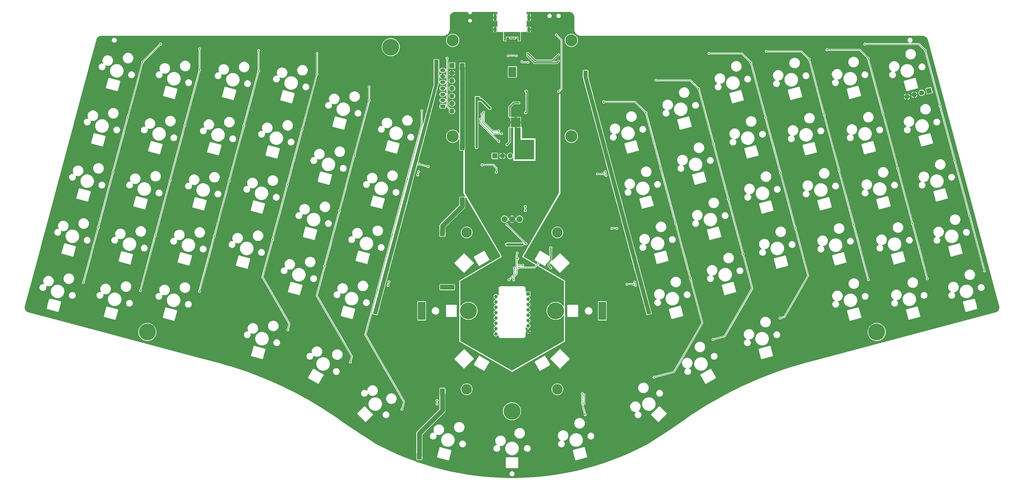
<source format=gbr>
%TF.GenerationSoftware,KiCad,Pcbnew,(7.0.0)*%
%TF.CreationDate,2023-04-10T23:44:34+01:00*%
%TF.ProjectId,Honeydew,486f6e65-7964-4657-972e-6b696361645f,V2.0*%
%TF.SameCoordinates,Original*%
%TF.FileFunction,Copper,L1,Top*%
%TF.FilePolarity,Positive*%
%FSLAX46Y46*%
G04 Gerber Fmt 4.6, Leading zero omitted, Abs format (unit mm)*
G04 Created by KiCad (PCBNEW (7.0.0)) date 2023-04-10 23:44:34*
%MOMM*%
%LPD*%
G01*
G04 APERTURE LIST*
G04 Aperture macros list*
%AMRoundRect*
0 Rectangle with rounded corners*
0 $1 Rounding radius*
0 $2 $3 $4 $5 $6 $7 $8 $9 X,Y pos of 4 corners*
0 Add a 4 corners polygon primitive as box body*
4,1,4,$2,$3,$4,$5,$6,$7,$8,$9,$2,$3,0*
0 Add four circle primitives for the rounded corners*
1,1,$1+$1,$2,$3*
1,1,$1+$1,$4,$5*
1,1,$1+$1,$6,$7*
1,1,$1+$1,$8,$9*
0 Add four rect primitives between the rounded corners*
20,1,$1+$1,$2,$3,$4,$5,0*
20,1,$1+$1,$4,$5,$6,$7,0*
20,1,$1+$1,$6,$7,$8,$9,0*
20,1,$1+$1,$8,$9,$2,$3,0*%
%AMHorizOval*
0 Thick line with rounded ends*
0 $1 width*
0 $2 $3 position (X,Y) of the first rounded end (center of the circle)*
0 $4 $5 position (X,Y) of the second rounded end (center of the circle)*
0 Add line between two ends*
20,1,$1,$2,$3,$4,$5,0*
0 Add two circle primitives to create the rounded ends*
1,1,$1,$2,$3*
1,1,$1,$4,$5*%
%AMRotRect*
0 Rectangle, with rotation*
0 The origin of the aperture is its center*
0 $1 length*
0 $2 width*
0 $3 Rotation angle, in degrees counterclockwise*
0 Add horizontal line*
21,1,$1,$2,0,0,$3*%
G04 Aperture macros list end*
%TA.AperFunction,ComponentPad*%
%ADD10C,2.000000*%
%TD*%
%TA.AperFunction,ComponentPad*%
%ADD11R,2.500000X6.000000*%
%TD*%
%TA.AperFunction,ComponentPad*%
%ADD12C,3.500000*%
%TD*%
%TA.AperFunction,ComponentPad*%
%ADD13C,5.600000*%
%TD*%
%TA.AperFunction,ComponentPad*%
%ADD14RotRect,1.700000X1.700000X285.000000*%
%TD*%
%TA.AperFunction,ComponentPad*%
%ADD15HorizOval,1.700000X0.000000X0.000000X0.000000X0.000000X0*%
%TD*%
%TA.AperFunction,ComponentPad*%
%ADD16RoundRect,0.250000X0.625000X-0.350000X0.625000X0.350000X-0.625000X0.350000X-0.625000X-0.350000X0*%
%TD*%
%TA.AperFunction,ComponentPad*%
%ADD17O,1.750000X1.200000*%
%TD*%
%TA.AperFunction,ComponentPad*%
%ADD18R,1.700000X1.700000*%
%TD*%
%TA.AperFunction,ComponentPad*%
%ADD19O,1.700000X1.700000*%
%TD*%
%TA.AperFunction,ComponentPad*%
%ADD20C,4.000000*%
%TD*%
%TA.AperFunction,ComponentPad*%
%ADD21R,1.200000X1.200000*%
%TD*%
%TA.AperFunction,ComponentPad*%
%ADD22C,1.200000*%
%TD*%
%TA.AperFunction,ComponentPad*%
%ADD23C,0.600000*%
%TD*%
%TA.AperFunction,SMDPad,CuDef*%
%ADD24R,3.200000X3.200000*%
%TD*%
%TA.AperFunction,ComponentPad*%
%ADD25O,1.000000X1.800000*%
%TD*%
%TA.AperFunction,ComponentPad*%
%ADD26O,1.000000X2.200000*%
%TD*%
%TA.AperFunction,ViaPad*%
%ADD27C,0.600000*%
%TD*%
%TA.AperFunction,ViaPad*%
%ADD28C,0.500000*%
%TD*%
%TA.AperFunction,Conductor*%
%ADD29C,0.400000*%
%TD*%
%TA.AperFunction,Conductor*%
%ADD30C,0.200000*%
%TD*%
%TA.AperFunction,Conductor*%
%ADD31C,0.800000*%
%TD*%
%TA.AperFunction,Conductor*%
%ADD32C,1.600000*%
%TD*%
%TA.AperFunction,Conductor*%
%ADD33C,0.300000*%
%TD*%
G04 APERTURE END LIST*
D10*
%TO.P,SW64,A,A*%
%TO.N,Net-(C1-Pad2)*%
X212500000Y-129400000D03*
%TO.P,SW64,B,B*%
%TO.N,Net-(C2-Pad2)*%
X207500000Y-129400000D03*
%TO.P,SW64,C,C*%
%TO.N,GND*%
X210000000Y-129400000D03*
D11*
%TO.P,SW64,MH*%
%TO.N,N/C*%
X240099999Y-159999999D03*
D12*
X225100000Y-186153967D03*
X225100000Y-133846033D03*
D13*
X224500000Y-160000000D03*
X195500000Y-160000000D03*
D12*
X194900000Y-186153967D03*
X194900000Y-133846033D03*
D11*
X179899999Y-159999999D03*
%TD*%
D14*
%TO.P,J9,1,Pin_1*%
%TO.N,Net-(D135-DOUT)*%
X348897586Y-86580039D03*
D15*
%TO.P,J9,2,Pin_2*%
%TO.N,+5VD*%
X346444134Y-87237439D03*
%TO.P,J9,3,Pin_3*%
%TO.N,GND*%
X343990683Y-87894840D03*
%TO.P,J9,4,Pin_4*%
X341537231Y-88552240D03*
%TD*%
D13*
%TO.P,H8,1*%
%TO.N,N/C*%
X210000000Y-193500000D03*
%TD*%
D16*
%TO.P,J4,1,Pin_1*%
%TO.N,/Comms - SPI/~{RST}*%
X186899998Y-91750002D03*
D17*
%TO.P,J4,2,Pin_2*%
%TO.N,/Comms - SPI/DC_OLED*%
X186899997Y-89750001D03*
%TO.P,J4,3,Pin_3*%
%TO.N,/Comms - SPI/SS_OLED*%
X186899997Y-87750001D03*
%TO.P,J4,4,Pin_4*%
%TO.N,/Comms - SPI/SCK*%
X186899997Y-85750001D03*
%TO.P,J4,5,Pin_5*%
%TO.N,/Comms - SPI/MOSI*%
X186899997Y-83750001D03*
%TO.P,J4,6,Pin_6*%
%TO.N,GND*%
X186899997Y-81750001D03*
%TO.P,J4,7,Pin_7*%
%TO.N,+5VD*%
X186899997Y-79750001D03*
%TD*%
D18*
%TO.P,J7,1,Pin_1*%
%TO.N,+5VD*%
X189999999Y-78129999D03*
D19*
%TO.P,J7,2,Pin_2*%
%TO.N,GND*%
X189999999Y-80669999D03*
%TO.P,J7,3,Pin_3*%
%TO.N,/Comms - SPI/MOSI*%
X189999999Y-83209999D03*
%TO.P,J7,4,Pin_4*%
%TO.N,/Comms - SPI/SCK*%
X189999999Y-85749999D03*
%TO.P,J7,5,Pin_5*%
%TO.N,/Comms - SPI/SS_OLED*%
X189999999Y-88289999D03*
%TO.P,J7,6,Pin_6*%
%TO.N,/Comms - SPI/DC_OLED*%
X189999999Y-90829999D03*
%TO.P,J7,7,Pin_7*%
%TO.N,/Comms - SPI/~{RST}*%
X189999999Y-93369999D03*
D20*
%TO.P,J7,MP*%
%TO.N,N/C*%
X190250000Y-69750000D03*
X190250000Y-101750000D03*
X229750000Y-69750000D03*
X229750000Y-101750000D03*
%TD*%
D13*
%TO.P,H7,1*%
%TO.N,N/C*%
X331482362Y-167068149D03*
%TD*%
D21*
%TO.P,U4,1,NC*%
%TO.N,unconnected-(U4-NC-Pad1)*%
X215349999Y-154339999D03*
D22*
%TO.P,U4,2,NC*%
%TO.N,unconnected-(U4-NC-Pad2)*%
X215350000Y-156120000D03*
%TO.P,U4,3,VDDPIX*%
%TO.N,Net-(U4-VDDPIX)*%
X215350000Y-157900000D03*
%TO.P,U4,4,VDD*%
%TO.N,+2V*%
X215350000Y-159680000D03*
%TO.P,U4,5,VDDIO*%
%TO.N,+3V3*%
X215350000Y-161460000D03*
%TO.P,U4,6,NC*%
%TO.N,unconnected-(U4-NC-Pad6)*%
X215350000Y-163240000D03*
%TO.P,U4,7,NRESET*%
%TO.N,/Comms - SPI/~{RST}*%
X215350000Y-165020000D03*
%TO.P,U4,8,GND*%
%TO.N,GND*%
X215350000Y-166800000D03*
%TO.P,U4,9,MOTION*%
%TO.N,/Comms - SPI/MOTION*%
X204650000Y-167690000D03*
%TO.P,U4,10,SCLK*%
%TO.N,/Comms - SPI/SCK*%
X204650000Y-165910000D03*
%TO.P,U4,11,MOSI*%
%TO.N,/Comms - SPI/MOSI*%
X204650000Y-164130000D03*
%TO.P,U4,12,MISO*%
%TO.N,/Comms - SPI/MISO*%
X204650000Y-162350000D03*
%TO.P,U4,13,NCS*%
%TO.N,/Comms - SPI/SS_TB*%
X204650000Y-160570000D03*
%TO.P,U4,14,NC*%
%TO.N,unconnected-(U4-NC-Pad14)*%
X204650000Y-158790000D03*
%TO.P,U4,15,LED_P*%
%TO.N,Net-(U4-LED_P)*%
X204650000Y-157010000D03*
%TO.P,U4,16,NC*%
%TO.N,unconnected-(U4-NC-Pad16)*%
X204650000Y-155230000D03*
%TD*%
D23*
%TO.P,U3,57,GND*%
%TO.N,GND*%
X212499821Y-98399999D03*
X212499821Y-97099999D03*
X212499821Y-95799999D03*
X211199821Y-98399999D03*
X211199821Y-97099999D03*
D24*
X211199820Y-97099998D03*
D23*
X211199821Y-95799999D03*
X209899821Y-98399999D03*
X209899821Y-97099999D03*
X209899821Y-95799999D03*
%TD*%
D25*
%TO.P,J2,S1,SHIELD*%
%TO.N,GND*%
X215619999Y-66099999D03*
D26*
X215619999Y-62099999D03*
D25*
X204379999Y-66099999D03*
D26*
X204379999Y-62099999D03*
%TD*%
D13*
%TO.P,H6,1*%
%TO.N,N/C*%
X88517641Y-167068148D03*
%TD*%
%TO.P,H4,1,1*%
%TO.N,GND*%
X250400000Y-71999998D03*
%TD*%
%TO.P,H5,1*%
%TO.N,N/C*%
X169600000Y-72000000D03*
%TD*%
D18*
%TO.P,J1,1,Pin_1*%
%TO.N,Net-(J1-Pin_1)*%
X204259996Y-108299364D03*
D19*
%TO.P,J1,2,Pin_2*%
%TO.N,GND*%
X206799996Y-108299364D03*
%TO.P,J1,3,Pin_3*%
%TO.N,Net-(J1-Pin_3)*%
X209339996Y-108299364D03*
%TD*%
D27*
%TO.N,GND*%
X199900000Y-60950000D03*
X192100000Y-60950000D03*
%TO.N,+3V3*%
X214500002Y-93900001D03*
X214700001Y-86700002D03*
X202550003Y-92349999D03*
X214399996Y-125200002D03*
X198899998Y-89700005D03*
X198099999Y-88900001D03*
X204800002Y-113700002D03*
X200050000Y-111300003D03*
X208300001Y-137800001D03*
X198200001Y-105399999D03*
X213400001Y-137800002D03*
X198899998Y-88900003D03*
X198099997Y-89700002D03*
X214400000Y-126499997D03*
X198200001Y-104600002D03*
D28*
%TO.N,/MCU/ROW1*%
X240548899Y-114291139D03*
X238399996Y-114291141D03*
%TO.N,/MCU/ROW2*%
X185000053Y-189900904D03*
X185000055Y-191049500D03*
X244900001Y-132457039D03*
X243300000Y-132457040D03*
%TO.N,/MCU/ROW3*%
X250445484Y-151083381D03*
X248300000Y-151083380D03*
%TO.N,/MCU/ROW4*%
X233999786Y-188072295D03*
X233999787Y-190884095D03*
%TO.N,+1V1*%
X209200001Y-95100001D03*
X209200002Y-91900172D03*
X209200002Y-99000002D03*
X208274576Y-104574682D03*
X212299999Y-90603206D03*
%TO.N,/Comms - SPI/~{RST}*%
X208250001Y-131250002D03*
X205579998Y-103480000D03*
X188400000Y-75700000D03*
X214650000Y-137650001D03*
X199450996Y-95999998D03*
%TO.N,/MCU/COL0*%
X67213913Y-150569415D03*
X72144406Y-132168529D03*
X82005407Y-95366754D03*
X86935911Y-76965858D03*
X77074902Y-113767648D03*
X92901769Y-71000001D03*
%TO.N,/MCU/COL1*%
X105953094Y-72553094D03*
X96092095Y-116398041D03*
X101022596Y-97997139D03*
X105953088Y-79596260D03*
X86231088Y-153199812D03*
X91161598Y-134798940D03*
%TO.N,/MCU/COL2*%
X120656112Y-98327433D03*
X125586615Y-73113380D03*
X110795095Y-135129221D03*
X115725611Y-116728334D03*
X105864611Y-153530107D03*
X125586613Y-79926546D03*
%TO.N,/MCU/COL3*%
X140084186Y-99424436D03*
X130223178Y-136226199D03*
X135300132Y-166347826D03*
X135153675Y-117825302D03*
X145014688Y-74100001D03*
X145014686Y-81023525D03*
%TO.N,/MCU/COL4*%
X162388401Y-89787551D03*
X147596877Y-144990212D03*
X157457892Y-108188427D03*
X156131291Y-177088104D03*
X152527391Y-126589339D03*
X162388404Y-85199999D03*
%TO.N,/MCU/COL5*%
X170104720Y-134583532D03*
X175037013Y-116185748D03*
X179967524Y-93200000D03*
X173349755Y-192836643D03*
X165176009Y-152987534D03*
X179967526Y-97784872D03*
D27*
%TO.N,Net-(D64-K)*%
X207600000Y-68200000D03*
X212400000Y-68900000D03*
X207600000Y-68900000D03*
X207600000Y-69600000D03*
X212400000Y-68200000D03*
X212400000Y-69600000D03*
D28*
%TO.N,/MCU/COL6*%
X259534980Y-112281237D03*
X269395981Y-149083017D03*
X264465466Y-130682112D03*
X254604478Y-93880344D03*
X257317683Y-182169218D03*
D27*
X240500005Y-90299999D03*
D28*
%TO.N,/MCU/COL7*%
X276933600Y-169545092D03*
X257899999Y-83050003D03*
X286975113Y-141085693D03*
X272183595Y-85883031D03*
X282044612Y-122684810D03*
X277114099Y-104283910D03*
%TO.N,/MCU/COL8*%
X299271850Y-162443272D03*
X294487789Y-95519879D03*
X299418306Y-113920765D03*
X275599999Y-74099998D03*
X289557279Y-77118994D03*
X304348794Y-132321656D03*
%TO.N,/MCU/COL9*%
X308985354Y-76022028D03*
X294699999Y-73399995D03*
X318846371Y-112823794D03*
X323776872Y-131224677D03*
X328707373Y-149625566D03*
X313915864Y-94422904D03*
%TO.N,/MCU/COL10*%
X314899999Y-72899996D03*
X328618876Y-75691738D03*
X348340906Y-149295285D03*
X333549397Y-94092609D03*
X338479900Y-112493501D03*
X343410398Y-130894395D03*
%TO.N,/MCU/COL11*%
X352566581Y-91462225D03*
X357497063Y-109863119D03*
X347636066Y-73061328D03*
X362427579Y-128264001D03*
X327499996Y-71000005D03*
X367358083Y-146664872D03*
%TO.N,Net-(D72-DOUT)*%
X182087698Y-111864336D03*
X178891086Y-111005703D03*
%TO.N,Net-(D78-DOUT)*%
X178566032Y-114660800D03*
X178876626Y-113501685D03*
%TO.N,Net-(D90-DOUT)*%
X168682411Y-151547033D03*
X169018865Y-150291330D03*
%TO.N,Net-(D117-DOUT)*%
X250851129Y-150358263D03*
X251161718Y-151517371D03*
%TO.N,Net-(SW65-B)*%
X225510003Y-86810002D03*
X224750000Y-67950000D03*
%TO.N,/PSU/~{1500mA_EN}*%
X215200000Y-74100000D03*
X225450000Y-74550000D03*
%TO.N,/PSU/~{3000mA_EN}*%
X225450000Y-76650000D03*
X215200000Y-74900000D03*
%TO.N,/MCU/COLM*%
X234365941Y-194660315D03*
X233399999Y-187572290D03*
%TO.N,/PSU/~{EN}*%
X213259500Y-76850000D03*
X215300000Y-77100000D03*
D27*
%TO.N,+5VD*%
X174662253Y-124083131D03*
X185200001Y-78100000D03*
X164025781Y-160677131D03*
X190499999Y-151700001D03*
X193800002Y-78500000D03*
X179499994Y-207700001D03*
X193799999Y-106099999D03*
X192999998Y-124000004D03*
X187199995Y-187772292D03*
X178505152Y-109741266D03*
X193799999Y-123999999D03*
X187200002Y-134799997D03*
X209099997Y-81699999D03*
X177732408Y-109534205D03*
X234100002Y-80899998D03*
X251355980Y-146543015D03*
X192999998Y-104500000D03*
X193000003Y-122400002D03*
X167871405Y-146335963D03*
X186400000Y-186972290D03*
X186400000Y-151700002D03*
X185200001Y-77300002D03*
X193000000Y-105299999D03*
X211099998Y-79600000D03*
X193800002Y-105300002D03*
X187199997Y-133199994D03*
X186399996Y-186172291D03*
X209099998Y-79600000D03*
X255971616Y-160677842D03*
X245337868Y-124083116D03*
X252131449Y-146335220D03*
X234099999Y-81699999D03*
X187199997Y-186172298D03*
X179499997Y-208499998D03*
X242270431Y-109533457D03*
X178699999Y-208500000D03*
X234100000Y-80100000D03*
X173886805Y-123875348D03*
X189700002Y-151700001D03*
X246110617Y-123876053D03*
X184400001Y-77300001D03*
X211099994Y-78900004D03*
X187199998Y-151699998D03*
X187200001Y-186972297D03*
X186400000Y-152500002D03*
X222899997Y-138999999D03*
X192999999Y-123200000D03*
X184400000Y-76500000D03*
X211099997Y-81700002D03*
X211099997Y-81000002D03*
X255198877Y-160884907D03*
X193000004Y-78499999D03*
X193000002Y-77700000D03*
X193800002Y-79300000D03*
X222849993Y-145654997D03*
X193800002Y-77699999D03*
X185200000Y-76500001D03*
X193799996Y-123200002D03*
X209099998Y-78900002D03*
X193799999Y-122400002D03*
X190500002Y-152500001D03*
X211099998Y-80300003D03*
X184400000Y-78100000D03*
X241494974Y-109741247D03*
X209099997Y-80300002D03*
X187200002Y-152500002D03*
X164801251Y-160884914D03*
X186400003Y-133199999D03*
X234899999Y-80100000D03*
X234899999Y-80899997D03*
X179499998Y-209300001D03*
X186400001Y-133999999D03*
X186399999Y-134800003D03*
X186399997Y-187772294D03*
X193000002Y-79300000D03*
X209099997Y-81000004D03*
X193799998Y-104500001D03*
X189699996Y-152500002D03*
X193000000Y-106099998D03*
X178700002Y-207699999D03*
X178699998Y-209300002D03*
X234900000Y-81700000D03*
X187199998Y-133999998D03*
X168644145Y-146543035D03*
D28*
%TO.N,/Comms - USB/CC1*%
X208700000Y-74900000D03*
X211400000Y-74900000D03*
%TO.N,/Comms - USB/D+*%
X211000000Y-69000000D03*
X209500000Y-69000000D03*
%TO.N,/Comms - SPI/SCK*%
X206499885Y-100899993D03*
X200000503Y-94300001D03*
%TO.N,/Comms - SPI/MISO*%
X212201005Y-144800001D03*
X213600001Y-144800001D03*
%TO.N,/Comms - SPI/SS_TB*%
X211900002Y-142600000D03*
X210535001Y-149700002D03*
X211699998Y-140700005D03*
%TO.N,/Comms - SPI/MOTION*%
X218800013Y-144209991D03*
X212201005Y-145600000D03*
%TO.N,/Comms - SPI/MOSI*%
X205599881Y-99999990D03*
X208949999Y-149655006D03*
X200550000Y-93700001D03*
X210749996Y-145754998D03*
%TO.N,Net-(D129-DOUT)*%
X240990130Y-113556487D03*
X241326591Y-114812206D03*
D27*
%TO.N,GND*%
X238300001Y-115450002D03*
X130912260Y-127209800D03*
X223300000Y-92053205D03*
X257450002Y-70150002D03*
X133786777Y-108967141D03*
X338920178Y-160937725D03*
X280136559Y-88761411D03*
X283251325Y-133633002D03*
X175538446Y-107869671D03*
X165865095Y-143971141D03*
X111606820Y-85298837D03*
X111484202Y-126112810D03*
X206000000Y-67350000D03*
X227935879Y-207869078D03*
X276283507Y-153027248D03*
X187799999Y-84750000D03*
X210100000Y-142500001D03*
X213850002Y-142950001D03*
X270847168Y-183229073D03*
X207650000Y-100550001D03*
X180450001Y-110400002D03*
X194850634Y-89099828D03*
X131058717Y-175732308D03*
X85792631Y-102993017D03*
X217000007Y-103900000D03*
X162650003Y-159250000D03*
X183260323Y-205510110D03*
X245700003Y-131850004D03*
X290163234Y-126181393D03*
X358516174Y-120111004D03*
X357937361Y-158307310D03*
X300437358Y-124168687D03*
X358703817Y-120811307D03*
X245801943Y-105357133D03*
X322928880Y-142019444D03*
X269166166Y-159712123D03*
X241550001Y-102050002D03*
X221250001Y-111600002D03*
X239700000Y-112800000D03*
X274500001Y-69950002D03*
X149758402Y-158683726D03*
X207699998Y-88249366D03*
X319286662Y-161267999D03*
X204100001Y-146200001D03*
X232200000Y-188022296D03*
X338833542Y-84538131D03*
X221800000Y-97700000D03*
X322857785Y-106034172D03*
X188500000Y-191050001D03*
X176250001Y-193650002D03*
X217206517Y-139657960D03*
X282700001Y-70250002D03*
X141456360Y-179540459D03*
X292750002Y-72550000D03*
X132179262Y-150686387D03*
X283796192Y-107461421D03*
X196171315Y-142187987D03*
X193073690Y-173177248D03*
X203961513Y-89950002D03*
X148098320Y-136674107D03*
X175450000Y-111600001D03*
X209899833Y-105699993D03*
X273350001Y-73000001D03*
X155961080Y-140577123D03*
X211099998Y-82600003D03*
X320053081Y-123771994D03*
X126150001Y-69900002D03*
X91973296Y-84968547D03*
X148408596Y-95159824D03*
X332867038Y-105505564D03*
X205429788Y-209639393D03*
X221200000Y-91354994D03*
X310004436Y-86269918D03*
X151778652Y-117896808D03*
X272789533Y-134945424D03*
X95343384Y-107705523D03*
X215900002Y-146200000D03*
X203550001Y-126800002D03*
X229140001Y-165874980D03*
X348860199Y-121958075D03*
X329914101Y-160573779D03*
X323045431Y-106734472D03*
X320070497Y-161720552D03*
X214200004Y-132600000D03*
X290016784Y-174703906D03*
X200650002Y-127250003D03*
X358721199Y-158759862D03*
X188500002Y-187972298D03*
X217150000Y-91150001D03*
X141299472Y-154532948D03*
X333485227Y-105339933D03*
X171800000Y-125500002D03*
X235050003Y-188072295D03*
X216300420Y-109198860D03*
X121154681Y-172338291D03*
X92502986Y-159068013D03*
X251750001Y-165050000D03*
X221400000Y-75600000D03*
X107500000Y-72400003D03*
X217200000Y-110600001D03*
X102198365Y-122884432D03*
X313851700Y-105670202D03*
X329726433Y-159873477D03*
X248150000Y-82250002D03*
X223450002Y-156550002D03*
X248843360Y-124222766D03*
X223100000Y-75200000D03*
X172600001Y-122500002D03*
X339085829Y-161555908D03*
X91850677Y-125782533D03*
X164468080Y-199357475D03*
X339538366Y-160772077D03*
X63547657Y-119923779D03*
X249030996Y-124923068D03*
X132366917Y-149986069D03*
X56726790Y-137864719D03*
X169523444Y-125275946D03*
X121772880Y-172503926D03*
X105250001Y-71800001D03*
X138547598Y-131961635D03*
X112225010Y-85464472D03*
X313272912Y-143866525D03*
X351923629Y-140905855D03*
X215500000Y-73300000D03*
X217200002Y-150200000D03*
X301300002Y-74150002D03*
X142040285Y-113884599D03*
X293800002Y-70150002D03*
X290781426Y-126015755D03*
X82506843Y-87050663D03*
X121173874Y-123197602D03*
X159005698Y-190953496D03*
X187800000Y-90700002D03*
X95377492Y-140825401D03*
X114976878Y-108035810D03*
X300625006Y-124868972D03*
X239850000Y-191200000D03*
X138381948Y-132579818D03*
X204100000Y-147799999D03*
X332718788Y-142835949D03*
X273242077Y-134161577D03*
X222150000Y-65100000D03*
X114805569Y-141922384D03*
X268547964Y-159877769D03*
X238300000Y-188100000D03*
X156744913Y-140124572D03*
X149227742Y-185690042D03*
X221400000Y-74800000D03*
X321450002Y-73700000D03*
X158878594Y-162530274D03*
X187800000Y-86750001D03*
X222599997Y-85950005D03*
X203600002Y-110600003D03*
X276884303Y-114913034D03*
X368564820Y-157613082D03*
X156126716Y-139958929D03*
X358103020Y-158925503D03*
X259470800Y-123528535D03*
X293844845Y-144963502D03*
X213900000Y-76400000D03*
X268713607Y-160495957D03*
X310043843Y-124300574D03*
X140585627Y-91108331D03*
X220275009Y-98099994D03*
X204132562Y-140097263D03*
X215900001Y-134350002D03*
X299730286Y-88282642D03*
X262762878Y-97525465D03*
X141465114Y-153914752D03*
X220700001Y-132750002D03*
X131034900Y-86395802D03*
X217000001Y-108500001D03*
X193400000Y-150500003D03*
X251100001Y-148750002D03*
X211200005Y-104600006D03*
X200600000Y-112000001D03*
X209099998Y-82600003D03*
X341874971Y-103403781D03*
X262928520Y-98143653D03*
X195549996Y-83100001D03*
X124091403Y-145150728D03*
X210000002Y-197700000D03*
X124700003Y-77450000D03*
X294423619Y-106767183D03*
X295000001Y-72250002D03*
X106500002Y-70100000D03*
X219700000Y-74500000D03*
X225600000Y-73500000D03*
X214900008Y-103195004D03*
X145800001Y-77400001D03*
X222600001Y-92053207D03*
X76326191Y-105075135D03*
X273390304Y-96831224D03*
X193400000Y-169650001D03*
X210000002Y-179150000D03*
X289997586Y-125563199D03*
X313067854Y-105217662D03*
X280302207Y-89379610D03*
X157959339Y-99872325D03*
X223205176Y-178172006D03*
X220200000Y-85950000D03*
X217899994Y-150199994D03*
X232500002Y-93550000D03*
X94890832Y-106921691D03*
X283983825Y-108161717D03*
X255828587Y-142777088D03*
X319816360Y-87168521D03*
X112059364Y-86082675D03*
X361579576Y-139058772D03*
X216600003Y-93353204D03*
X133952414Y-108348941D03*
X188780010Y-164570003D03*
X245967587Y-105975326D03*
X204709132Y-139775924D03*
X148861142Y-95943660D03*
X203524884Y-98099993D03*
X204859499Y-91350001D03*
X257450001Y-73150000D03*
X209099998Y-78000003D03*
X205300000Y-67350000D03*
X92337358Y-159686210D03*
X173350001Y-134200001D03*
X210100003Y-144950000D03*
X121157559Y-90011339D03*
X111441183Y-85917027D03*
X76491827Y-104456947D03*
X319198165Y-87334164D03*
X217300000Y-72600000D03*
X105281527Y-144219406D03*
X271721434Y-183463330D03*
X212000000Y-72700000D03*
X323547068Y-141853793D03*
X203200002Y-102000000D03*
X226650002Y-97700001D03*
X205180002Y-117020003D03*
X242750001Y-130800002D03*
X333319586Y-104721738D03*
X280754752Y-88595766D03*
X56914449Y-137164407D03*
X338000001Y-71900002D03*
X159807070Y-121181636D03*
X217000011Y-107099995D03*
X75931631Y-139794804D03*
X203347740Y-180662055D03*
X166605917Y-103322813D03*
X179250001Y-115800001D03*
X174850000Y-113850002D03*
X72833484Y-123152136D03*
X215600002Y-103200004D03*
X221899998Y-85250004D03*
X161400000Y-87250002D03*
X290576368Y-87366889D03*
X303224267Y-106364456D03*
X172050001Y-84350001D03*
X220600000Y-74800000D03*
X192998712Y-209522309D03*
X269331805Y-160330306D03*
X130724608Y-127910104D03*
X217000005Y-104599997D03*
X219700000Y-73800000D03*
X101580165Y-122718779D03*
X255044752Y-142324542D03*
X226563818Y-147450627D03*
X91663035Y-126482831D03*
X232200001Y-191000002D03*
X207100001Y-103100003D03*
X243600001Y-110450000D03*
X226750001Y-150400002D03*
X121626435Y-123981434D03*
X161750002Y-70250003D03*
X217050000Y-123400000D03*
X139165791Y-132127275D03*
X255811191Y-104828539D03*
X223299998Y-85950004D03*
X348655141Y-83309241D03*
X204845008Y-90300011D03*
X168905247Y-125110294D03*
X217000001Y-109200001D03*
X168100001Y-165450001D03*
X105426165Y-103323320D03*
X222599998Y-85250003D03*
X148285983Y-135973805D03*
X299564641Y-87664455D03*
X75873638Y-104291298D03*
X105115884Y-144837596D03*
X329843018Y-124588488D03*
X208000000Y-142500001D03*
X159496782Y-162695912D03*
X280932794Y-179807917D03*
X235350002Y-96150002D03*
X189420001Y-164570016D03*
X245183742Y-105522788D03*
X169357794Y-125894129D03*
X323712714Y-142471995D03*
X224799999Y-111600002D03*
X226650001Y-93900002D03*
X319904846Y-161102366D03*
X66630827Y-141258754D03*
X266610146Y-116925766D03*
X208899837Y-105985670D03*
X190860011Y-154125016D03*
X210000000Y-72600000D03*
X339686617Y-123441693D03*
X226950000Y-113550001D03*
X220100002Y-93650001D03*
X188780007Y-163930003D03*
X206069796Y-209639397D03*
X180150001Y-112750001D03*
X228101522Y-208487272D03*
X217900001Y-156600002D03*
X212425013Y-86853208D03*
X192811064Y-210222598D03*
X300476003Y-173381815D03*
X223100000Y-75900000D03*
X158553145Y-190500944D03*
X85648012Y-143889117D03*
X72085638Y-159190290D03*
X245349382Y-106140977D03*
X263381059Y-97359816D03*
X265672199Y-141630318D03*
X149946057Y-157983422D03*
X289851138Y-174085703D03*
X223100000Y-74500000D03*
X258891995Y-161724857D03*
X169850003Y-149700000D03*
X187550001Y-100350001D03*
X104663326Y-144053756D03*
X220600000Y-75600000D03*
X212700004Y-136800000D03*
X209500001Y-133400001D03*
X310209506Y-124918769D03*
X213824832Y-87699997D03*
X216886519Y-140212216D03*
X158100610Y-190953494D03*
X362197780Y-138893121D03*
X319452307Y-161886189D03*
X214482110Y-179513208D03*
X205429785Y-210279392D03*
X362363420Y-139511312D03*
X140773274Y-90408026D03*
X290764011Y-88067199D03*
X72703839Y-159355941D03*
X201549832Y-82674355D03*
X209650001Y-147950002D03*
X222200000Y-75600000D03*
X211900002Y-109200003D03*
X73574303Y-82503788D03*
X53686645Y-156725554D03*
X166440260Y-103941000D03*
X217199999Y-149474873D03*
X280920404Y-89213967D03*
X101623206Y-162914584D03*
X160600001Y-73000001D03*
X196486304Y-142733585D03*
X114524329Y-107251971D03*
X105050001Y-75450001D03*
X286910939Y-152333010D03*
X258852612Y-123694185D03*
X101745822Y-122100600D03*
X91719160Y-159520566D03*
X207900000Y-144950000D03*
X66775453Y-100362628D03*
X92000001Y-70150002D03*
X210950000Y-76800000D03*
X215874775Y-211719408D03*
X167200000Y-142500002D03*
X203113484Y-179787791D03*
X202349832Y-82674995D03*
X193436186Y-172549384D03*
X319865446Y-123071700D03*
X266422489Y-116225470D03*
X220700002Y-125850002D03*
X351884211Y-102875191D03*
X187800000Y-88750001D03*
X189420005Y-163930002D03*
X53068459Y-156559902D03*
X313085273Y-143166231D03*
X319363814Y-87952357D03*
X82112316Y-121770311D03*
X165987726Y-103157174D03*
X255431674Y-196509990D03*
X63713293Y-119305586D03*
X195050004Y-124450000D03*
X329677374Y-123970291D03*
X313686068Y-105052022D03*
X180700000Y-94150000D03*
X216332265Y-139892200D03*
X159662424Y-162077727D03*
X216652266Y-139337962D03*
X133450000Y-183800000D03*
X258686965Y-123076000D03*
X220900000Y-85950001D03*
X124666582Y-105120615D03*
X134570618Y-108514600D03*
X309425650Y-124466227D03*
X255662937Y-142158906D03*
X312850001Y-72300000D03*
X215900002Y-147800002D03*
X148242948Y-95778022D03*
X303411901Y-107064748D03*
X231219995Y-155429992D03*
X175726085Y-107169358D03*
X121792066Y-123363238D03*
X104497691Y-144671956D03*
X300348479Y-88116996D03*
X230579996Y-156069989D03*
X161250002Y-85550002D03*
X66465183Y-141876935D03*
X226650001Y-169700001D03*
X124850000Y-75900003D03*
X214700000Y-67350000D03*
X258704355Y-161024555D03*
X121938520Y-171885741D03*
X221000001Y-160050002D03*
X351735977Y-140205548D03*
X203667745Y-180107799D03*
X358555562Y-158141674D03*
X139000153Y-132745470D03*
X215600007Y-109199999D03*
X222900000Y-68000000D03*
X72956104Y-82338146D03*
X263835637Y-191047613D03*
X75707990Y-104909496D03*
X211200004Y-107100000D03*
X271167169Y-183783331D03*
X214844618Y-180141072D03*
X237100000Y-97800003D03*
X293805430Y-106932824D03*
X218650001Y-125400001D03*
X304284630Y-143568961D03*
X123925760Y-145768923D03*
X272623886Y-134327216D03*
X223513710Y-177266413D03*
X313233502Y-105835853D03*
X228554066Y-207703427D03*
X254979130Y-196962544D03*
X203700000Y-106600002D03*
X73408661Y-83121986D03*
X237850001Y-113200002D03*
X85029798Y-143723468D03*
X210000000Y-199850001D03*
X85482363Y-144507304D03*
X81802023Y-163284609D03*
X217000006Y-107799997D03*
X62929464Y-119758120D03*
X337250001Y-70000001D03*
X303666444Y-143734599D03*
X225800000Y-79200000D03*
X124709612Y-145316371D03*
X212503732Y-102206085D03*
X211200013Y-103195002D03*
X313800001Y-70050002D03*
X352336763Y-102091348D03*
X177050002Y-105600000D03*
X277049931Y-115531230D03*
X144906698Y-72590944D03*
X271401427Y-182909074D03*
X221350000Y-65100000D03*
X212800000Y-72700000D03*
X121008239Y-123815784D03*
X180600001Y-95550002D03*
X368377166Y-156912782D03*
X300182844Y-87498800D03*
X339704022Y-161390267D03*
X280570303Y-179180054D03*
X243400004Y-133500000D03*
X82564875Y-122554146D03*
X124854240Y-104420307D03*
X276471152Y-153727546D03*
X181150001Y-187722297D03*
X149026788Y-95325465D03*
X304118997Y-142950766D03*
X93150001Y-71950002D03*
X283063675Y-132932709D03*
X82694492Y-86350357D03*
X246850002Y-122450001D03*
X196794858Y-141827994D03*
X203600001Y-112000000D03*
X263322986Y-190534953D03*
X105100002Y-77100003D03*
X197150001Y-124450001D03*
X65846988Y-141711303D03*
X227200000Y-83200000D03*
X218637499Y-138100002D03*
X273407725Y-134779773D03*
X172950002Y-86050004D03*
X165677431Y-144671430D03*
X131487444Y-87179638D03*
X251950000Y-151950001D03*
X92425856Y-85752384D03*
X290634984Y-174538257D03*
X105238501Y-104023620D03*
X124650001Y-72250000D03*
X226926320Y-146822765D03*
X111296544Y-126813121D03*
X342562379Y-141689161D03*
X62972485Y-159953916D03*
X238563318Y-207174834D03*
X339498975Y-122741405D03*
X229864980Y-165874985D03*
X101711687Y-88980756D03*
X75743970Y-140495114D03*
X72869482Y-158737738D03*
X241500001Y-89400002D03*
X219700000Y-75900000D03*
X159044226Y-161912071D03*
X214400002Y-144950000D03*
X223300001Y-85250001D03*
X115142533Y-107417622D03*
X290469329Y-173920057D03*
X217300000Y-71900000D03*
X191300002Y-91250000D03*
X170350002Y-130850002D03*
X329637971Y-85939620D03*
X332701377Y-104887380D03*
X349359971Y-159543177D03*
X246100000Y-80250003D03*
X102364005Y-122266234D03*
X95565141Y-140125095D03*
X194900000Y-100250001D03*
X327850001Y-72500002D03*
X142083305Y-154080404D03*
X220900000Y-85250002D03*
X230580004Y-155429985D03*
X214000000Y-67350000D03*
X211199999Y-109200003D03*
X343180578Y-141523525D03*
X127400001Y-72600002D03*
X213700000Y-72300000D03*
X183712877Y-206293936D03*
X286292752Y-152498649D03*
X211779831Y-87695858D03*
X342728031Y-142307344D03*
X165000002Y-150700004D03*
X200600002Y-110600001D03*
X211550000Y-77500000D03*
X130869256Y-87013990D03*
X255431668Y-197415091D03*
X130871063Y-176432599D03*
X286127092Y-151880465D03*
X92591493Y-85134202D03*
X215900002Y-147000001D03*
X114993224Y-141222073D03*
X62784844Y-160654205D03*
X223350002Y-126400002D03*
X343346226Y-142141702D03*
X179350002Y-191150002D03*
X219400002Y-86700003D03*
X239200003Y-87150000D03*
X255884230Y-196962549D03*
X231219999Y-156069996D03*
X66012626Y-141093094D03*
X165822059Y-103775356D03*
X72251285Y-158572094D03*
X293657193Y-144263196D03*
X140902108Y-179220451D03*
X338999177Y-85156311D03*
X300288351Y-172681511D03*
X221900001Y-92053209D03*
X309591308Y-125084407D03*
X255623548Y-104128243D03*
X216900000Y-73300000D03*
X273202665Y-96130928D03*
X222900000Y-68700000D03*
X91807652Y-85586737D03*
X293639786Y-106314646D03*
X164980743Y-198844824D03*
X206069789Y-210279398D03*
X323094516Y-142637633D03*
X246350002Y-133950002D03*
X219500001Y-85950001D03*
X338215352Y-84703763D03*
X348076354Y-121505530D03*
X159619420Y-121881944D03*
X221199998Y-92053205D03*
X194850002Y-82400003D03*
X142227926Y-113184281D03*
X329059167Y-124135936D03*
X228719725Y-208321621D03*
X240700000Y-115600002D03*
X294257980Y-106148993D03*
X194849995Y-83800001D03*
X72790465Y-82956340D03*
X240500002Y-193550000D03*
X209300002Y-136800002D03*
X212799821Y-87700000D03*
X349547613Y-160243472D03*
X290615779Y-125397557D03*
X265484564Y-140930028D03*
X141776361Y-178986196D03*
X219700000Y-75200000D03*
X101524034Y-89681048D03*
X232600002Y-147300000D03*
X259305157Y-122910359D03*
X255210393Y-142942740D03*
X85604977Y-103693327D03*
X215874776Y-210994412D03*
X204100002Y-147000000D03*
X361745226Y-139676958D03*
X212000000Y-73700000D03*
X222200000Y-74800000D03*
X348694552Y-121339889D03*
X183878514Y-205675755D03*
X227200000Y-79200000D03*
X254800000Y-165400002D03*
X151944294Y-117278630D03*
X141222106Y-178666195D03*
X206500001Y-143750001D03*
X222650002Y-127650001D03*
X63095094Y-119139935D03*
X319982009Y-87786712D03*
X315099999Y-71850002D03*
X131653087Y-86561441D03*
X66587801Y-101062927D03*
X220200001Y-85250001D03*
X121320328Y-171720099D03*
X286745301Y-151714804D03*
X222250001Y-125000002D03*
X219500003Y-85250000D03*
X134404970Y-109132784D03*
X218637500Y-134899999D03*
X114358686Y-107870168D03*
X95509022Y-107087332D03*
X250050001Y-149800002D03*
X217000000Y-78050000D03*
X225800000Y-83200000D03*
X222890175Y-177626411D03*
X101435547Y-163614887D03*
X94725178Y-107539894D03*
X238375663Y-206474560D03*
X203261520Y-89950006D03*
X351718571Y-102256987D03*
X151326093Y-117112969D03*
X276266094Y-115078672D03*
X348242010Y-122123727D03*
X183094688Y-206128302D03*
X212600007Y-109200007D03*
X72645839Y-123852432D03*
X211200006Y-108500003D03*
X247900001Y-152000001D03*
X194849997Y-89899829D03*
X190135026Y-154125015D03*
X247600002Y-150000001D03*
X239250002Y-93400002D03*
X329224825Y-124754121D03*
X158553152Y-191406041D03*
X164950004Y-165950000D03*
X310192072Y-86970209D03*
X216200000Y-73300000D03*
X151160454Y-117731171D03*
X213200001Y-147250002D03*
X329825619Y-86639915D03*
X211550000Y-76100000D03*
X81946673Y-122388517D03*
X303500800Y-143116416D03*
X121345203Y-89311030D03*
X223828722Y-177812009D03*
X275950003Y-72700001D03*
X147200000Y-73000002D03*
X332906435Y-143536250D03*
X218550001Y-156250000D03*
X53234102Y-155941715D03*
X221899998Y-85950003D03*
X124543956Y-145934563D03*
X202793476Y-180342046D03*
X195550001Y-82400002D03*
X263546717Y-97978011D03*
X156579276Y-140742779D03*
X147200001Y-70250002D03*
X82730511Y-121935953D03*
X168739603Y-125728498D03*
X352502410Y-102709538D03*
X212700001Y-138800000D03*
X265800001Y-83750001D03*
X217000000Y-103200009D03*
X239850001Y-95650001D03*
X217899998Y-149474865D03*
X210100003Y-138800000D03*
X149590231Y-185062171D03*
X81989689Y-162584300D03*
X226950001Y-115000002D03*
X191800001Y-83850002D03*
X53852290Y-156107350D03*
X183150000Y-96650001D03*
X145750002Y-80350000D03*
X174550001Y-132700001D03*
X195549996Y-83800001D03*
X211200006Y-107800002D03*
X282700001Y-74950002D03*
X208499998Y-88250002D03*
X170000000Y-132200002D03*
X250300003Y-91100003D03*
X197109853Y-142373583D03*
X194849999Y-83100004D03*
X84864166Y-144341663D03*
X342062616Y-104104069D03*
X141917672Y-154698596D03*
X204850000Y-93400000D03*
X189000000Y-84750001D03*
X276431745Y-115696874D03*
X158146987Y-99172018D03*
X338380987Y-85321968D03*
X91884800Y-158902362D03*
X226550002Y-117000001D03*
X348842785Y-84009537D03*
X211200004Y-103900003D03*
X174950001Y-83350002D03*
X216300004Y-103200006D03*
X211099998Y-78000003D03*
%TD*%
D29*
%TO.N,+3V3*%
X214900000Y-86900002D02*
X214899999Y-93500001D01*
D30*
X200050000Y-111300003D02*
X203800001Y-111300000D01*
X214399996Y-125200002D02*
X214399999Y-126499995D01*
D31*
X208300006Y-137799998D02*
X213399998Y-137799998D01*
X199800004Y-89600000D02*
X202550003Y-92349999D01*
X208300006Y-137799998D02*
X208300001Y-137800001D01*
D30*
X214399999Y-126499995D02*
X214400000Y-126499997D01*
D31*
X198900000Y-89600000D02*
X199800004Y-89600000D01*
D30*
X204800000Y-112300000D02*
X204800002Y-113700002D01*
D29*
X214700001Y-86700002D02*
X214900000Y-86900002D01*
D30*
X203800001Y-111300000D02*
X204800000Y-112300000D01*
D31*
X198200001Y-105399999D02*
X198200001Y-89800006D01*
X213399998Y-137799998D02*
X213400001Y-137800002D01*
D29*
X214899999Y-93500001D02*
X214500002Y-93900001D01*
D30*
%TO.N,/MCU/ROW1*%
X240548899Y-114291139D02*
X238399996Y-114291141D01*
%TO.N,/MCU/ROW2*%
X185000053Y-191049499D02*
X185000053Y-189900904D01*
X185000055Y-191049500D02*
X185000053Y-191049499D01*
X244900001Y-132457039D02*
X243300000Y-132457040D01*
%TO.N,/MCU/ROW3*%
X250445484Y-151083381D02*
X248300000Y-151083380D01*
%TO.N,/MCU/ROW4*%
X233999787Y-190884095D02*
X233999783Y-188072298D01*
X233999783Y-188072298D02*
X233999786Y-188072295D01*
D29*
%TO.N,+1V1*%
X209200002Y-91900172D02*
X210496968Y-90603208D01*
X210496968Y-90603208D02*
X212299999Y-90603206D01*
X209200002Y-99000002D02*
X209200001Y-103649254D01*
X209200001Y-103649254D02*
X208274576Y-104574682D01*
X209200002Y-91900172D02*
X209200001Y-95100001D01*
D30*
%TO.N,/Comms - SPI/~{RST}*%
X199450999Y-97371002D02*
X205560001Y-103479998D01*
X199450996Y-95999998D02*
X199450999Y-97371002D01*
X208250001Y-131250002D02*
X214650000Y-137650001D01*
X188400000Y-75700000D02*
X188400000Y-91770000D01*
X205560001Y-103479998D02*
X205579998Y-103480000D01*
X188400000Y-91770000D02*
X190000000Y-93370000D01*
%TO.N,/MCU/COL0*%
X86935911Y-76965858D02*
X67213905Y-150569404D01*
X67213905Y-150569404D02*
X67213913Y-150569415D01*
X92901769Y-71000001D02*
X86935911Y-76965858D01*
%TO.N,/MCU/COL1*%
X105953088Y-79596260D02*
X105953094Y-72553094D01*
X105953099Y-79596273D02*
X105953088Y-79596260D01*
X86231088Y-153199812D02*
X105953099Y-79596273D01*
X96092095Y-116398041D02*
X96092075Y-116398051D01*
%TO.N,/MCU/COL2*%
X125586613Y-79926546D02*
X105864601Y-153530095D01*
X125586615Y-73113380D02*
X125586613Y-79926546D01*
X105864601Y-153530095D02*
X105864611Y-153530107D01*
X115725611Y-116728334D02*
X115725603Y-116728346D01*
%TO.N,/MCU/COL3*%
X126860399Y-148776254D02*
X135840665Y-164330532D01*
X145014690Y-74100002D02*
X145014688Y-74100001D01*
X145014686Y-81023525D02*
X126860399Y-148776254D01*
X140084186Y-99424436D02*
X140084191Y-99424425D01*
X135840665Y-164330532D02*
X135300132Y-166347826D01*
X145014686Y-81023525D02*
X145014690Y-74100002D01*
%TO.N,/MCU/COL4*%
X162388404Y-85199999D02*
X162388401Y-89787551D01*
X156643786Y-175175450D02*
X156131291Y-177088104D01*
X144940359Y-154904523D02*
X156643786Y-175175450D01*
X162388401Y-89787551D02*
X144940359Y-154904523D01*
%TO.N,/MCU/COL5*%
X165176017Y-152987527D02*
X165176009Y-152987534D01*
X179967526Y-97784872D02*
X165176017Y-152987527D01*
X179967524Y-93200000D02*
X179967526Y-97784872D01*
X161151625Y-168006736D02*
X174027290Y-190308044D01*
X174027290Y-190308044D02*
X173349755Y-192836643D01*
X165176009Y-152987534D02*
X161151625Y-168006736D01*
%TO.N,/MCU/COL6*%
X273407674Y-164054842D02*
X263980016Y-180384040D01*
X251024130Y-90299999D02*
X254604478Y-93880344D01*
X240500005Y-90299999D02*
X251024130Y-90299999D01*
X263980016Y-180384040D02*
X257317683Y-182169218D01*
X254604457Y-93880343D02*
X269395981Y-149083017D01*
X269395981Y-149083017D02*
X273407674Y-164054842D01*
X254604478Y-93880344D02*
X254604457Y-93880343D01*
%TO.N,/MCU/COL7*%
X280796788Y-168509930D02*
X276933600Y-169545092D01*
X272183587Y-85883026D02*
X272183595Y-85883031D01*
X286975113Y-141085693D02*
X290035655Y-152507762D01*
X269350564Y-83050001D02*
X272183595Y-85883031D01*
X290035655Y-152507762D02*
X280796788Y-168509930D01*
X257899999Y-83050003D02*
X269350564Y-83050001D01*
X286975113Y-141085693D02*
X272183587Y-85883026D01*
%TO.N,/MCU/COL8*%
X289557279Y-77118994D02*
X308630646Y-148301716D01*
X308630646Y-148301716D02*
X300684552Y-162064754D01*
X275599999Y-74099998D02*
X286538284Y-74100001D01*
X300684552Y-162064754D02*
X299271850Y-162443272D01*
X286538284Y-74100001D02*
X289557279Y-77118994D01*
%TO.N,/MCU/COL9*%
X328707373Y-149625566D02*
X308985375Y-76022017D01*
X308985375Y-76022017D02*
X308985354Y-76022028D01*
X308985354Y-76022028D02*
X306363334Y-73400002D01*
X306363334Y-73400002D02*
X294699999Y-73399995D01*
%TO.N,/MCU/COL10*%
X325827141Y-72899999D02*
X314899999Y-72899996D01*
X328618876Y-75691738D02*
X348340887Y-149295276D01*
X348340887Y-149295276D02*
X348340906Y-149295285D01*
X328618876Y-75691738D02*
X325827141Y-72899999D01*
%TO.N,/MCU/COL11*%
X367358083Y-146664872D02*
X347636087Y-73061351D01*
X345574736Y-71000002D02*
X327500001Y-71000000D01*
X347636066Y-73061328D02*
X345574736Y-71000002D01*
X327500001Y-71000000D02*
X327499996Y-71000005D01*
X347636087Y-73061351D02*
X347636066Y-73061328D01*
%TO.N,Net-(D72-DOUT)*%
X182087698Y-111864336D02*
X178892529Y-111008197D01*
X178892529Y-111008197D02*
X178891086Y-111005703D01*
%TO.N,Net-(D78-DOUT)*%
X178566032Y-114660800D02*
X178566044Y-114660790D01*
X178566044Y-114660790D02*
X178876626Y-113501685D01*
%TO.N,Net-(D90-DOUT)*%
X169018865Y-150291330D02*
X169018869Y-150291334D01*
X169018869Y-150291334D02*
X168682411Y-151547033D01*
%TO.N,Net-(D117-DOUT)*%
X251161718Y-151517371D02*
X250851129Y-150358263D01*
%TO.N,Net-(SW65-B)*%
X226500000Y-85820005D02*
X226500000Y-69700000D01*
X225510003Y-86810002D02*
X226500000Y-85820005D01*
X226500000Y-69700000D02*
X224750000Y-67950000D01*
D29*
%TO.N,/PSU/~{1500mA_EN}*%
X215319239Y-74100000D02*
X215200000Y-74100000D01*
X223400000Y-76600000D02*
X217819239Y-76600000D01*
X225450000Y-74550000D02*
X223400000Y-76600000D01*
X217819239Y-76600000D02*
X215319239Y-74100000D01*
%TO.N,/PSU/~{3000mA_EN}*%
X225450000Y-76650000D02*
X224900000Y-77200000D01*
X217500000Y-77200000D02*
X215200000Y-74900000D01*
X224900000Y-77200000D02*
X217500000Y-77200000D01*
D30*
%TO.N,/MCU/COLM*%
X233400001Y-191057556D02*
X233399999Y-187572290D01*
X233400686Y-191057954D02*
X233400001Y-191057556D01*
X234365941Y-194660315D02*
X233400686Y-191057954D01*
%TO.N,/PSU/~{EN}*%
X213509500Y-77100000D02*
X215300000Y-77100000D01*
X213259500Y-76850000D02*
X213509500Y-77100000D01*
D29*
%TO.N,+5VD*%
X222900001Y-143005000D02*
X222249992Y-143654996D01*
X222899997Y-138999999D02*
X222900001Y-143005000D01*
D32*
X186800001Y-193199998D02*
X179100000Y-200899999D01*
X193400004Y-78900004D02*
X193400006Y-105300002D01*
X186800001Y-131700001D02*
X193400000Y-125100001D01*
X186800003Y-132500001D02*
X186800001Y-131700001D01*
X179100000Y-200899999D02*
X179100003Y-208399997D01*
D29*
X222249997Y-145055002D02*
X222849993Y-145654997D01*
D32*
X186799996Y-133700002D02*
X186800003Y-132500001D01*
X193400000Y-125100001D02*
X193400003Y-122900004D01*
X186800002Y-187500001D02*
X186800001Y-193199998D01*
D29*
X222249992Y-143654996D02*
X222249997Y-145055002D01*
D30*
%TO.N,/Comms - USB/CC1*%
X211400000Y-74900000D02*
X208700000Y-74900000D01*
D33*
%TO.N,/Comms - USB/D+*%
X209500000Y-69000000D02*
X211000000Y-69000000D01*
D30*
%TO.N,/Comms - SPI/SCK*%
X200000501Y-97066190D02*
X203834305Y-100899994D01*
X203834305Y-100899994D02*
X206499885Y-100899993D01*
X200000503Y-94300001D02*
X200000501Y-97066190D01*
%TO.N,/Comms - SPI/MISO*%
X212201005Y-144800001D02*
X213600001Y-144800001D01*
%TO.N,/Comms - SPI/SS_TB*%
X211550012Y-147620676D02*
X211550009Y-142600004D01*
X211550009Y-141449992D02*
X211700000Y-141300001D01*
X211900002Y-142600000D02*
X211550009Y-142600004D01*
X211700001Y-140700013D02*
X211699998Y-140700005D01*
X210535007Y-148635682D02*
X211550012Y-147620676D01*
X211700000Y-141300001D02*
X211700001Y-140700013D01*
X211550009Y-142600004D02*
X211550009Y-141449992D01*
X210535001Y-149700002D02*
X210535007Y-148635682D01*
%TO.N,/Comms - SPI/MOTION*%
X217410003Y-145600003D02*
X218800013Y-144209991D01*
X212201005Y-145600000D02*
X217410003Y-145600003D01*
%TO.N,/Comms - SPI/MOSI*%
X200550500Y-94627821D02*
X200550001Y-94628321D01*
X200550000Y-94171684D02*
X200550501Y-94172184D01*
X203499988Y-99999988D02*
X205599881Y-99999990D01*
X210749992Y-147855000D02*
X210749996Y-145754998D01*
X208949999Y-149655006D02*
X210749992Y-147855000D01*
X200550000Y-93700001D02*
X200550000Y-94171684D01*
X200550001Y-97049998D02*
X203499988Y-99999988D01*
X200550501Y-94172184D02*
X200550500Y-94627821D01*
X200550001Y-94628321D02*
X200550001Y-97049998D01*
%TO.N,Net-(D129-DOUT)*%
X241326591Y-114812206D02*
X241326599Y-114812188D01*
X241326599Y-114812188D02*
X240990130Y-113556487D01*
%TD*%
%TA.AperFunction,Conductor*%
%TO.N,+3V3*%
G36*
X199137996Y-88616615D02*
G01*
X199183383Y-88662002D01*
X199199996Y-88724002D01*
X199199997Y-89876002D01*
X199183384Y-89938002D01*
X199137997Y-89983389D01*
X199075997Y-90000002D01*
X197923996Y-90000002D01*
X197861996Y-89983389D01*
X197816609Y-89938002D01*
X197799996Y-89876005D01*
X197799996Y-88724001D01*
X197816609Y-88662002D01*
X197861996Y-88616615D01*
X197923996Y-88600002D01*
X199075996Y-88600002D01*
X199137996Y-88616615D01*
G37*
%TD.AperFunction*%
%TD*%
%TA.AperFunction,Conductor*%
%TO.N,+5VD*%
G36*
X211350499Y-78613263D02*
G01*
X211386736Y-78649500D01*
X211399999Y-78699000D01*
X211399999Y-81901000D01*
X211386736Y-81950500D01*
X211350499Y-81986737D01*
X211300999Y-82000000D01*
X208898997Y-82000000D01*
X208849497Y-81986737D01*
X208813260Y-81950500D01*
X208799997Y-81901003D01*
X208799996Y-78698999D01*
X208813259Y-78649500D01*
X208849496Y-78613263D01*
X208898992Y-78600000D01*
X211300999Y-78600000D01*
X211350499Y-78613263D01*
G37*
%TD.AperFunction*%
%TD*%
%TA.AperFunction,Conductor*%
%TO.N,+5VD*%
G36*
X235138089Y-79816613D02*
G01*
X235183476Y-79862000D01*
X235200089Y-79924000D01*
X235200091Y-81892557D01*
X235200091Y-81892564D01*
X235200092Y-81900676D01*
X235202189Y-81908514D01*
X235202190Y-81908517D01*
X256306991Y-160770224D01*
X256306974Y-160834399D01*
X256274878Y-160889971D01*
X256219300Y-160922056D01*
X255106550Y-161220216D01*
X255042353Y-161220213D01*
X254986761Y-161188108D01*
X254954673Y-161132507D01*
X233804217Y-82121488D01*
X233800000Y-82089423D01*
X233800000Y-79924000D01*
X233816613Y-79862000D01*
X233862000Y-79816613D01*
X233924000Y-79800000D01*
X235076089Y-79800000D01*
X235138089Y-79816613D01*
G37*
%TD.AperFunction*%
%TD*%
%TA.AperFunction,Conductor*%
%TO.N,+5VD*%
G36*
X185438000Y-76216613D02*
G01*
X185483387Y-76262000D01*
X185500000Y-76324000D01*
X185500000Y-83775616D01*
X185495878Y-83807321D01*
X165042919Y-161140529D01*
X165010912Y-161196316D01*
X164955264Y-161228564D01*
X164890948Y-161228599D01*
X163778630Y-160930556D01*
X163723032Y-160898453D01*
X163690941Y-160842848D01*
X163690958Y-160778651D01*
X184100000Y-84711658D01*
X184100000Y-76324000D01*
X184116613Y-76262000D01*
X184162000Y-76216613D01*
X184224000Y-76200000D01*
X185376000Y-76200000D01*
X185438000Y-76216613D01*
G37*
%TD.AperFunction*%
%TD*%
%TA.AperFunction,Conductor*%
%TO.N,+5VD*%
G36*
X190675994Y-151299995D02*
G01*
X190737991Y-151316608D01*
X190783378Y-151361995D01*
X190799991Y-151423994D01*
X190799997Y-152775996D01*
X190783384Y-152837997D01*
X190737997Y-152883384D01*
X190675997Y-152899997D01*
X186124001Y-152899990D01*
X186062001Y-152883377D01*
X186016614Y-152837990D01*
X186000001Y-152775992D01*
X185999997Y-151423992D01*
X186016610Y-151361994D01*
X186061997Y-151316607D01*
X186123996Y-151299994D01*
X190675994Y-151299995D01*
G37*
%TD.AperFunction*%
%TD*%
%TA.AperFunction,Conductor*%
%TO.N,+5VD*%
G36*
X179838002Y-207416610D02*
G01*
X179883389Y-207461997D01*
X179900002Y-207523997D01*
X179900001Y-209475998D01*
X179883388Y-209537998D01*
X179838001Y-209583385D01*
X179776001Y-209599998D01*
X178424005Y-209599998D01*
X178362005Y-209583385D01*
X178316618Y-209537998D01*
X178300005Y-209475998D01*
X178300001Y-207524001D01*
X178316614Y-207462001D01*
X178362001Y-207416614D01*
X178423998Y-207400001D01*
X179776003Y-207399997D01*
X179838002Y-207416610D01*
G37*
%TD.AperFunction*%
%TD*%
%TA.AperFunction,Conductor*%
%TO.N,GND*%
G36*
X188043454Y-80025110D02*
G01*
X188084326Y-80061635D01*
X188099500Y-80114306D01*
X188099500Y-81387210D01*
X188084326Y-81439881D01*
X188043454Y-81476406D01*
X187989415Y-81485587D01*
X187938774Y-81464611D01*
X187907055Y-81419907D01*
X187902170Y-81405947D01*
X187897375Y-81395990D01*
X187807379Y-81252762D01*
X187800490Y-81244123D01*
X187680876Y-81124509D01*
X187672237Y-81117620D01*
X187529009Y-81027624D01*
X187519052Y-81022829D01*
X187359389Y-80966961D01*
X187348611Y-80964501D01*
X187222689Y-80950313D01*
X187217145Y-80950002D01*
X187163031Y-80950002D01*
X187152752Y-80952756D01*
X187149998Y-80963035D01*
X187149998Y-82536969D01*
X187152752Y-82547247D01*
X187163031Y-82550002D01*
X187217145Y-82550002D01*
X187222689Y-82549690D01*
X187348611Y-82535502D01*
X187359389Y-82533042D01*
X187519052Y-82477174D01*
X187529009Y-82472379D01*
X187672237Y-82382383D01*
X187680876Y-82375494D01*
X187800490Y-82255880D01*
X187807379Y-82247241D01*
X187897375Y-82104013D01*
X187902170Y-82094056D01*
X187907055Y-82080097D01*
X187938774Y-82035393D01*
X187989415Y-82014417D01*
X188043454Y-82023598D01*
X188084326Y-82060123D01*
X188099500Y-82112794D01*
X188099500Y-83385698D01*
X188084326Y-83438369D01*
X188043454Y-83474894D01*
X187989415Y-83484075D01*
X187938774Y-83463099D01*
X187907056Y-83418397D01*
X187900787Y-83400480D01*
X187804814Y-83247740D01*
X187677260Y-83120186D01*
X187667098Y-83113801D01*
X187597262Y-83069920D01*
X187524520Y-83024213D01*
X187519269Y-83022375D01*
X187519268Y-83022375D01*
X187359501Y-82966470D01*
X187359498Y-82966469D01*
X187354253Y-82964634D01*
X187348736Y-82964012D01*
X187348730Y-82964011D01*
X187222697Y-82949811D01*
X187222691Y-82949810D01*
X187219952Y-82949502D01*
X186580044Y-82949502D01*
X186577305Y-82949810D01*
X186577298Y-82949811D01*
X186451265Y-82964011D01*
X186451257Y-82964012D01*
X186445743Y-82964634D01*
X186440499Y-82966468D01*
X186440494Y-82966470D01*
X186280727Y-83022375D01*
X186280722Y-83022377D01*
X186275476Y-83024213D01*
X186270769Y-83027170D01*
X186270766Y-83027172D01*
X186127444Y-83117227D01*
X186127439Y-83117230D01*
X186122736Y-83120186D01*
X186118809Y-83124112D01*
X186118805Y-83124116D01*
X185999112Y-83243809D01*
X185999108Y-83243813D01*
X185995182Y-83247740D01*
X185992226Y-83252443D01*
X185992223Y-83252448D01*
X185902168Y-83395770D01*
X185899209Y-83400480D01*
X185897371Y-83405730D01*
X185894962Y-83410735D01*
X185893673Y-83410114D01*
X185866225Y-83448799D01*
X185815584Y-83469775D01*
X185761545Y-83460593D01*
X185720674Y-83424068D01*
X185705500Y-83371397D01*
X185705500Y-82127095D01*
X185720674Y-82074424D01*
X185761546Y-82037899D01*
X185815585Y-82028718D01*
X185866226Y-82049694D01*
X185894470Y-82089500D01*
X185895413Y-82089047D01*
X185902620Y-82104013D01*
X185992616Y-82247241D01*
X185999505Y-82255880D01*
X186119119Y-82375494D01*
X186127758Y-82382383D01*
X186270986Y-82472379D01*
X186280943Y-82477174D01*
X186440606Y-82533042D01*
X186451384Y-82535502D01*
X186577306Y-82549690D01*
X186582851Y-82550002D01*
X186636965Y-82550002D01*
X186647243Y-82547247D01*
X186649998Y-82536969D01*
X186649998Y-80963035D01*
X186647243Y-80952756D01*
X186636965Y-80950002D01*
X186582851Y-80950002D01*
X186577306Y-80950313D01*
X186451384Y-80964501D01*
X186440606Y-80966961D01*
X186280943Y-81022829D01*
X186270986Y-81027624D01*
X186127758Y-81117620D01*
X186119119Y-81124509D01*
X185999505Y-81244123D01*
X185992616Y-81252762D01*
X185902620Y-81395990D01*
X185895413Y-81410957D01*
X185894470Y-81410503D01*
X185866226Y-81450310D01*
X185815585Y-81471286D01*
X185761546Y-81462105D01*
X185720674Y-81425580D01*
X185705500Y-81372909D01*
X185705500Y-80128607D01*
X185720674Y-80075936D01*
X185761545Y-80039411D01*
X185815584Y-80030229D01*
X185866225Y-80051205D01*
X185893673Y-80089889D01*
X185894962Y-80089269D01*
X185897371Y-80094272D01*
X185899209Y-80099524D01*
X185929121Y-80147129D01*
X185980389Y-80228722D01*
X185995182Y-80252264D01*
X186122736Y-80379818D01*
X186275476Y-80475791D01*
X186445743Y-80535370D01*
X186580044Y-80550502D01*
X187217185Y-80550502D01*
X187219952Y-80550502D01*
X187354253Y-80535370D01*
X187524520Y-80475791D01*
X187677260Y-80379818D01*
X187804814Y-80252264D01*
X187900787Y-80099524D01*
X187907056Y-80081606D01*
X187938774Y-80036905D01*
X187989415Y-80015929D01*
X188043454Y-80025110D01*
G37*
%TD.AperFunction*%
%TA.AperFunction,Conductor*%
G36*
X195331624Y-60267040D02*
G01*
X195368102Y-60311134D01*
X195374085Y-60368049D01*
X195371939Y-60379294D01*
X195371938Y-60379302D01*
X195370773Y-60385412D01*
X195371164Y-60391626D01*
X195371164Y-60391627D01*
X195380304Y-60536921D01*
X195380305Y-60536927D01*
X195380696Y-60543138D01*
X195382619Y-60549058D01*
X195382621Y-60549065D01*
X195407443Y-60625456D01*
X195429533Y-60693441D01*
X195514214Y-60826877D01*
X195518748Y-60831135D01*
X195518750Y-60831137D01*
X195624876Y-60930797D01*
X195629418Y-60935062D01*
X195767908Y-61011197D01*
X195920981Y-61050500D01*
X196036245Y-61050500D01*
X196039350Y-61050500D01*
X196156792Y-61035664D01*
X196303732Y-60977486D01*
X196431587Y-60884594D01*
X196532324Y-60762823D01*
X196599614Y-60619826D01*
X196629227Y-60464588D01*
X196622377Y-60355714D01*
X196633448Y-60303633D01*
X196669897Y-60264818D01*
X196721181Y-60250499D01*
X201288490Y-60250499D01*
X205050500Y-60250500D01*
X205100000Y-60263763D01*
X205136237Y-60300000D01*
X205149500Y-60349500D01*
X205149500Y-61064858D01*
X205137023Y-61112970D01*
X205102736Y-61148955D01*
X205055283Y-61163742D01*
X205006624Y-61153604D01*
X204969024Y-61121096D01*
X204911207Y-61037333D01*
X204903323Y-61028433D01*
X204785047Y-60923650D01*
X204775262Y-60916896D01*
X204637564Y-60844628D01*
X204633342Y-60844907D01*
X204630000Y-60855679D01*
X204630000Y-63344321D01*
X204633342Y-63355092D01*
X204637564Y-63355371D01*
X204775262Y-63283103D01*
X204785047Y-63276349D01*
X204903323Y-63171566D01*
X204911207Y-63162666D01*
X204969024Y-63078904D01*
X205006624Y-63046396D01*
X205055283Y-63036258D01*
X205102736Y-63051045D01*
X205137023Y-63087030D01*
X205149500Y-63135142D01*
X205149500Y-65264858D01*
X205137023Y-65312970D01*
X205102736Y-65348955D01*
X205055283Y-65363742D01*
X205006624Y-65353604D01*
X204969024Y-65321096D01*
X204911207Y-65237333D01*
X204903323Y-65228433D01*
X204785047Y-65123650D01*
X204775262Y-65116896D01*
X204637564Y-65044628D01*
X204633342Y-65044907D01*
X204630000Y-65055679D01*
X204630000Y-67144321D01*
X204633342Y-67155092D01*
X204637564Y-67155371D01*
X204775262Y-67083103D01*
X204785047Y-67076349D01*
X204903323Y-66971566D01*
X204911207Y-66962666D01*
X205000970Y-66832621D01*
X205006494Y-66822095D01*
X205042542Y-66727046D01*
X205074897Y-66683566D01*
X205125298Y-66663638D01*
X205178638Y-66673234D01*
X205218933Y-66709478D01*
X205221124Y-66712966D01*
X205223533Y-66717967D01*
X205226992Y-66722305D01*
X205226995Y-66722309D01*
X205230773Y-66727046D01*
X205293854Y-66806146D01*
X205382033Y-66876467D01*
X205483649Y-66925403D01*
X205489066Y-66926639D01*
X205489068Y-66926640D01*
X205573234Y-66945850D01*
X205593607Y-66950500D01*
X205625326Y-66950500D01*
X205650000Y-66950500D01*
X205694170Y-66950500D01*
X206995500Y-66950500D01*
X207045000Y-66963763D01*
X207081237Y-67000000D01*
X207094500Y-67049500D01*
X207094500Y-68198978D01*
X207094353Y-68200000D01*
X207094500Y-68201022D01*
X207094500Y-68898978D01*
X207094353Y-68900000D01*
X207094500Y-68901022D01*
X207094500Y-69598978D01*
X207094353Y-69600000D01*
X207094500Y-69601022D01*
X207094500Y-69801000D01*
X207094922Y-69804212D01*
X207094923Y-69804213D01*
X207101078Y-69850970D01*
X207101080Y-69850980D01*
X207101502Y-69854185D01*
X207102338Y-69857305D01*
X207102340Y-69857315D01*
X207104528Y-69865479D01*
X207114765Y-69903685D01*
X207135294Y-69953249D01*
X207167953Y-69995810D01*
X207204190Y-70032047D01*
X207206764Y-70034022D01*
X207206765Y-70034023D01*
X207222726Y-70046271D01*
X207246751Y-70064706D01*
X207296315Y-70085235D01*
X207345815Y-70098498D01*
X207399000Y-70105500D01*
X207797759Y-70105500D01*
X207801000Y-70105500D01*
X207854185Y-70098498D01*
X207903685Y-70085235D01*
X207953249Y-70064706D01*
X207995810Y-70032047D01*
X208032047Y-69995810D01*
X208064706Y-69953249D01*
X208085235Y-69903685D01*
X208098498Y-69854185D01*
X208105500Y-69801000D01*
X208105500Y-69601022D01*
X208105647Y-69600000D01*
X208105500Y-69598978D01*
X208105500Y-68901022D01*
X208105647Y-68900000D01*
X208105500Y-68898978D01*
X208105500Y-68854500D01*
X208118763Y-68805000D01*
X208155000Y-68768763D01*
X208204500Y-68755500D01*
X208966246Y-68755500D01*
X209023670Y-68773856D01*
X209059800Y-68822117D01*
X209060975Y-68871439D01*
X209063303Y-68871774D01*
X209044867Y-69000000D01*
X209045875Y-69007011D01*
X209062294Y-69121212D01*
X209062295Y-69121215D01*
X209063303Y-69128226D01*
X209066245Y-69134668D01*
X209066246Y-69134671D01*
X209114001Y-69239239D01*
X209117118Y-69246063D01*
X209121752Y-69251411D01*
X209191374Y-69331761D01*
X209201951Y-69343967D01*
X209310931Y-69414004D01*
X209435228Y-69450500D01*
X209557694Y-69450500D01*
X209564772Y-69450500D01*
X209689069Y-69414004D01*
X209763429Y-69366215D01*
X209816951Y-69350500D01*
X210683049Y-69350500D01*
X210736570Y-69366215D01*
X210810931Y-69414004D01*
X210935228Y-69450500D01*
X211057694Y-69450500D01*
X211064772Y-69450500D01*
X211189069Y-69414004D01*
X211298049Y-69343967D01*
X211382882Y-69246063D01*
X211436697Y-69128226D01*
X211455133Y-69000000D01*
X211436697Y-68871774D01*
X211439024Y-68871439D01*
X211440200Y-68822117D01*
X211476330Y-68773856D01*
X211533754Y-68755500D01*
X211795500Y-68755500D01*
X211845000Y-68768763D01*
X211881237Y-68805000D01*
X211894500Y-68854500D01*
X211894500Y-68898978D01*
X211894353Y-68900000D01*
X211894500Y-68901022D01*
X211894500Y-69598978D01*
X211894353Y-69600000D01*
X211894500Y-69601022D01*
X211894500Y-69801000D01*
X211894922Y-69804212D01*
X211894923Y-69804213D01*
X211901078Y-69850970D01*
X211901080Y-69850980D01*
X211901502Y-69854185D01*
X211902338Y-69857305D01*
X211902340Y-69857315D01*
X211904528Y-69865479D01*
X211914765Y-69903685D01*
X211935294Y-69953249D01*
X211967953Y-69995810D01*
X212004190Y-70032047D01*
X212006764Y-70034022D01*
X212006765Y-70034023D01*
X212022726Y-70046271D01*
X212046751Y-70064706D01*
X212096315Y-70085235D01*
X212145815Y-70098498D01*
X212199000Y-70105500D01*
X212597759Y-70105500D01*
X212601000Y-70105500D01*
X212654185Y-70098498D01*
X212703685Y-70085235D01*
X212753249Y-70064706D01*
X212795810Y-70032047D01*
X212832047Y-69995810D01*
X212864706Y-69953249D01*
X212885235Y-69903685D01*
X212898498Y-69854185D01*
X212905500Y-69801000D01*
X212905500Y-69601022D01*
X212905647Y-69600000D01*
X212905500Y-69598978D01*
X212905500Y-68901022D01*
X212905647Y-68900000D01*
X212905500Y-68898978D01*
X212905500Y-68201022D01*
X212905647Y-68200000D01*
X212905500Y-68198978D01*
X212905500Y-67950000D01*
X224294867Y-67950000D01*
X224295875Y-67957011D01*
X224312294Y-68071212D01*
X224312295Y-68071215D01*
X224313303Y-68078226D01*
X224316245Y-68084668D01*
X224316246Y-68084671D01*
X224347561Y-68153241D01*
X224367118Y-68196063D01*
X224451951Y-68293967D01*
X224560931Y-68364004D01*
X224685228Y-68400500D01*
X224734521Y-68400500D01*
X224772407Y-68408036D01*
X224804525Y-68429496D01*
X226170504Y-69795475D01*
X226191964Y-69827593D01*
X226199500Y-69865479D01*
X226199500Y-85654526D01*
X226191964Y-85692412D01*
X226170504Y-85724530D01*
X225564528Y-86330506D01*
X225532410Y-86351966D01*
X225494524Y-86359502D01*
X225445231Y-86359502D01*
X225438440Y-86361495D01*
X225438439Y-86361496D01*
X225327727Y-86394003D01*
X225327724Y-86394004D01*
X225320934Y-86395998D01*
X225314981Y-86399823D01*
X225314976Y-86399826D01*
X225217911Y-86462206D01*
X225217907Y-86462208D01*
X225211954Y-86466035D01*
X225207322Y-86471380D01*
X225207318Y-86471384D01*
X225131755Y-86558590D01*
X225131752Y-86558593D01*
X225127121Y-86563939D01*
X225124182Y-86570374D01*
X225124179Y-86570379D01*
X225076249Y-86675330D01*
X225076247Y-86675335D01*
X225073306Y-86681776D01*
X225072298Y-86688784D01*
X225072297Y-86688789D01*
X225058353Y-86785776D01*
X225054870Y-86810002D01*
X225055878Y-86817013D01*
X225072297Y-86931214D01*
X225072298Y-86931217D01*
X225073306Y-86938228D01*
X225076248Y-86944670D01*
X225076249Y-86944673D01*
X225123427Y-87047978D01*
X225127121Y-87056065D01*
X225131755Y-87061413D01*
X225204785Y-87145696D01*
X225211954Y-87153969D01*
X225320934Y-87224006D01*
X225445231Y-87260502D01*
X225567697Y-87260502D01*
X225574775Y-87260502D01*
X225699072Y-87224006D01*
X225808052Y-87153969D01*
X225892885Y-87056065D01*
X225946700Y-86938228D01*
X225965136Y-86810002D01*
X225966448Y-86810190D01*
X225971664Y-86783969D01*
X225993124Y-86751851D01*
X226333013Y-86411962D01*
X226674874Y-86070100D01*
X226678853Y-86066638D01*
X226684228Y-86063963D01*
X226715878Y-86029243D01*
X226718996Y-86025978D01*
X226732174Y-86012802D01*
X226734762Y-86009022D01*
X226737688Y-86005500D01*
X226737858Y-86005641D01*
X226740749Y-86001962D01*
X226759916Y-85980938D01*
X226763465Y-85971775D01*
X226774108Y-85951585D01*
X226774472Y-85951053D01*
X226779656Y-85943486D01*
X226786166Y-85915803D01*
X226790222Y-85902706D01*
X226800500Y-85876178D01*
X226800500Y-85866353D01*
X226803130Y-85843687D01*
X226803185Y-85843451D01*
X226805379Y-85834124D01*
X226801448Y-85805951D01*
X226800500Y-85792274D01*
X226800500Y-81699999D01*
X233594352Y-81699999D01*
X233594500Y-81701028D01*
X233594500Y-82089423D01*
X233594603Y-82091007D01*
X233594604Y-82091016D01*
X233594918Y-82095810D01*
X233596254Y-82116218D01*
X233596461Y-82117792D01*
X233596463Y-82117812D01*
X233599250Y-82138999D01*
X233600471Y-82148283D01*
X233600783Y-82149854D01*
X233600787Y-82149877D01*
X233605390Y-82173040D01*
X233605394Y-82173058D01*
X233605706Y-82174627D01*
X233606120Y-82176174D01*
X233606122Y-82176182D01*
X240133788Y-106561354D01*
X240983141Y-109734255D01*
X240992811Y-109770377D01*
X240995170Y-109781888D01*
X241008800Y-109876691D01*
X241008801Y-109876695D01*
X241009809Y-109883704D01*
X241012751Y-109890146D01*
X241012752Y-109890149D01*
X241038600Y-109946750D01*
X241044179Y-109962275D01*
X244840021Y-124142265D01*
X244842380Y-124153776D01*
X244851694Y-124218560D01*
X244851695Y-124218564D01*
X244852703Y-124225573D01*
X244855645Y-124232016D01*
X244855646Y-124232018D01*
X244872506Y-124268938D01*
X244878085Y-124284463D01*
X250864888Y-146649153D01*
X250867247Y-146660660D01*
X250870815Y-146685472D01*
X250876547Y-146698024D01*
X250882126Y-146713548D01*
X254712238Y-161021565D01*
X254712238Y-161021566D01*
X254713619Y-161026722D01*
X254713712Y-161027364D01*
X254713904Y-161027784D01*
X254714203Y-161028904D01*
X254714204Y-161028906D01*
X254755325Y-161182520D01*
X254756162Y-161185646D01*
X254757399Y-161188634D01*
X254757400Y-161188637D01*
X254760479Y-161196075D01*
X254776686Y-161235225D01*
X254778306Y-161238032D01*
X254778307Y-161238034D01*
X254807154Y-161288020D01*
X254807158Y-161288026D01*
X254808774Y-161290826D01*
X254841429Y-161333397D01*
X254846573Y-161337345D01*
X254846574Y-161337346D01*
X254881424Y-161364095D01*
X254881428Y-161364098D01*
X254883990Y-161366064D01*
X254939582Y-161398169D01*
X254989149Y-161418706D01*
X255042343Y-161425713D01*
X255106540Y-161425716D01*
X255159737Y-161418714D01*
X256272487Y-161120554D01*
X256322043Y-161100028D01*
X256377621Y-161067943D01*
X256420174Y-161035296D01*
X256452830Y-160992749D01*
X256484926Y-160937177D01*
X256505461Y-160887628D01*
X256512474Y-160834453D01*
X256512491Y-160770278D01*
X256505505Y-160717098D01*
X256169946Y-159463223D01*
X262260461Y-159463223D01*
X262261098Y-159472949D01*
X262261098Y-159472953D01*
X262263576Y-159510758D01*
X262265333Y-159537561D01*
X262265333Y-159537563D01*
X262266979Y-159562664D01*
X262271289Y-159571404D01*
X262271291Y-159571411D01*
X262273791Y-159576480D01*
X262280626Y-159594639D01*
X263065148Y-162522512D01*
X263068309Y-162541652D01*
X263068679Y-162547303D01*
X263068680Y-162547307D01*
X263069318Y-162557034D01*
X263073629Y-162565777D01*
X263073630Y-162565778D01*
X263107506Y-162634474D01*
X263113394Y-162646412D01*
X263148203Y-162676939D01*
X263180983Y-162705687D01*
X263188319Y-162712120D01*
X263282686Y-162744153D01*
X263357024Y-162739281D01*
X263357027Y-162739279D01*
X263382127Y-162737635D01*
X263395937Y-162730823D01*
X263414097Y-162723987D01*
X266824941Y-161810054D01*
X266844088Y-161806894D01*
X266859460Y-161805887D01*
X266928090Y-161772043D01*
X266948838Y-161761811D01*
X267014546Y-161686886D01*
X267046579Y-161592519D01*
X267044751Y-161564632D01*
X267041707Y-161518181D01*
X267041706Y-161518177D01*
X267040061Y-161493078D01*
X267033243Y-161479252D01*
X267026413Y-161461106D01*
X266241889Y-158533224D01*
X266238729Y-158514077D01*
X266237722Y-158498708D01*
X266225283Y-158473485D01*
X266197959Y-158418076D01*
X266193646Y-158409330D01*
X266161234Y-158380905D01*
X266126051Y-158350050D01*
X266126050Y-158350049D01*
X266118721Y-158343622D01*
X266109489Y-158340488D01*
X266109487Y-158340487D01*
X266033588Y-158314723D01*
X266033585Y-158314722D01*
X266024354Y-158311589D01*
X266014626Y-158312226D01*
X266014623Y-158312226D01*
X265950078Y-158316456D01*
X265950013Y-158316461D01*
X265934640Y-158317469D01*
X265934639Y-158317469D01*
X265924913Y-158318107D01*
X265916174Y-158322416D01*
X265916168Y-158322418D01*
X265911094Y-158324921D01*
X265892937Y-158331754D01*
X262482100Y-159245685D01*
X262462960Y-159248845D01*
X262457316Y-159249215D01*
X262457307Y-159249217D01*
X262447580Y-159249855D01*
X262438837Y-159254166D01*
X262438835Y-159254167D01*
X262366948Y-159289617D01*
X262366944Y-159289619D01*
X262358202Y-159293931D01*
X262351774Y-159301260D01*
X262351772Y-159301262D01*
X262298922Y-159361525D01*
X262298919Y-159361528D01*
X262292494Y-159368856D01*
X262289361Y-159378085D01*
X262289359Y-159378089D01*
X262263595Y-159453988D01*
X262263594Y-159453992D01*
X262260461Y-159463223D01*
X256169946Y-159463223D01*
X254869410Y-154603548D01*
X257336056Y-154603548D01*
X257336607Y-154607208D01*
X257336608Y-154607212D01*
X257374606Y-154859312D01*
X257374608Y-154859324D01*
X257375160Y-154862981D01*
X257376251Y-154866518D01*
X257376252Y-154866522D01*
X257451402Y-155110155D01*
X257451406Y-155110165D01*
X257452493Y-155113689D01*
X257454095Y-155117016D01*
X257454098Y-155117023D01*
X257564719Y-155346730D01*
X257564722Y-155346735D01*
X257566328Y-155350070D01*
X257568413Y-155353128D01*
X257694803Y-155538509D01*
X257714123Y-155566845D01*
X257892575Y-155759171D01*
X258097699Y-155922752D01*
X258221186Y-155994047D01*
X258260213Y-156035468D01*
X258269985Y-156091535D01*
X258247271Y-156143719D01*
X258199577Y-156174773D01*
X258101545Y-156203558D01*
X258101536Y-156203561D01*
X258097022Y-156204887D01*
X258092839Y-156207043D01*
X258092830Y-156207047D01*
X257910165Y-156301217D01*
X257910154Y-156301223D01*
X257905972Y-156303380D01*
X257902272Y-156306288D01*
X257902262Y-156306296D01*
X257740724Y-156433332D01*
X257740721Y-156433334D01*
X257737014Y-156436250D01*
X257733928Y-156439810D01*
X257733921Y-156439818D01*
X257599346Y-156595126D01*
X257599342Y-156595130D01*
X257596255Y-156598694D01*
X257593901Y-156602769D01*
X257593896Y-156602778D01*
X257491136Y-156780764D01*
X257491132Y-156780771D01*
X257488783Y-156784841D01*
X257487245Y-156789283D01*
X257487242Y-156789291D01*
X257420410Y-156982390D01*
X257418481Y-156987964D01*
X257417810Y-156992630D01*
X257417809Y-156992635D01*
X257388563Y-157196048D01*
X257388562Y-157196056D01*
X257387892Y-157200721D01*
X257388116Y-157205428D01*
X257388116Y-157205433D01*
X257397894Y-157410711D01*
X257397894Y-157410717D01*
X257398119Y-157415422D01*
X257399230Y-157420003D01*
X257399231Y-157420007D01*
X257445340Y-157610074D01*
X257448794Y-157624308D01*
X257450748Y-157628588D01*
X257450750Y-157628592D01*
X257536126Y-157815540D01*
X257536129Y-157815546D01*
X257538085Y-157819828D01*
X257540817Y-157823664D01*
X257540819Y-157823668D01*
X257576140Y-157873269D01*
X257662765Y-157994917D01*
X257818328Y-158143245D01*
X257822297Y-158145796D01*
X257822300Y-158145798D01*
X257857485Y-158168410D01*
X257999151Y-158259453D01*
X258198699Y-158339340D01*
X258409759Y-158380018D01*
X258568495Y-158380018D01*
X258570849Y-158380018D01*
X258731202Y-158364706D01*
X258937440Y-158304149D01*
X259128490Y-158205656D01*
X259297448Y-158072786D01*
X259438207Y-157910342D01*
X259545679Y-157724195D01*
X259615981Y-157521072D01*
X259646570Y-157308315D01*
X259636343Y-157093614D01*
X259585668Y-156884728D01*
X259525407Y-156752774D01*
X259498335Y-156693495D01*
X259498334Y-156693493D01*
X259496377Y-156689208D01*
X259485166Y-156673465D01*
X259465337Y-156645618D01*
X259371697Y-156514119D01*
X259368283Y-156510863D01*
X259368278Y-156510858D01*
X259233715Y-156382554D01*
X259205705Y-156333754D01*
X259208812Y-156277572D01*
X259242032Y-156232158D01*
X259294633Y-156212181D01*
X259348186Y-156208168D01*
X259603972Y-156149786D01*
X259848199Y-156053934D01*
X259915841Y-156014881D01*
X261175967Y-156014881D01*
X261176297Y-156018169D01*
X261176298Y-156018175D01*
X261205283Y-156306296D01*
X261206045Y-156313862D01*
X261275704Y-156606166D01*
X261276889Y-156609243D01*
X261276891Y-156609249D01*
X261382516Y-156883496D01*
X261383703Y-156886577D01*
X261385289Y-156889472D01*
X261385290Y-156889473D01*
X261525596Y-157145500D01*
X261528113Y-157150092D01*
X261530068Y-157152745D01*
X261530071Y-157152750D01*
X261565428Y-157200737D01*
X261706357Y-157392007D01*
X261708649Y-157394377D01*
X261708650Y-157394378D01*
X261909087Y-157601629D01*
X261915255Y-157608006D01*
X262151080Y-157794235D01*
X262409621Y-157947369D01*
X262412662Y-157948658D01*
X262412663Y-157948659D01*
X262423523Y-157953264D01*
X262686267Y-158064677D01*
X262976080Y-158144065D01*
X263273889Y-158184117D01*
X263497506Y-158184117D01*
X263499167Y-158184117D01*
X263723953Y-158169069D01*
X264018421Y-158109216D01*
X264302285Y-158010648D01*
X264570477Y-157875124D01*
X264818214Y-157705063D01*
X265041073Y-157503499D01*
X265235077Y-157274029D01*
X265396765Y-157020749D01*
X265523252Y-156748177D01*
X265612280Y-156461179D01*
X265662260Y-156164875D01*
X265672301Y-155864553D01*
X265642223Y-155565572D01*
X265635480Y-155537278D01*
X265616706Y-155458499D01*
X265572564Y-155273268D01*
X265464565Y-154992857D01*
X265320155Y-154729342D01*
X265318188Y-154726673D01*
X265261033Y-154649101D01*
X265203576Y-154571119D01*
X267201698Y-154571119D01*
X267201922Y-154575826D01*
X267201922Y-154575831D01*
X267211700Y-154781109D01*
X267211700Y-154781115D01*
X267211925Y-154785820D01*
X267213036Y-154790401D01*
X267213037Y-154790405D01*
X267261452Y-154989976D01*
X267262600Y-154994706D01*
X267264554Y-154998986D01*
X267264556Y-154998990D01*
X267349932Y-155185938D01*
X267349935Y-155185944D01*
X267351891Y-155190226D01*
X267354623Y-155194062D01*
X267354625Y-155194066D01*
X267420765Y-155286946D01*
X267476571Y-155365315D01*
X267632134Y-155513643D01*
X267636103Y-155516194D01*
X267636106Y-155516196D01*
X267670826Y-155538509D01*
X267812957Y-155629851D01*
X268012505Y-155709738D01*
X268223565Y-155750416D01*
X268382301Y-155750416D01*
X268384655Y-155750416D01*
X268545008Y-155735104D01*
X268751246Y-155674547D01*
X268942296Y-155576054D01*
X269111254Y-155443184D01*
X269252013Y-155280740D01*
X269359485Y-155094593D01*
X269429787Y-154891470D01*
X269460376Y-154678713D01*
X269450149Y-154464012D01*
X269399474Y-154255126D01*
X269336777Y-154117838D01*
X269312141Y-154063893D01*
X269312140Y-154063891D01*
X269310183Y-154059606D01*
X269300664Y-154046239D01*
X269279143Y-154016016D01*
X269185503Y-153884517D01*
X269101844Y-153804749D01*
X269033355Y-153739445D01*
X269033353Y-153739444D01*
X269029940Y-153736189D01*
X269025971Y-153733638D01*
X269025967Y-153733635D01*
X268873758Y-153635817D01*
X268849117Y-153619981D01*
X268844746Y-153618231D01*
X268844740Y-153618228D01*
X268672390Y-153549230D01*
X268649569Y-153540094D01*
X268644944Y-153539202D01*
X268644942Y-153539202D01*
X268443141Y-153500308D01*
X268443133Y-153500307D01*
X268438509Y-153499416D01*
X268277419Y-153499416D01*
X268275089Y-153499638D01*
X268275078Y-153499639D01*
X268121757Y-153514279D01*
X268121746Y-153514281D01*
X268117066Y-153514728D01*
X268112553Y-153516052D01*
X268112543Y-153516055D01*
X267915351Y-153573956D01*
X267915342Y-153573959D01*
X267910828Y-153575285D01*
X267906645Y-153577441D01*
X267906636Y-153577445D01*
X267723971Y-153671615D01*
X267723960Y-153671621D01*
X267719778Y-153673778D01*
X267716078Y-153676686D01*
X267716068Y-153676694D01*
X267554530Y-153803730D01*
X267554527Y-153803732D01*
X267550820Y-153806648D01*
X267547734Y-153810208D01*
X267547727Y-153810216D01*
X267413152Y-153965524D01*
X267413148Y-153965528D01*
X267410061Y-153969092D01*
X267407707Y-153973167D01*
X267407702Y-153973176D01*
X267304942Y-154151162D01*
X267304938Y-154151169D01*
X267302589Y-154155239D01*
X267301051Y-154159681D01*
X267301048Y-154159689D01*
X267234216Y-154352788D01*
X267232287Y-154358362D01*
X267231616Y-154363028D01*
X267231615Y-154363033D01*
X267202369Y-154566446D01*
X267202368Y-154566454D01*
X267201698Y-154571119D01*
X265203576Y-154571119D01*
X265141911Y-154487427D01*
X265126368Y-154471356D01*
X264935312Y-154273805D01*
X264935310Y-154273803D01*
X264933013Y-154271428D01*
X264697188Y-154085199D01*
X264694345Y-154083515D01*
X264694342Y-154083513D01*
X264525093Y-153983267D01*
X264438647Y-153932065D01*
X264435612Y-153930778D01*
X264435604Y-153930774D01*
X264165050Y-153816050D01*
X264165051Y-153816050D01*
X264162001Y-153814757D01*
X263872188Y-153735369D01*
X263868920Y-153734929D01*
X263868908Y-153734927D01*
X263577653Y-153695757D01*
X263577648Y-153695756D01*
X263574379Y-153695317D01*
X263349101Y-153695317D01*
X263347470Y-153695426D01*
X263347445Y-153695427D01*
X263127612Y-153710144D01*
X263127607Y-153710144D01*
X263124315Y-153710365D01*
X263121086Y-153711021D01*
X263121073Y-153711023D01*
X262833091Y-153769558D01*
X262833082Y-153769560D01*
X262829847Y-153770218D01*
X262826724Y-153771302D01*
X262826718Y-153771304D01*
X262549120Y-153867696D01*
X262549110Y-153867699D01*
X262545983Y-153868786D01*
X262543033Y-153870276D01*
X262543018Y-153870283D01*
X262280745Y-154002817D01*
X262280741Y-154002818D01*
X262277791Y-154004310D01*
X262275072Y-154006176D01*
X262275066Y-154006180D01*
X262032776Y-154172502D01*
X262032771Y-154172505D01*
X262030054Y-154174371D01*
X262027613Y-154176578D01*
X262027605Y-154176585D01*
X261809640Y-154373723D01*
X261809635Y-154373728D01*
X261807195Y-154375935D01*
X261805074Y-154378443D01*
X261805064Y-154378454D01*
X261615329Y-154602875D01*
X261615322Y-154602883D01*
X261613191Y-154605405D01*
X261611411Y-154608192D01*
X261611406Y-154608200D01*
X261453284Y-154855894D01*
X261453279Y-154855901D01*
X261451503Y-154858685D01*
X261450113Y-154861680D01*
X261450111Y-154861684D01*
X261328640Y-155123448D01*
X261325016Y-155131257D01*
X261324037Y-155134411D01*
X261324033Y-155134423D01*
X261236971Y-155415084D01*
X261236968Y-155415093D01*
X261235988Y-155418255D01*
X261235436Y-155421522D01*
X261235436Y-155421526D01*
X261190147Y-155690019D01*
X261186008Y-155714559D01*
X261185897Y-155717862D01*
X261185897Y-155717868D01*
X261176077Y-156011572D01*
X261176077Y-156011581D01*
X261175967Y-156014881D01*
X259915841Y-156014881D01*
X260075413Y-155922752D01*
X260280537Y-155759171D01*
X260458989Y-155566845D01*
X260606784Y-155350070D01*
X260720619Y-155113689D01*
X260797952Y-154862981D01*
X260837056Y-154603548D01*
X260837056Y-154341184D01*
X260797952Y-154081751D01*
X260740577Y-153895745D01*
X260721709Y-153834576D01*
X260721707Y-153834573D01*
X260720619Y-153831043D01*
X260713406Y-153816066D01*
X260608392Y-153598001D01*
X260608391Y-153598000D01*
X260606784Y-153594662D01*
X260458989Y-153377887D01*
X260280537Y-153185561D01*
X260248617Y-153160106D01*
X260170298Y-153097648D01*
X260075413Y-153021980D01*
X260052205Y-153008581D01*
X259851405Y-152892649D01*
X259848199Y-152890798D01*
X259844759Y-152889447D01*
X259844753Y-152889445D01*
X259607411Y-152796295D01*
X259607402Y-152796292D01*
X259603972Y-152794946D01*
X259600369Y-152794123D01*
X259600367Y-152794123D01*
X259351799Y-152737388D01*
X259351790Y-152737386D01*
X259348186Y-152736564D01*
X259344497Y-152736287D01*
X259344487Y-152736286D01*
X259153908Y-152722005D01*
X259153901Y-152722004D01*
X259152050Y-152721866D01*
X259021062Y-152721866D01*
X259019211Y-152722004D01*
X259019203Y-152722005D01*
X258828624Y-152736286D01*
X258828612Y-152736287D01*
X258824926Y-152736564D01*
X258821323Y-152737386D01*
X258821312Y-152737388D01*
X258572744Y-152794123D01*
X258572738Y-152794124D01*
X258569140Y-152794946D01*
X258565713Y-152796290D01*
X258565700Y-152796295D01*
X258328358Y-152889445D01*
X258328347Y-152889450D01*
X258324913Y-152890798D01*
X258321711Y-152892646D01*
X258321706Y-152892649D01*
X258100902Y-153020130D01*
X258100894Y-153020134D01*
X258097699Y-153021980D01*
X258094809Y-153024283D01*
X258094804Y-153024288D01*
X257895468Y-153183253D01*
X257895461Y-153183259D01*
X257892575Y-153185561D01*
X257890061Y-153188269D01*
X257890056Y-153188275D01*
X257716646Y-153375167D01*
X257716641Y-153375173D01*
X257714123Y-153377887D01*
X257712042Y-153380939D01*
X257712035Y-153380948D01*
X257568413Y-153591603D01*
X257568409Y-153591608D01*
X257566328Y-153594662D01*
X257564725Y-153597990D01*
X257564719Y-153598001D01*
X257454098Y-153827708D01*
X257454093Y-153827719D01*
X257452493Y-153831043D01*
X257451407Y-153834561D01*
X257451402Y-153834576D01*
X257376252Y-154078209D01*
X257376250Y-154078215D01*
X257375160Y-154081751D01*
X257374609Y-154085404D01*
X257374606Y-154085419D01*
X257336608Y-154337519D01*
X257336056Y-154341184D01*
X257336056Y-154603548D01*
X254869410Y-154603548D01*
X253772992Y-150506595D01*
X262812285Y-150506595D01*
X262812836Y-150510255D01*
X262812837Y-150510259D01*
X262850835Y-150762359D01*
X262850837Y-150762371D01*
X262851389Y-150766028D01*
X262852480Y-150769565D01*
X262852481Y-150769569D01*
X262927631Y-151013202D01*
X262927635Y-151013212D01*
X262928722Y-151016736D01*
X262930324Y-151020063D01*
X262930327Y-151020070D01*
X263040948Y-151249777D01*
X263040951Y-151249782D01*
X263042557Y-151253117D01*
X263044642Y-151256175D01*
X263185653Y-151463001D01*
X263190352Y-151469892D01*
X263368804Y-151662218D01*
X263573928Y-151825799D01*
X263801142Y-151956981D01*
X263804587Y-151958333D01*
X263987117Y-152029971D01*
X264045369Y-152052833D01*
X264301155Y-152111215D01*
X264497291Y-152125913D01*
X264626418Y-152125913D01*
X264628279Y-152125913D01*
X264824415Y-152111215D01*
X265080201Y-152052833D01*
X265324428Y-151956981D01*
X265551642Y-151825799D01*
X265756766Y-151662218D01*
X265935218Y-151469892D01*
X266083013Y-151253117D01*
X266196848Y-151016736D01*
X266274181Y-150766028D01*
X266313285Y-150506595D01*
X266313285Y-150244231D01*
X266278257Y-150011839D01*
X266274734Y-149988466D01*
X266274733Y-149988464D01*
X266274181Y-149984798D01*
X266216749Y-149798609D01*
X266197938Y-149737623D01*
X266197936Y-149737620D01*
X266196848Y-149734090D01*
X266185244Y-149709995D01*
X266084621Y-149501048D01*
X266084620Y-149501047D01*
X266083013Y-149497709D01*
X265935218Y-149280934D01*
X265756766Y-149088608D01*
X265671263Y-149020422D01*
X265554536Y-148927335D01*
X265551642Y-148925027D01*
X265528434Y-148911628D01*
X265327634Y-148795696D01*
X265324428Y-148793845D01*
X265320988Y-148792494D01*
X265320982Y-148792492D01*
X265083640Y-148699342D01*
X265083631Y-148699339D01*
X265080201Y-148697993D01*
X265076598Y-148697170D01*
X265076596Y-148697170D01*
X264828028Y-148640435D01*
X264828019Y-148640433D01*
X264824415Y-148639611D01*
X264820726Y-148639334D01*
X264820716Y-148639333D01*
X264630137Y-148625052D01*
X264630130Y-148625051D01*
X264628279Y-148624913D01*
X264497291Y-148624913D01*
X264495440Y-148625051D01*
X264495432Y-148625052D01*
X264304853Y-148639333D01*
X264304841Y-148639334D01*
X264301155Y-148639611D01*
X264297552Y-148640433D01*
X264297541Y-148640435D01*
X264048973Y-148697170D01*
X264048967Y-148697171D01*
X264045369Y-148697993D01*
X264041942Y-148699337D01*
X264041929Y-148699342D01*
X263804587Y-148792492D01*
X263804576Y-148792497D01*
X263801142Y-148793845D01*
X263797940Y-148795693D01*
X263797935Y-148795696D01*
X263577131Y-148923177D01*
X263577123Y-148923181D01*
X263573928Y-148925027D01*
X263571038Y-148927330D01*
X263571033Y-148927335D01*
X263371697Y-149086300D01*
X263371690Y-149086306D01*
X263368804Y-149088608D01*
X263366290Y-149091316D01*
X263366285Y-149091322D01*
X263192875Y-149278214D01*
X263192870Y-149278220D01*
X263190352Y-149280934D01*
X263188271Y-149283986D01*
X263188264Y-149283995D01*
X263044642Y-149494650D01*
X263044638Y-149494655D01*
X263042557Y-149497709D01*
X263040954Y-149501037D01*
X263040948Y-149501048D01*
X262930327Y-149730755D01*
X262930322Y-149730766D01*
X262928722Y-149734090D01*
X262927636Y-149737608D01*
X262927631Y-149737623D01*
X262852481Y-149981256D01*
X262852479Y-149981262D01*
X262851389Y-149984798D01*
X262850838Y-149988451D01*
X262850835Y-149988466D01*
X262815116Y-150225448D01*
X262812285Y-150244231D01*
X262812285Y-150506595D01*
X253772992Y-150506595D01*
X251245538Y-141062332D01*
X257329953Y-141062332D01*
X257330590Y-141072058D01*
X257330590Y-141072062D01*
X257333422Y-141115262D01*
X257334825Y-141136670D01*
X257334825Y-141136672D01*
X257336471Y-141161773D01*
X257340781Y-141170513D01*
X257340783Y-141170520D01*
X257343283Y-141175589D01*
X257350118Y-141193748D01*
X258134640Y-144121621D01*
X258137801Y-144140761D01*
X258138171Y-144146412D01*
X258138172Y-144146416D01*
X258138810Y-144156143D01*
X258143121Y-144164886D01*
X258143122Y-144164887D01*
X258178368Y-144236361D01*
X258182886Y-144245521D01*
X258257811Y-144311229D01*
X258352178Y-144343262D01*
X258426516Y-144338390D01*
X258426519Y-144338388D01*
X258451619Y-144336744D01*
X258465429Y-144329932D01*
X258483589Y-144323096D01*
X261894433Y-143409163D01*
X261913580Y-143406003D01*
X261928952Y-143404996D01*
X261958052Y-143390646D01*
X262018330Y-143360920D01*
X262084038Y-143285995D01*
X262116071Y-143191628D01*
X262113555Y-143153236D01*
X262111199Y-143117290D01*
X262111198Y-143117287D01*
X262109553Y-143092187D01*
X262102737Y-143078366D01*
X262095905Y-143060215D01*
X261311381Y-140132336D01*
X261308221Y-140113186D01*
X261307912Y-140108475D01*
X261307214Y-140097817D01*
X261286398Y-140055607D01*
X261267451Y-140017185D01*
X261263138Y-140008439D01*
X261234874Y-139983652D01*
X261195543Y-139949159D01*
X261195542Y-139949158D01*
X261188213Y-139942731D01*
X261178981Y-139939597D01*
X261178979Y-139939596D01*
X261103080Y-139913832D01*
X261103077Y-139913831D01*
X261093846Y-139910698D01*
X261084118Y-139911335D01*
X261084115Y-139911335D01*
X261019570Y-139915565D01*
X261019505Y-139915570D01*
X261004132Y-139916578D01*
X261004131Y-139916578D01*
X260994405Y-139917216D01*
X260985666Y-139921525D01*
X260985660Y-139921527D01*
X260980586Y-139924030D01*
X260962429Y-139930863D01*
X257551592Y-140844794D01*
X257532452Y-140847954D01*
X257526808Y-140848324D01*
X257526799Y-140848326D01*
X257517072Y-140848964D01*
X257508329Y-140853275D01*
X257508327Y-140853276D01*
X257436440Y-140888726D01*
X257436436Y-140888728D01*
X257427694Y-140893040D01*
X257421266Y-140900369D01*
X257421264Y-140900371D01*
X257368414Y-140960634D01*
X257368411Y-140960637D01*
X257361986Y-140967965D01*
X257358853Y-140977194D01*
X257358851Y-140977198D01*
X257333087Y-141053097D01*
X257333086Y-141053101D01*
X257329953Y-141062332D01*
X251245538Y-141062332D01*
X249945003Y-136202660D01*
X252405551Y-136202660D01*
X252406102Y-136206320D01*
X252406103Y-136206324D01*
X252444101Y-136458424D01*
X252444103Y-136458436D01*
X252444655Y-136462093D01*
X252445746Y-136465630D01*
X252445747Y-136465634D01*
X252520897Y-136709267D01*
X252520901Y-136709277D01*
X252521988Y-136712801D01*
X252523590Y-136716128D01*
X252523593Y-136716135D01*
X252634214Y-136945842D01*
X252634217Y-136945847D01*
X252635823Y-136949182D01*
X252653595Y-136975249D01*
X252780558Y-137161470D01*
X252783618Y-137165957D01*
X252962070Y-137358283D01*
X253167194Y-137521864D01*
X253290681Y-137593159D01*
X253329708Y-137634580D01*
X253339480Y-137690647D01*
X253316766Y-137742831D01*
X253269072Y-137773885D01*
X253171040Y-137802670D01*
X253171031Y-137802673D01*
X253166517Y-137803999D01*
X253162334Y-137806155D01*
X253162325Y-137806159D01*
X252979660Y-137900329D01*
X252979649Y-137900335D01*
X252975467Y-137902492D01*
X252971767Y-137905400D01*
X252971757Y-137905408D01*
X252810219Y-138032444D01*
X252810216Y-138032446D01*
X252806509Y-138035362D01*
X252803423Y-138038922D01*
X252803416Y-138038930D01*
X252668841Y-138194238D01*
X252668837Y-138194242D01*
X252665750Y-138197806D01*
X252663396Y-138201881D01*
X252663391Y-138201890D01*
X252560631Y-138379876D01*
X252560627Y-138379883D01*
X252558278Y-138383953D01*
X252556740Y-138388395D01*
X252556737Y-138388403D01*
X252492145Y-138575030D01*
X252487976Y-138587076D01*
X252487305Y-138591742D01*
X252487304Y-138591747D01*
X252458058Y-138795160D01*
X252458058Y-138795164D01*
X252457387Y-138799833D01*
X252457611Y-138804540D01*
X252457611Y-138804545D01*
X252467389Y-139009823D01*
X252467390Y-139009827D01*
X252467614Y-139014534D01*
X252468725Y-139019115D01*
X252468726Y-139019119D01*
X252503492Y-139162428D01*
X252518289Y-139223420D01*
X252520243Y-139227700D01*
X252520245Y-139227704D01*
X252605621Y-139414652D01*
X252605624Y-139414658D01*
X252607580Y-139418940D01*
X252610312Y-139422776D01*
X252610314Y-139422780D01*
X252675448Y-139514248D01*
X252732260Y-139594029D01*
X252827300Y-139684649D01*
X252852829Y-139708991D01*
X252887823Y-139742357D01*
X252891792Y-139744908D01*
X252891795Y-139744910D01*
X252951421Y-139783229D01*
X253068646Y-139858565D01*
X253268194Y-139938452D01*
X253479254Y-139979130D01*
X253637990Y-139979130D01*
X253640344Y-139979130D01*
X253800697Y-139963818D01*
X254006935Y-139903261D01*
X254197985Y-139804768D01*
X254366943Y-139671898D01*
X254507702Y-139509454D01*
X254615174Y-139323307D01*
X254685476Y-139120184D01*
X254716065Y-138907427D01*
X254705838Y-138692726D01*
X254655163Y-138483840D01*
X254612251Y-138389875D01*
X254567830Y-138292607D01*
X254567829Y-138292605D01*
X254565872Y-138288320D01*
X254556917Y-138275745D01*
X254527603Y-138234579D01*
X254441192Y-138113231D01*
X254437778Y-138109975D01*
X254437773Y-138109970D01*
X254303210Y-137981666D01*
X254275200Y-137932866D01*
X254278307Y-137876684D01*
X254311527Y-137831270D01*
X254364128Y-137811293D01*
X254417681Y-137807280D01*
X254673467Y-137748898D01*
X254917694Y-137653046D01*
X254985336Y-137613993D01*
X256245462Y-137613993D01*
X256245792Y-137617281D01*
X256245793Y-137617287D01*
X256274778Y-137905408D01*
X256275540Y-137912974D01*
X256345199Y-138205278D01*
X256346384Y-138208355D01*
X256346386Y-138208361D01*
X256452011Y-138482608D01*
X256453198Y-138485689D01*
X256597608Y-138749204D01*
X256599563Y-138751857D01*
X256599566Y-138751862D01*
X256643716Y-138811783D01*
X256775852Y-138991119D01*
X256778144Y-138993489D01*
X256778145Y-138993490D01*
X256978586Y-139200745D01*
X256984750Y-139207118D01*
X257220575Y-139393347D01*
X257479116Y-139546481D01*
X257482157Y-139547770D01*
X257482158Y-139547771D01*
X257500909Y-139555722D01*
X257755762Y-139663789D01*
X258045575Y-139743177D01*
X258343384Y-139783229D01*
X258567001Y-139783229D01*
X258568662Y-139783229D01*
X258793448Y-139768181D01*
X259087916Y-139708328D01*
X259371780Y-139609760D01*
X259639972Y-139474236D01*
X259887709Y-139304175D01*
X260110568Y-139102611D01*
X260304572Y-138873141D01*
X260466260Y-138619861D01*
X260592747Y-138347289D01*
X260681775Y-138060291D01*
X260731755Y-137763987D01*
X260741796Y-137463665D01*
X260711718Y-137164684D01*
X260642059Y-136872380D01*
X260534060Y-136591969D01*
X260389650Y-136328454D01*
X260383484Y-136320086D01*
X260338311Y-136258776D01*
X260273071Y-136170231D01*
X262271193Y-136170231D01*
X262271417Y-136174938D01*
X262271417Y-136174943D01*
X262281195Y-136380221D01*
X262281196Y-136380225D01*
X262281420Y-136384932D01*
X262282531Y-136389513D01*
X262282532Y-136389517D01*
X262330944Y-136589076D01*
X262332095Y-136593818D01*
X262334049Y-136598098D01*
X262334051Y-136598102D01*
X262419427Y-136785050D01*
X262419430Y-136785056D01*
X262421386Y-136789338D01*
X262424118Y-136793174D01*
X262424120Y-136793178D01*
X262490273Y-136886077D01*
X262546066Y-136964427D01*
X262638459Y-137052523D01*
X262686116Y-137097964D01*
X262701629Y-137112755D01*
X262705598Y-137115306D01*
X262705601Y-137115308D01*
X262771769Y-137157831D01*
X262882452Y-137228963D01*
X263082000Y-137308850D01*
X263293060Y-137349528D01*
X263451796Y-137349528D01*
X263454150Y-137349528D01*
X263614503Y-137334216D01*
X263820741Y-137273659D01*
X264011791Y-137175166D01*
X264180749Y-137042296D01*
X264321508Y-136879852D01*
X264428980Y-136693705D01*
X264499282Y-136490582D01*
X264529871Y-136277825D01*
X264519644Y-136063124D01*
X264468969Y-135854238D01*
X264407273Y-135719143D01*
X264381636Y-135663005D01*
X264381635Y-135663003D01*
X264379678Y-135658718D01*
X264370604Y-135645976D01*
X264325327Y-135582393D01*
X264254998Y-135483629D01*
X264160149Y-135393191D01*
X264102850Y-135338557D01*
X264102848Y-135338556D01*
X264099435Y-135335301D01*
X264095466Y-135332750D01*
X264095462Y-135332747D01*
X263945380Y-135236296D01*
X263918612Y-135219093D01*
X263914241Y-135217343D01*
X263914235Y-135217340D01*
X263749581Y-135151423D01*
X263719064Y-135139206D01*
X263714439Y-135138314D01*
X263714437Y-135138314D01*
X263512636Y-135099420D01*
X263512628Y-135099419D01*
X263508004Y-135098528D01*
X263346914Y-135098528D01*
X263344584Y-135098750D01*
X263344573Y-135098751D01*
X263191252Y-135113391D01*
X263191241Y-135113393D01*
X263186561Y-135113840D01*
X263182048Y-135115164D01*
X263182038Y-135115167D01*
X262984846Y-135173068D01*
X262984837Y-135173071D01*
X262980323Y-135174397D01*
X262976140Y-135176553D01*
X262976131Y-135176557D01*
X262793466Y-135270727D01*
X262793455Y-135270733D01*
X262789273Y-135272890D01*
X262785573Y-135275798D01*
X262785563Y-135275806D01*
X262624025Y-135402842D01*
X262624022Y-135402844D01*
X262620315Y-135405760D01*
X262617229Y-135409320D01*
X262617222Y-135409328D01*
X262482647Y-135564636D01*
X262482643Y-135564640D01*
X262479556Y-135568204D01*
X262477202Y-135572279D01*
X262477197Y-135572288D01*
X262374437Y-135750274D01*
X262374433Y-135750281D01*
X262372084Y-135754351D01*
X262370546Y-135758793D01*
X262370543Y-135758801D01*
X262305951Y-135945428D01*
X262301782Y-135957474D01*
X262301111Y-135962140D01*
X262301110Y-135962145D01*
X262271864Y-136165558D01*
X262271864Y-136165562D01*
X262271193Y-136170231D01*
X260273071Y-136170231D01*
X260211406Y-136086539D01*
X260207813Y-136082824D01*
X260004807Y-135872917D01*
X260004805Y-135872915D01*
X260002508Y-135870540D01*
X259766683Y-135684311D01*
X259763840Y-135682627D01*
X259763837Y-135682625D01*
X259621579Y-135598366D01*
X259508142Y-135531177D01*
X259505107Y-135529890D01*
X259505099Y-135529886D01*
X259240618Y-135417737D01*
X259231496Y-135413869D01*
X259005127Y-135351860D01*
X258944881Y-135335357D01*
X258944880Y-135335356D01*
X258941683Y-135334481D01*
X258938415Y-135334041D01*
X258938403Y-135334039D01*
X258647148Y-135294869D01*
X258647143Y-135294868D01*
X258643874Y-135294429D01*
X258418596Y-135294429D01*
X258416965Y-135294538D01*
X258416940Y-135294539D01*
X258197107Y-135309256D01*
X258197102Y-135309256D01*
X258193810Y-135309477D01*
X258190581Y-135310133D01*
X258190568Y-135310135D01*
X257902586Y-135368670D01*
X257902577Y-135368672D01*
X257899342Y-135369330D01*
X257896219Y-135370414D01*
X257896213Y-135370416D01*
X257618615Y-135466808D01*
X257618605Y-135466811D01*
X257615478Y-135467898D01*
X257612528Y-135469388D01*
X257612513Y-135469395D01*
X257350240Y-135601929D01*
X257350236Y-135601930D01*
X257347286Y-135603422D01*
X257344567Y-135605288D01*
X257344561Y-135605292D01*
X257102271Y-135771614D01*
X257102266Y-135771617D01*
X257099549Y-135773483D01*
X257097108Y-135775690D01*
X257097100Y-135775697D01*
X256879135Y-135972835D01*
X256879131Y-135972839D01*
X256876690Y-135975047D01*
X256874569Y-135977555D01*
X256874559Y-135977566D01*
X256684824Y-136201987D01*
X256684817Y-136201995D01*
X256682686Y-136204517D01*
X256680906Y-136207304D01*
X256680901Y-136207312D01*
X256522779Y-136455006D01*
X256522777Y-136455010D01*
X256520998Y-136457797D01*
X256519608Y-136460792D01*
X256519606Y-136460796D01*
X256395905Y-136727364D01*
X256395902Y-136727369D01*
X256394511Y-136730369D01*
X256393532Y-136733523D01*
X256393528Y-136733535D01*
X256306466Y-137014196D01*
X256306465Y-137014200D01*
X256305483Y-137017367D01*
X256304931Y-137020634D01*
X256304931Y-137020638D01*
X256256166Y-137309741D01*
X256255503Y-137313671D01*
X256255392Y-137316974D01*
X256255392Y-137316980D01*
X256245572Y-137610684D01*
X256245572Y-137610693D01*
X256245462Y-137613993D01*
X254985336Y-137613993D01*
X255144908Y-137521864D01*
X255350032Y-137358283D01*
X255528484Y-137165957D01*
X255676279Y-136949182D01*
X255790114Y-136712801D01*
X255867447Y-136462093D01*
X255906551Y-136202660D01*
X255906551Y-135940296D01*
X255869106Y-135691867D01*
X255868000Y-135684531D01*
X255867999Y-135684529D01*
X255867447Y-135680863D01*
X255807085Y-135485174D01*
X255791204Y-135433688D01*
X255791202Y-135433685D01*
X255790114Y-135430155D01*
X255781933Y-135413168D01*
X255677887Y-135197113D01*
X255677886Y-135197112D01*
X255676279Y-135193774D01*
X255528484Y-134976999D01*
X255350032Y-134784673D01*
X255345960Y-134781426D01*
X255191653Y-134658370D01*
X255144908Y-134621092D01*
X255107109Y-134599269D01*
X254920900Y-134491761D01*
X254917694Y-134489910D01*
X254914254Y-134488559D01*
X254914248Y-134488557D01*
X254676906Y-134395407D01*
X254676897Y-134395404D01*
X254673467Y-134394058D01*
X254669864Y-134393235D01*
X254669862Y-134393235D01*
X254421294Y-134336500D01*
X254421285Y-134336498D01*
X254417681Y-134335676D01*
X254413992Y-134335399D01*
X254413982Y-134335398D01*
X254223403Y-134321117D01*
X254223396Y-134321116D01*
X254221545Y-134320978D01*
X254090557Y-134320978D01*
X254088706Y-134321116D01*
X254088698Y-134321117D01*
X253898119Y-134335398D01*
X253898107Y-134335399D01*
X253894421Y-134335676D01*
X253890818Y-134336498D01*
X253890807Y-134336500D01*
X253642239Y-134393235D01*
X253642233Y-134393236D01*
X253638635Y-134394058D01*
X253635208Y-134395402D01*
X253635195Y-134395407D01*
X253397853Y-134488557D01*
X253397842Y-134488562D01*
X253394408Y-134489910D01*
X253391206Y-134491758D01*
X253391201Y-134491761D01*
X253170397Y-134619242D01*
X253170389Y-134619246D01*
X253167194Y-134621092D01*
X253164304Y-134623395D01*
X253164299Y-134623400D01*
X252964963Y-134782365D01*
X252964956Y-134782371D01*
X252962070Y-134784673D01*
X252959556Y-134787381D01*
X252959551Y-134787387D01*
X252786141Y-134974279D01*
X252786136Y-134974285D01*
X252783618Y-134976999D01*
X252781537Y-134980051D01*
X252781530Y-134980060D01*
X252637908Y-135190715D01*
X252637904Y-135190720D01*
X252635823Y-135193774D01*
X252634220Y-135197102D01*
X252634214Y-135197113D01*
X252523593Y-135426820D01*
X252523588Y-135426831D01*
X252521988Y-135430155D01*
X252520902Y-135433673D01*
X252520897Y-135433688D01*
X252445747Y-135677321D01*
X252445745Y-135677327D01*
X252444655Y-135680863D01*
X252444104Y-135684516D01*
X252444101Y-135684531D01*
X252406772Y-135932195D01*
X252405551Y-135940296D01*
X252405551Y-136202660D01*
X249945003Y-136202660D01*
X248848585Y-132105707D01*
X257881780Y-132105707D01*
X257882331Y-132109367D01*
X257882332Y-132109371D01*
X257920330Y-132361471D01*
X257920332Y-132361483D01*
X257920884Y-132365140D01*
X257921975Y-132368677D01*
X257921976Y-132368681D01*
X257997126Y-132612314D01*
X257997130Y-132612324D01*
X257998217Y-132615848D01*
X257999819Y-132619175D01*
X257999822Y-132619182D01*
X258110443Y-132848889D01*
X258110446Y-132848894D01*
X258112052Y-132852229D01*
X258138591Y-132891154D01*
X258256787Y-133064517D01*
X258259847Y-133069004D01*
X258438299Y-133261330D01*
X258643423Y-133424911D01*
X258870637Y-133556093D01*
X258891538Y-133564296D01*
X259109235Y-133649736D01*
X259114864Y-133651945D01*
X259370650Y-133710327D01*
X259566786Y-133725025D01*
X259695913Y-133725025D01*
X259697774Y-133725025D01*
X259893910Y-133710327D01*
X260149696Y-133651945D01*
X260393923Y-133556093D01*
X260621137Y-133424911D01*
X260826261Y-133261330D01*
X261004713Y-133069004D01*
X261152508Y-132852229D01*
X261266343Y-132615848D01*
X261343676Y-132365140D01*
X261382780Y-132105707D01*
X261382780Y-131843343D01*
X261346098Y-131599980D01*
X261344229Y-131587578D01*
X261344228Y-131587576D01*
X261343676Y-131583910D01*
X261272420Y-131352903D01*
X261267433Y-131336735D01*
X261267431Y-131336732D01*
X261266343Y-131333202D01*
X261262880Y-131326012D01*
X261154116Y-131100160D01*
X261154115Y-131100159D01*
X261152508Y-131096821D01*
X261004713Y-130880046D01*
X260826261Y-130687720D01*
X260621137Y-130524139D01*
X260596105Y-130509687D01*
X260397129Y-130394808D01*
X260393923Y-130392957D01*
X260390483Y-130391606D01*
X260390477Y-130391604D01*
X260153135Y-130298454D01*
X260153126Y-130298451D01*
X260149696Y-130297105D01*
X260146093Y-130296282D01*
X260146091Y-130296282D01*
X259897523Y-130239547D01*
X259897514Y-130239545D01*
X259893910Y-130238723D01*
X259890221Y-130238446D01*
X259890211Y-130238445D01*
X259699632Y-130224164D01*
X259699625Y-130224163D01*
X259697774Y-130224025D01*
X259566786Y-130224025D01*
X259564935Y-130224163D01*
X259564927Y-130224164D01*
X259374348Y-130238445D01*
X259374336Y-130238446D01*
X259370650Y-130238723D01*
X259367047Y-130239545D01*
X259367036Y-130239547D01*
X259118468Y-130296282D01*
X259118462Y-130296283D01*
X259114864Y-130297105D01*
X259111437Y-130298449D01*
X259111424Y-130298454D01*
X258874082Y-130391604D01*
X258874071Y-130391609D01*
X258870637Y-130392957D01*
X258867435Y-130394805D01*
X258867430Y-130394808D01*
X258646626Y-130522289D01*
X258646618Y-130522293D01*
X258643423Y-130524139D01*
X258640533Y-130526442D01*
X258640528Y-130526447D01*
X258441192Y-130685412D01*
X258441185Y-130685418D01*
X258438299Y-130687720D01*
X258435785Y-130690428D01*
X258435780Y-130690434D01*
X258262370Y-130877326D01*
X258262365Y-130877332D01*
X258259847Y-130880046D01*
X258257766Y-130883098D01*
X258257759Y-130883107D01*
X258114137Y-131093762D01*
X258114133Y-131093767D01*
X258112052Y-131096821D01*
X258110449Y-131100149D01*
X258110443Y-131100160D01*
X257999822Y-131329867D01*
X257999817Y-131329878D01*
X257998217Y-131333202D01*
X257997131Y-131336720D01*
X257997126Y-131336735D01*
X257921976Y-131580368D01*
X257921974Y-131580374D01*
X257920884Y-131583910D01*
X257920333Y-131587563D01*
X257920330Y-131587578D01*
X257882443Y-131838944D01*
X257881780Y-131843343D01*
X257881780Y-132105707D01*
X248848585Y-132105707D01*
X246321133Y-122661450D01*
X252399460Y-122661450D01*
X252400097Y-122671176D01*
X252400097Y-122671180D01*
X252404332Y-122735788D01*
X252404332Y-122735790D01*
X252405139Y-122748105D01*
X252405978Y-122760891D01*
X252410288Y-122769631D01*
X252410290Y-122769638D01*
X252412790Y-122774707D01*
X252419625Y-122792866D01*
X253204147Y-125720739D01*
X253207308Y-125739879D01*
X253207678Y-125745530D01*
X253207679Y-125745534D01*
X253208317Y-125755261D01*
X253212628Y-125764004D01*
X253212629Y-125764005D01*
X253238047Y-125815549D01*
X253252393Y-125844639D01*
X253327318Y-125910347D01*
X253421685Y-125942380D01*
X253496023Y-125937508D01*
X253496026Y-125937506D01*
X253521126Y-125935862D01*
X253534936Y-125929050D01*
X253553096Y-125922214D01*
X256963940Y-125008281D01*
X256983087Y-125005121D01*
X256998459Y-125004114D01*
X257087837Y-124960038D01*
X257153545Y-124885113D01*
X257185578Y-124790746D01*
X257180706Y-124716408D01*
X257180705Y-124716405D01*
X257179060Y-124691305D01*
X257172244Y-124677484D01*
X257165412Y-124659333D01*
X256380888Y-121731454D01*
X256377728Y-121712304D01*
X256377728Y-121712298D01*
X256376721Y-121696935D01*
X256332645Y-121607557D01*
X256307995Y-121585939D01*
X256265050Y-121548277D01*
X256265049Y-121548276D01*
X256257720Y-121541849D01*
X256248488Y-121538715D01*
X256248486Y-121538714D01*
X256172587Y-121512950D01*
X256172584Y-121512949D01*
X256163353Y-121509816D01*
X256153625Y-121510453D01*
X256153622Y-121510453D01*
X256089077Y-121514683D01*
X256089012Y-121514688D01*
X256073639Y-121515696D01*
X256073638Y-121515696D01*
X256063912Y-121516334D01*
X256055173Y-121520643D01*
X256055167Y-121520645D01*
X256050093Y-121523148D01*
X256031936Y-121529981D01*
X252621099Y-122443912D01*
X252601959Y-122447072D01*
X252596315Y-122447442D01*
X252596306Y-122447444D01*
X252586579Y-122448082D01*
X252577836Y-122452393D01*
X252577834Y-122452394D01*
X252505947Y-122487844D01*
X252505943Y-122487846D01*
X252497201Y-122492158D01*
X252490773Y-122499487D01*
X252490771Y-122499489D01*
X252437921Y-122559752D01*
X252437918Y-122559755D01*
X252431493Y-122567083D01*
X252428360Y-122576312D01*
X252428358Y-122576316D01*
X252402594Y-122652215D01*
X252402593Y-122652219D01*
X252399460Y-122661450D01*
X246321133Y-122661450D01*
X245020600Y-117801784D01*
X247475048Y-117801784D01*
X247475599Y-117805444D01*
X247475600Y-117805448D01*
X247513598Y-118057548D01*
X247513600Y-118057560D01*
X247514152Y-118061217D01*
X247515243Y-118064754D01*
X247515244Y-118064758D01*
X247590394Y-118308391D01*
X247590398Y-118308401D01*
X247591485Y-118311925D01*
X247593087Y-118315252D01*
X247593090Y-118315259D01*
X247703711Y-118544966D01*
X247703714Y-118544971D01*
X247705320Y-118548306D01*
X247707405Y-118551364D01*
X247850049Y-118760585D01*
X247853115Y-118765081D01*
X248031567Y-118957407D01*
X248236691Y-119120988D01*
X248360178Y-119192283D01*
X248399205Y-119233704D01*
X248408977Y-119289771D01*
X248386263Y-119341955D01*
X248338569Y-119373009D01*
X248240537Y-119401794D01*
X248240528Y-119401797D01*
X248236014Y-119403123D01*
X248231831Y-119405279D01*
X248231822Y-119405283D01*
X248049157Y-119499453D01*
X248049146Y-119499459D01*
X248044964Y-119501616D01*
X248041264Y-119504524D01*
X248041254Y-119504532D01*
X247879716Y-119631568D01*
X247879713Y-119631570D01*
X247876006Y-119634486D01*
X247872920Y-119638046D01*
X247872913Y-119638054D01*
X247738338Y-119793362D01*
X247738334Y-119793366D01*
X247735247Y-119796930D01*
X247732893Y-119801005D01*
X247732888Y-119801014D01*
X247630128Y-119979000D01*
X247630124Y-119979007D01*
X247627775Y-119983077D01*
X247626237Y-119987519D01*
X247626234Y-119987527D01*
X247561651Y-120174129D01*
X247557473Y-120186200D01*
X247556803Y-120190863D01*
X247556801Y-120190871D01*
X247527555Y-120394284D01*
X247527554Y-120394292D01*
X247526884Y-120398957D01*
X247527108Y-120403661D01*
X247527108Y-120403669D01*
X247536886Y-120608947D01*
X247536886Y-120608953D01*
X247537111Y-120613658D01*
X247538222Y-120618239D01*
X247538223Y-120618243D01*
X247586666Y-120817930D01*
X247587786Y-120822544D01*
X247589739Y-120826820D01*
X247589742Y-120826828D01*
X247675118Y-121013776D01*
X247675121Y-121013782D01*
X247677077Y-121018064D01*
X247679806Y-121021896D01*
X247679811Y-121021904D01*
X247726412Y-121087346D01*
X247801757Y-121193153D01*
X247957320Y-121341481D01*
X247961289Y-121344032D01*
X247961292Y-121344034D01*
X248020219Y-121381904D01*
X248138143Y-121457689D01*
X248337691Y-121537576D01*
X248548751Y-121578254D01*
X248707487Y-121578254D01*
X248709841Y-121578254D01*
X248870194Y-121562942D01*
X249076432Y-121502385D01*
X249267482Y-121403892D01*
X249295023Y-121382234D01*
X249311356Y-121369389D01*
X249436440Y-121271022D01*
X249577199Y-121108578D01*
X249684671Y-120922431D01*
X249754973Y-120719308D01*
X249785562Y-120506551D01*
X249775335Y-120291850D01*
X249724660Y-120082964D01*
X249679043Y-119983077D01*
X249637327Y-119891731D01*
X249637326Y-119891729D01*
X249635369Y-119887444D01*
X249624136Y-119871670D01*
X249592841Y-119827722D01*
X249510689Y-119712355D01*
X249507275Y-119709099D01*
X249507270Y-119709094D01*
X249372707Y-119580790D01*
X249344697Y-119531990D01*
X249347804Y-119475808D01*
X249381024Y-119430394D01*
X249433625Y-119410417D01*
X249487178Y-119406404D01*
X249742964Y-119348022D01*
X249987191Y-119252170D01*
X250054833Y-119213117D01*
X251314959Y-119213117D01*
X251315290Y-119216403D01*
X251315290Y-119216411D01*
X251344705Y-119508804D01*
X251345037Y-119512098D01*
X251414696Y-119804402D01*
X251415881Y-119807479D01*
X251415883Y-119807485D01*
X251521370Y-120081373D01*
X251522695Y-120084813D01*
X251667105Y-120348328D01*
X251669058Y-120350978D01*
X251669063Y-120350986D01*
X251730260Y-120434043D01*
X251845349Y-120590243D01*
X251847641Y-120592613D01*
X251847642Y-120592614D01*
X252050638Y-120802511D01*
X252054247Y-120806242D01*
X252290072Y-120992471D01*
X252548613Y-121145605D01*
X252551654Y-121146894D01*
X252551655Y-121146895D01*
X252562810Y-121151625D01*
X252825259Y-121262913D01*
X253115072Y-121342301D01*
X253412881Y-121382353D01*
X253636498Y-121382353D01*
X253638159Y-121382353D01*
X253862945Y-121367305D01*
X254157413Y-121307452D01*
X254441277Y-121208884D01*
X254709469Y-121073360D01*
X254957206Y-120903299D01*
X255180065Y-120701735D01*
X255374069Y-120472265D01*
X255535757Y-120218985D01*
X255662244Y-119946413D01*
X255751272Y-119659415D01*
X255801252Y-119363111D01*
X255811293Y-119062789D01*
X255781215Y-118763808D01*
X255711556Y-118471504D01*
X255603557Y-118191093D01*
X255459147Y-117927578D01*
X255450716Y-117916136D01*
X255397413Y-117843792D01*
X255342568Y-117769355D01*
X257340690Y-117769355D01*
X257340914Y-117774059D01*
X257340914Y-117774067D01*
X257350692Y-117979345D01*
X257350692Y-117979351D01*
X257350917Y-117984056D01*
X257352028Y-117988637D01*
X257352029Y-117988641D01*
X257400440Y-118188196D01*
X257401592Y-118192942D01*
X257403545Y-118197218D01*
X257403548Y-118197226D01*
X257488924Y-118384174D01*
X257488927Y-118384180D01*
X257490883Y-118388462D01*
X257493612Y-118392294D01*
X257493617Y-118392302D01*
X257549045Y-118470139D01*
X257615563Y-118563551D01*
X257771126Y-118711879D01*
X257775095Y-118714430D01*
X257775098Y-118714432D01*
X257841266Y-118756955D01*
X257951949Y-118828087D01*
X257956324Y-118829838D01*
X257956325Y-118829839D01*
X257961798Y-118832030D01*
X258151497Y-118907974D01*
X258362557Y-118948652D01*
X258521293Y-118948652D01*
X258523647Y-118948652D01*
X258684000Y-118933340D01*
X258890238Y-118872783D01*
X259081288Y-118774290D01*
X259250246Y-118641420D01*
X259391005Y-118478976D01*
X259498477Y-118292829D01*
X259568779Y-118089706D01*
X259599368Y-117876949D01*
X259589141Y-117662248D01*
X259538466Y-117453362D01*
X259492849Y-117353475D01*
X259451133Y-117262129D01*
X259451132Y-117262127D01*
X259449175Y-117257842D01*
X259437571Y-117241547D01*
X259404245Y-117194746D01*
X259324495Y-117082753D01*
X259220585Y-116983676D01*
X259172347Y-116937681D01*
X259172345Y-116937680D01*
X259168932Y-116934425D01*
X259164963Y-116931874D01*
X259164959Y-116931871D01*
X258992075Y-116820766D01*
X258992076Y-116820766D01*
X258988109Y-116818217D01*
X258983738Y-116816467D01*
X258983732Y-116816464D01*
X258792937Y-116740082D01*
X258792938Y-116740082D01*
X258788561Y-116738330D01*
X258783936Y-116737438D01*
X258783934Y-116737438D01*
X258582133Y-116698544D01*
X258582125Y-116698543D01*
X258577501Y-116697652D01*
X258416411Y-116697652D01*
X258414081Y-116697874D01*
X258414070Y-116697875D01*
X258260749Y-116712515D01*
X258260738Y-116712517D01*
X258256058Y-116712964D01*
X258251545Y-116714288D01*
X258251535Y-116714291D01*
X258054343Y-116772192D01*
X258054334Y-116772195D01*
X258049820Y-116773521D01*
X258045637Y-116775677D01*
X258045628Y-116775681D01*
X257862963Y-116869851D01*
X257862952Y-116869857D01*
X257858770Y-116872014D01*
X257855070Y-116874922D01*
X257855060Y-116874930D01*
X257693522Y-117001966D01*
X257693519Y-117001968D01*
X257689812Y-117004884D01*
X257686726Y-117008444D01*
X257686719Y-117008452D01*
X257552144Y-117163760D01*
X257552140Y-117163764D01*
X257549053Y-117167328D01*
X257546699Y-117171403D01*
X257546694Y-117171412D01*
X257443934Y-117349398D01*
X257443930Y-117349405D01*
X257441581Y-117353475D01*
X257440043Y-117357917D01*
X257440040Y-117357925D01*
X257375457Y-117544527D01*
X257371279Y-117556598D01*
X257370609Y-117561261D01*
X257370607Y-117561269D01*
X257341361Y-117764682D01*
X257341360Y-117764690D01*
X257340690Y-117769355D01*
X255342568Y-117769355D01*
X255280903Y-117685663D01*
X255268523Y-117672862D01*
X255074304Y-117472041D01*
X255074302Y-117472039D01*
X255072005Y-117469664D01*
X254836180Y-117283435D01*
X254833337Y-117281751D01*
X254833334Y-117281749D01*
X254691027Y-117197461D01*
X254577639Y-117130301D01*
X254574604Y-117129014D01*
X254574596Y-117129010D01*
X254342244Y-117030485D01*
X254300993Y-117012993D01*
X254074613Y-116950981D01*
X254014378Y-116934481D01*
X254014377Y-116934480D01*
X254011180Y-116933605D01*
X254007912Y-116933165D01*
X254007900Y-116933163D01*
X253716645Y-116893993D01*
X253716640Y-116893992D01*
X253713371Y-116893553D01*
X253488093Y-116893553D01*
X253486462Y-116893662D01*
X253486437Y-116893663D01*
X253266604Y-116908380D01*
X253266599Y-116908380D01*
X253263307Y-116908601D01*
X253260078Y-116909257D01*
X253260065Y-116909259D01*
X252972083Y-116967794D01*
X252972074Y-116967796D01*
X252968839Y-116968454D01*
X252965716Y-116969538D01*
X252965710Y-116969540D01*
X252688112Y-117065932D01*
X252688102Y-117065935D01*
X252684975Y-117067022D01*
X252682025Y-117068512D01*
X252682010Y-117068519D01*
X252419737Y-117201053D01*
X252419733Y-117201054D01*
X252416783Y-117202546D01*
X252414064Y-117204412D01*
X252414058Y-117204416D01*
X252171768Y-117370738D01*
X252171763Y-117370741D01*
X252169046Y-117372607D01*
X252166607Y-117374813D01*
X252166597Y-117374821D01*
X251948632Y-117571959D01*
X251948627Y-117571964D01*
X251946187Y-117574171D01*
X251944066Y-117576679D01*
X251944056Y-117576690D01*
X251754321Y-117801111D01*
X251754314Y-117801119D01*
X251752183Y-117803641D01*
X251750403Y-117806428D01*
X251750398Y-117806436D01*
X251592277Y-118054129D01*
X251590495Y-118056921D01*
X251589107Y-118059912D01*
X251589103Y-118059920D01*
X251472165Y-118311916D01*
X251464008Y-118329493D01*
X251463029Y-118332647D01*
X251463025Y-118332659D01*
X251375963Y-118613320D01*
X251375960Y-118613329D01*
X251374980Y-118616491D01*
X251374430Y-118619754D01*
X251374428Y-118619762D01*
X251325551Y-118909527D01*
X251325000Y-118912795D01*
X251324890Y-118916096D01*
X251324889Y-118916104D01*
X251315069Y-119209808D01*
X251315069Y-119209817D01*
X251314959Y-119213117D01*
X250054833Y-119213117D01*
X250214405Y-119120988D01*
X250419529Y-118957407D01*
X250597981Y-118765081D01*
X250745776Y-118548306D01*
X250859611Y-118311925D01*
X250936944Y-118061217D01*
X250976048Y-117801784D01*
X250976048Y-117539420D01*
X250939671Y-117298080D01*
X250937497Y-117283655D01*
X250937496Y-117283653D01*
X250936944Y-117279987D01*
X250874062Y-117076127D01*
X250860701Y-117032812D01*
X250860699Y-117032809D01*
X250859611Y-117029279D01*
X250785280Y-116874930D01*
X250747384Y-116796237D01*
X250747383Y-116796236D01*
X250745776Y-116792898D01*
X250597981Y-116576123D01*
X250419529Y-116383797D01*
X250387599Y-116358334D01*
X250240127Y-116240729D01*
X250214405Y-116220216D01*
X250182237Y-116201644D01*
X249990397Y-116090885D01*
X249987191Y-116089034D01*
X249983751Y-116087683D01*
X249983745Y-116087681D01*
X249746403Y-115994531D01*
X249746394Y-115994528D01*
X249742964Y-115993182D01*
X249739361Y-115992359D01*
X249739359Y-115992359D01*
X249490791Y-115935624D01*
X249490782Y-115935622D01*
X249487178Y-115934800D01*
X249483489Y-115934523D01*
X249483479Y-115934522D01*
X249292900Y-115920241D01*
X249292893Y-115920240D01*
X249291042Y-115920102D01*
X249160054Y-115920102D01*
X249158203Y-115920240D01*
X249158195Y-115920241D01*
X248967616Y-115934522D01*
X248967604Y-115934523D01*
X248963918Y-115934800D01*
X248960315Y-115935622D01*
X248960304Y-115935624D01*
X248711736Y-115992359D01*
X248711730Y-115992360D01*
X248708132Y-115993182D01*
X248704705Y-115994526D01*
X248704692Y-115994531D01*
X248467350Y-116087681D01*
X248467339Y-116087686D01*
X248463905Y-116089034D01*
X248460703Y-116090882D01*
X248460698Y-116090885D01*
X248239894Y-116218366D01*
X248239886Y-116218370D01*
X248236691Y-116220216D01*
X248233801Y-116222519D01*
X248233796Y-116222524D01*
X248034460Y-116381489D01*
X248034453Y-116381495D01*
X248031567Y-116383797D01*
X248029053Y-116386505D01*
X248029048Y-116386511D01*
X247855638Y-116573403D01*
X247855633Y-116573409D01*
X247853115Y-116576123D01*
X247851034Y-116579175D01*
X247851027Y-116579184D01*
X247707405Y-116789839D01*
X247707401Y-116789844D01*
X247705320Y-116792898D01*
X247703717Y-116796226D01*
X247703711Y-116796237D01*
X247593090Y-117025944D01*
X247593085Y-117025955D01*
X247591485Y-117029279D01*
X247590399Y-117032797D01*
X247590394Y-117032812D01*
X247515244Y-117276445D01*
X247515242Y-117276451D01*
X247514152Y-117279987D01*
X247513601Y-117283640D01*
X247513598Y-117283655D01*
X247476272Y-117531299D01*
X247475048Y-117539420D01*
X247475048Y-117801784D01*
X245020600Y-117801784D01*
X243924182Y-113704831D01*
X252951277Y-113704831D01*
X252951828Y-113708491D01*
X252951829Y-113708495D01*
X252989827Y-113960595D01*
X252989829Y-113960607D01*
X252990381Y-113964264D01*
X252991472Y-113967801D01*
X252991473Y-113967805D01*
X253066623Y-114211438D01*
X253066627Y-114211448D01*
X253067714Y-114214972D01*
X253069316Y-114218299D01*
X253069319Y-114218306D01*
X253179940Y-114448013D01*
X253179943Y-114448018D01*
X253181549Y-114451353D01*
X253208077Y-114490262D01*
X253324637Y-114661225D01*
X253329344Y-114668128D01*
X253507796Y-114860454D01*
X253712920Y-115024035D01*
X253940134Y-115155217D01*
X254034743Y-115192348D01*
X254178681Y-115248840D01*
X254184361Y-115251069D01*
X254440147Y-115309451D01*
X254636283Y-115324149D01*
X254765410Y-115324149D01*
X254767271Y-115324149D01*
X254963407Y-115309451D01*
X255219193Y-115251069D01*
X255463420Y-115155217D01*
X255690634Y-115024035D01*
X255895758Y-114860454D01*
X256074210Y-114668128D01*
X256222005Y-114451353D01*
X256335840Y-114214972D01*
X256413173Y-113964264D01*
X256452277Y-113704831D01*
X256452277Y-113442467D01*
X256413173Y-113183034D01*
X256335840Y-112932326D01*
X256286312Y-112829481D01*
X256223613Y-112699284D01*
X256223612Y-112699283D01*
X256222005Y-112695945D01*
X256079201Y-112486490D01*
X256076297Y-112482231D01*
X256076296Y-112482230D01*
X256074210Y-112479170D01*
X255895758Y-112286844D01*
X255860105Y-112258412D01*
X255790562Y-112202953D01*
X255690634Y-112123263D01*
X255671413Y-112112166D01*
X255466626Y-111993932D01*
X255463420Y-111992081D01*
X255459980Y-111990730D01*
X255459974Y-111990728D01*
X255222632Y-111897578D01*
X255222623Y-111897575D01*
X255219193Y-111896229D01*
X255215590Y-111895406D01*
X255215588Y-111895406D01*
X254967020Y-111838671D01*
X254967011Y-111838669D01*
X254963407Y-111837847D01*
X254959718Y-111837570D01*
X254959708Y-111837569D01*
X254769129Y-111823288D01*
X254769122Y-111823287D01*
X254767271Y-111823149D01*
X254636283Y-111823149D01*
X254634432Y-111823287D01*
X254634424Y-111823288D01*
X254443845Y-111837569D01*
X254443833Y-111837570D01*
X254440147Y-111837847D01*
X254436544Y-111838669D01*
X254436533Y-111838671D01*
X254187965Y-111895406D01*
X254187959Y-111895407D01*
X254184361Y-111896229D01*
X254180934Y-111897573D01*
X254180921Y-111897578D01*
X253943579Y-111990728D01*
X253943568Y-111990733D01*
X253940134Y-111992081D01*
X253936932Y-111993929D01*
X253936927Y-111993932D01*
X253716123Y-112121413D01*
X253716115Y-112121417D01*
X253712920Y-112123263D01*
X253710030Y-112125566D01*
X253710025Y-112125571D01*
X253510689Y-112284536D01*
X253510682Y-112284542D01*
X253507796Y-112286844D01*
X253505282Y-112289552D01*
X253505277Y-112289558D01*
X253331867Y-112476450D01*
X253331862Y-112476456D01*
X253329344Y-112479170D01*
X253327263Y-112482222D01*
X253327256Y-112482231D01*
X253183634Y-112692886D01*
X253183630Y-112692891D01*
X253181549Y-112695945D01*
X253179946Y-112699273D01*
X253179940Y-112699284D01*
X253069319Y-112928991D01*
X253069314Y-112929002D01*
X253067714Y-112932326D01*
X253066630Y-112935840D01*
X253066623Y-112935859D01*
X252991473Y-113179492D01*
X252991471Y-113179498D01*
X252990381Y-113183034D01*
X252989830Y-113186687D01*
X252989827Y-113186702D01*
X252951829Y-113438802D01*
X252951277Y-113442467D01*
X252951277Y-113704831D01*
X243924182Y-113704831D01*
X241396728Y-104260566D01*
X247468971Y-104260566D01*
X247469608Y-104270292D01*
X247469608Y-104270296D01*
X247473128Y-104324000D01*
X247473843Y-104334904D01*
X247473843Y-104334906D01*
X247475489Y-104360007D01*
X247479799Y-104368747D01*
X247479801Y-104368754D01*
X247482301Y-104373823D01*
X247489136Y-104391982D01*
X248273658Y-107319855D01*
X248276819Y-107338995D01*
X248277189Y-107344646D01*
X248277190Y-107344650D01*
X248277828Y-107354377D01*
X248282139Y-107363120D01*
X248282140Y-107363121D01*
X248317589Y-107435006D01*
X248321904Y-107443755D01*
X248396829Y-107509463D01*
X248491196Y-107541496D01*
X248565534Y-107536624D01*
X248565537Y-107536622D01*
X248590637Y-107534978D01*
X248604447Y-107528166D01*
X248622607Y-107521330D01*
X252033451Y-106607397D01*
X252052598Y-106604237D01*
X252067970Y-106603230D01*
X252157348Y-106559154D01*
X252223056Y-106484229D01*
X252255089Y-106389862D01*
X252250217Y-106315524D01*
X252250216Y-106315521D01*
X252248571Y-106290421D01*
X252241754Y-106276597D01*
X252234923Y-106258449D01*
X251450399Y-103330570D01*
X251447239Y-103311420D01*
X251447102Y-103309327D01*
X251446232Y-103296051D01*
X251441918Y-103287304D01*
X251406469Y-103215419D01*
X251402156Y-103206673D01*
X251348615Y-103159718D01*
X251334561Y-103147393D01*
X251334558Y-103147391D01*
X251327231Y-103140965D01*
X251317999Y-103137831D01*
X251317997Y-103137830D01*
X251242098Y-103112066D01*
X251242095Y-103112065D01*
X251232864Y-103108932D01*
X251223136Y-103109569D01*
X251223133Y-103109569D01*
X251158588Y-103113799D01*
X251158523Y-103113804D01*
X251143150Y-103114812D01*
X251143149Y-103114812D01*
X251133423Y-103115450D01*
X251124684Y-103119759D01*
X251124678Y-103119761D01*
X251119604Y-103122264D01*
X251101447Y-103129097D01*
X247690610Y-104043028D01*
X247671470Y-104046188D01*
X247665826Y-104046558D01*
X247665817Y-104046560D01*
X247656090Y-104047198D01*
X247647347Y-104051509D01*
X247647345Y-104051510D01*
X247575458Y-104086960D01*
X247575454Y-104086962D01*
X247566712Y-104091274D01*
X247560284Y-104098603D01*
X247560282Y-104098605D01*
X247507432Y-104158868D01*
X247507429Y-104158871D01*
X247501004Y-104166199D01*
X247497871Y-104175428D01*
X247497869Y-104175432D01*
X247472105Y-104251331D01*
X247472104Y-104251335D01*
X247468971Y-104260566D01*
X241396728Y-104260566D01*
X240096193Y-99400894D01*
X242544552Y-99400894D01*
X242545103Y-99404554D01*
X242545104Y-99404558D01*
X242583102Y-99656658D01*
X242583104Y-99656670D01*
X242583656Y-99660327D01*
X242584747Y-99663864D01*
X242584748Y-99663868D01*
X242659898Y-99907501D01*
X242659902Y-99907511D01*
X242660989Y-99911035D01*
X242662591Y-99914362D01*
X242662594Y-99914369D01*
X242773215Y-100144076D01*
X242773218Y-100144081D01*
X242774824Y-100147416D01*
X242776909Y-100150474D01*
X242911433Y-100347785D01*
X242922619Y-100364191D01*
X243101071Y-100556517D01*
X243306195Y-100720098D01*
X243429682Y-100791393D01*
X243468709Y-100832814D01*
X243478481Y-100888881D01*
X243455767Y-100941065D01*
X243408073Y-100972119D01*
X243310041Y-101000904D01*
X243310032Y-101000907D01*
X243305518Y-101002233D01*
X243301335Y-101004389D01*
X243301326Y-101004393D01*
X243118661Y-101098563D01*
X243118650Y-101098569D01*
X243114468Y-101100726D01*
X243110768Y-101103634D01*
X243110758Y-101103642D01*
X242949220Y-101230678D01*
X242949217Y-101230680D01*
X242945510Y-101233596D01*
X242942424Y-101237156D01*
X242942417Y-101237164D01*
X242807842Y-101392472D01*
X242807838Y-101392476D01*
X242804751Y-101396040D01*
X242802397Y-101400115D01*
X242802392Y-101400124D01*
X242699632Y-101578110D01*
X242699628Y-101578117D01*
X242697279Y-101582187D01*
X242695741Y-101586629D01*
X242695738Y-101586637D01*
X242628520Y-101780851D01*
X242626977Y-101785310D01*
X242626306Y-101789976D01*
X242626305Y-101789981D01*
X242597059Y-101993394D01*
X242597058Y-101993402D01*
X242596388Y-101998067D01*
X242596612Y-102002772D01*
X242596612Y-102002779D01*
X242606390Y-102208057D01*
X242606390Y-102208063D01*
X242606615Y-102212768D01*
X242607726Y-102217346D01*
X242607727Y-102217353D01*
X242656176Y-102417065D01*
X242657290Y-102421654D01*
X242659244Y-102425934D01*
X242659246Y-102425938D01*
X242744622Y-102612886D01*
X242744625Y-102612892D01*
X242746581Y-102617174D01*
X242749313Y-102621010D01*
X242749315Y-102621014D01*
X242785952Y-102672463D01*
X242871261Y-102792263D01*
X243026824Y-102940591D01*
X243030793Y-102943142D01*
X243030796Y-102943144D01*
X243089725Y-102981015D01*
X243207647Y-103056799D01*
X243212022Y-103058550D01*
X243212023Y-103058551D01*
X243225889Y-103064102D01*
X243407195Y-103136686D01*
X243618255Y-103177364D01*
X243776991Y-103177364D01*
X243779345Y-103177364D01*
X243939698Y-103162052D01*
X244145936Y-103101495D01*
X244336986Y-103003002D01*
X244340706Y-103000077D01*
X244392156Y-102959616D01*
X244505944Y-102870132D01*
X244646703Y-102707688D01*
X244754175Y-102521541D01*
X244824477Y-102318418D01*
X244855066Y-102105661D01*
X244844839Y-101890960D01*
X244794164Y-101682074D01*
X244725387Y-101531473D01*
X244706831Y-101490841D01*
X244706830Y-101490839D01*
X244704873Y-101486554D01*
X244692319Y-101468925D01*
X244665738Y-101431597D01*
X244580193Y-101311465D01*
X244576779Y-101308209D01*
X244576774Y-101308204D01*
X244442211Y-101179900D01*
X244414201Y-101131100D01*
X244417308Y-101074918D01*
X244450528Y-101029504D01*
X244503129Y-101009527D01*
X244556682Y-101005514D01*
X244812468Y-100947132D01*
X245056695Y-100851280D01*
X245124337Y-100812227D01*
X246384463Y-100812227D01*
X246384794Y-100815514D01*
X246384794Y-100815521D01*
X246414209Y-101107915D01*
X246414541Y-101111208D01*
X246484200Y-101403512D01*
X246485385Y-101406588D01*
X246485387Y-101406595D01*
X246591012Y-101680842D01*
X246592199Y-101683923D01*
X246593785Y-101686818D01*
X246593786Y-101686819D01*
X246628410Y-101750000D01*
X246736609Y-101947438D01*
X246738564Y-101950091D01*
X246738567Y-101950096D01*
X246784867Y-102012934D01*
X246914853Y-102189353D01*
X246917145Y-102191723D01*
X246917146Y-102191724D01*
X247120145Y-102401624D01*
X247123751Y-102405352D01*
X247359576Y-102591581D01*
X247618117Y-102744715D01*
X247621158Y-102746004D01*
X247621159Y-102746005D01*
X247624581Y-102747456D01*
X247894763Y-102862023D01*
X248184576Y-102941411D01*
X248482385Y-102981463D01*
X248706002Y-102981463D01*
X248707663Y-102981463D01*
X248932449Y-102966415D01*
X249226917Y-102906562D01*
X249510781Y-102807994D01*
X249778973Y-102672470D01*
X250026710Y-102502409D01*
X250249569Y-102300845D01*
X250443573Y-102071375D01*
X250605261Y-101818095D01*
X250731748Y-101545523D01*
X250820776Y-101258525D01*
X250870756Y-100962221D01*
X250880797Y-100661899D01*
X250850719Y-100362918D01*
X250781060Y-100070614D01*
X250673061Y-99790203D01*
X250528651Y-99526688D01*
X250526144Y-99523286D01*
X250469520Y-99446435D01*
X250412071Y-99368465D01*
X252410194Y-99368465D01*
X252410418Y-99373170D01*
X252410418Y-99373177D01*
X252420196Y-99578455D01*
X252420196Y-99578461D01*
X252420421Y-99583166D01*
X252421532Y-99587744D01*
X252421533Y-99587751D01*
X252469982Y-99787463D01*
X252471096Y-99792052D01*
X252473050Y-99796332D01*
X252473052Y-99796336D01*
X252558428Y-99983284D01*
X252558431Y-99983290D01*
X252560387Y-99987572D01*
X252563119Y-99991408D01*
X252563121Y-99991412D01*
X252608479Y-100055108D01*
X252685067Y-100162661D01*
X252773632Y-100247107D01*
X252807916Y-100279797D01*
X252840630Y-100310989D01*
X252844599Y-100313540D01*
X252844602Y-100313542D01*
X252891929Y-100343957D01*
X253021453Y-100427197D01*
X253025828Y-100428948D01*
X253025829Y-100428949D01*
X253039695Y-100434500D01*
X253221001Y-100507084D01*
X253432061Y-100547762D01*
X253590797Y-100547762D01*
X253593151Y-100547762D01*
X253753504Y-100532450D01*
X253959742Y-100471893D01*
X254150792Y-100373400D01*
X254319750Y-100240530D01*
X254460509Y-100078086D01*
X254567981Y-99891939D01*
X254638283Y-99688816D01*
X254668872Y-99476059D01*
X254658645Y-99261358D01*
X254607970Y-99052472D01*
X254572098Y-98973924D01*
X254520637Y-98861239D01*
X254520636Y-98861237D01*
X254518679Y-98856952D01*
X254506125Y-98839323D01*
X254463764Y-98779835D01*
X254393999Y-98681863D01*
X254297473Y-98589826D01*
X254241851Y-98536791D01*
X254241849Y-98536790D01*
X254238436Y-98533535D01*
X254234467Y-98530984D01*
X254234463Y-98530981D01*
X254061579Y-98419876D01*
X254061580Y-98419876D01*
X254057613Y-98417327D01*
X254053242Y-98415577D01*
X254053236Y-98415574D01*
X253862441Y-98339192D01*
X253862442Y-98339192D01*
X253858065Y-98337440D01*
X253853440Y-98336548D01*
X253853438Y-98336548D01*
X253651637Y-98297654D01*
X253651629Y-98297653D01*
X253647005Y-98296762D01*
X253485915Y-98296762D01*
X253483585Y-98296984D01*
X253483574Y-98296985D01*
X253330253Y-98311625D01*
X253330242Y-98311627D01*
X253325562Y-98312074D01*
X253321049Y-98313398D01*
X253321039Y-98313401D01*
X253123847Y-98371302D01*
X253123838Y-98371305D01*
X253119324Y-98372631D01*
X253115141Y-98374787D01*
X253115132Y-98374791D01*
X252932467Y-98468961D01*
X252932456Y-98468967D01*
X252928274Y-98471124D01*
X252924574Y-98474032D01*
X252924564Y-98474040D01*
X252763026Y-98601076D01*
X252763023Y-98601078D01*
X252759316Y-98603994D01*
X252756230Y-98607554D01*
X252756223Y-98607562D01*
X252621648Y-98762870D01*
X252621644Y-98762874D01*
X252618557Y-98766438D01*
X252616203Y-98770513D01*
X252616198Y-98770522D01*
X252513438Y-98948508D01*
X252513434Y-98948515D01*
X252511085Y-98952585D01*
X252509547Y-98957027D01*
X252509544Y-98957035D01*
X252442326Y-99151249D01*
X252440783Y-99155708D01*
X252440112Y-99160374D01*
X252440111Y-99160379D01*
X252410865Y-99363792D01*
X252410864Y-99363800D01*
X252410194Y-99368465D01*
X250412071Y-99368465D01*
X250350407Y-99284773D01*
X250332059Y-99265801D01*
X250143808Y-99071151D01*
X250143806Y-99071149D01*
X250141509Y-99068774D01*
X249905684Y-98882545D01*
X249902841Y-98880861D01*
X249902838Y-98880859D01*
X249726950Y-98776681D01*
X249647143Y-98729411D01*
X249644108Y-98728124D01*
X249644100Y-98728120D01*
X249373546Y-98613396D01*
X249373547Y-98613396D01*
X249370497Y-98612103D01*
X249202727Y-98566146D01*
X249083882Y-98533591D01*
X249083881Y-98533590D01*
X249080684Y-98532715D01*
X249077416Y-98532275D01*
X249077404Y-98532273D01*
X248786149Y-98493103D01*
X248786144Y-98493102D01*
X248782875Y-98492663D01*
X248557597Y-98492663D01*
X248555966Y-98492772D01*
X248555941Y-98492773D01*
X248336108Y-98507490D01*
X248336103Y-98507490D01*
X248332811Y-98507711D01*
X248329582Y-98508367D01*
X248329569Y-98508369D01*
X248041587Y-98566904D01*
X248041578Y-98566906D01*
X248038343Y-98567564D01*
X248035220Y-98568648D01*
X248035214Y-98568650D01*
X247757616Y-98665042D01*
X247757606Y-98665045D01*
X247754479Y-98666132D01*
X247751529Y-98667622D01*
X247751514Y-98667629D01*
X247489241Y-98800163D01*
X247489237Y-98800164D01*
X247486287Y-98801656D01*
X247483568Y-98803522D01*
X247483562Y-98803526D01*
X247241272Y-98969848D01*
X247241267Y-98969851D01*
X247238550Y-98971717D01*
X247236109Y-98973924D01*
X247236101Y-98973931D01*
X247018136Y-99171069D01*
X247018131Y-99171074D01*
X247015691Y-99173281D01*
X247013570Y-99175789D01*
X247013560Y-99175800D01*
X246823825Y-99400221D01*
X246823818Y-99400229D01*
X246821687Y-99402751D01*
X246819907Y-99405538D01*
X246819902Y-99405546D01*
X246661780Y-99653240D01*
X246661775Y-99653247D01*
X246659999Y-99656031D01*
X246658611Y-99659023D01*
X246658607Y-99659030D01*
X246534910Y-99925591D01*
X246533512Y-99928603D01*
X246532533Y-99931757D01*
X246532529Y-99931769D01*
X246445467Y-100212430D01*
X246445464Y-100212439D01*
X246444484Y-100215601D01*
X246443932Y-100218868D01*
X246443932Y-100218872D01*
X246395614Y-100505324D01*
X246394504Y-100511905D01*
X246394394Y-100515207D01*
X246394393Y-100515214D01*
X246384573Y-100808918D01*
X246384573Y-100808927D01*
X246384463Y-100812227D01*
X245124337Y-100812227D01*
X245283909Y-100720098D01*
X245489033Y-100556517D01*
X245667485Y-100364191D01*
X245815280Y-100147416D01*
X245929115Y-99911035D01*
X246006448Y-99660327D01*
X246045552Y-99400894D01*
X246045552Y-99138530D01*
X246008714Y-98894130D01*
X246007001Y-98882765D01*
X246007000Y-98882763D01*
X246006448Y-98879097D01*
X245940755Y-98666125D01*
X245930205Y-98631922D01*
X245930203Y-98631919D01*
X245929115Y-98628389D01*
X245918596Y-98606547D01*
X245816888Y-98395347D01*
X245816887Y-98395346D01*
X245815280Y-98392008D01*
X245672149Y-98182074D01*
X245669572Y-98178294D01*
X245669571Y-98178293D01*
X245667485Y-98175233D01*
X245489033Y-97982907D01*
X245457098Y-97957440D01*
X245291433Y-97825326D01*
X245283909Y-97819326D01*
X245260668Y-97805908D01*
X245059901Y-97689995D01*
X245056695Y-97688144D01*
X245053255Y-97686793D01*
X245053249Y-97686791D01*
X244815907Y-97593641D01*
X244815898Y-97593638D01*
X244812468Y-97592292D01*
X244808865Y-97591469D01*
X244808863Y-97591469D01*
X244560295Y-97534734D01*
X244560286Y-97534732D01*
X244556682Y-97533910D01*
X244552993Y-97533633D01*
X244552983Y-97533632D01*
X244362404Y-97519351D01*
X244362397Y-97519350D01*
X244360546Y-97519212D01*
X244229558Y-97519212D01*
X244227707Y-97519350D01*
X244227699Y-97519351D01*
X244037120Y-97533632D01*
X244037108Y-97533633D01*
X244033422Y-97533910D01*
X244029819Y-97534732D01*
X244029808Y-97534734D01*
X243781240Y-97591469D01*
X243781234Y-97591470D01*
X243777636Y-97592292D01*
X243774209Y-97593636D01*
X243774196Y-97593641D01*
X243536854Y-97686791D01*
X243536843Y-97686796D01*
X243533409Y-97688144D01*
X243530207Y-97689992D01*
X243530202Y-97689995D01*
X243309398Y-97817476D01*
X243309390Y-97817480D01*
X243306195Y-97819326D01*
X243303305Y-97821629D01*
X243303300Y-97821634D01*
X243103964Y-97980599D01*
X243103957Y-97980605D01*
X243101071Y-97982907D01*
X243098557Y-97985615D01*
X243098552Y-97985621D01*
X242925142Y-98172513D01*
X242925137Y-98172519D01*
X242922619Y-98175233D01*
X242920538Y-98178285D01*
X242920531Y-98178294D01*
X242776909Y-98388949D01*
X242776905Y-98388954D01*
X242774824Y-98392008D01*
X242773221Y-98395336D01*
X242773215Y-98395347D01*
X242662594Y-98625054D01*
X242662589Y-98625065D01*
X242660989Y-98628389D01*
X242659903Y-98631907D01*
X242659898Y-98631922D01*
X242584748Y-98875555D01*
X242584746Y-98875561D01*
X242583656Y-98879097D01*
X242583105Y-98882750D01*
X242583102Y-98882765D01*
X242545104Y-99134865D01*
X242544552Y-99138530D01*
X242544552Y-99400894D01*
X240096193Y-99400894D01*
X238999775Y-95303941D01*
X248020781Y-95303941D01*
X248021332Y-95307601D01*
X248021333Y-95307605D01*
X248059331Y-95559705D01*
X248059333Y-95559717D01*
X248059885Y-95563374D01*
X248060976Y-95566911D01*
X248060977Y-95566915D01*
X248136127Y-95810548D01*
X248136131Y-95810558D01*
X248137218Y-95814082D01*
X248138820Y-95817409D01*
X248138823Y-95817416D01*
X248249444Y-96047123D01*
X248249447Y-96047128D01*
X248251053Y-96050463D01*
X248258226Y-96060984D01*
X248396463Y-96263741D01*
X248398848Y-96267238D01*
X248577300Y-96459564D01*
X248782424Y-96623145D01*
X249009638Y-96754327D01*
X249013083Y-96755679D01*
X249246386Y-96847244D01*
X249253865Y-96850179D01*
X249509651Y-96908561D01*
X249705787Y-96923259D01*
X249834914Y-96923259D01*
X249836775Y-96923259D01*
X250032911Y-96908561D01*
X250288697Y-96850179D01*
X250532924Y-96754327D01*
X250760138Y-96623145D01*
X250965262Y-96459564D01*
X251143714Y-96267238D01*
X251291509Y-96050463D01*
X251405344Y-95814082D01*
X251482677Y-95563374D01*
X251521781Y-95303941D01*
X251521781Y-95041577D01*
X251482677Y-94782144D01*
X251409255Y-94544116D01*
X251406434Y-94534969D01*
X251406432Y-94534966D01*
X251405344Y-94531436D01*
X251357881Y-94432879D01*
X251293117Y-94298394D01*
X251293116Y-94298393D01*
X251291509Y-94295055D01*
X251148703Y-94085598D01*
X251145801Y-94081341D01*
X251145800Y-94081340D01*
X251143714Y-94078280D01*
X250965262Y-93885954D01*
X250923921Y-93852986D01*
X250842399Y-93787974D01*
X250760138Y-93722373D01*
X250750575Y-93716852D01*
X250536130Y-93593042D01*
X250532924Y-93591191D01*
X250529484Y-93589840D01*
X250529478Y-93589838D01*
X250292136Y-93496688D01*
X250292127Y-93496685D01*
X250288697Y-93495339D01*
X250285094Y-93494516D01*
X250285092Y-93494516D01*
X250036524Y-93437781D01*
X250036515Y-93437779D01*
X250032911Y-93436957D01*
X250029222Y-93436680D01*
X250029212Y-93436679D01*
X249838633Y-93422398D01*
X249838626Y-93422397D01*
X249836775Y-93422259D01*
X249705787Y-93422259D01*
X249703936Y-93422397D01*
X249703928Y-93422398D01*
X249513349Y-93436679D01*
X249513337Y-93436680D01*
X249509651Y-93436957D01*
X249506048Y-93437779D01*
X249506037Y-93437781D01*
X249257469Y-93494516D01*
X249257463Y-93494517D01*
X249253865Y-93495339D01*
X249250438Y-93496683D01*
X249250425Y-93496688D01*
X249013083Y-93589838D01*
X249013072Y-93589843D01*
X249009638Y-93591191D01*
X249006436Y-93593039D01*
X249006431Y-93593042D01*
X248785627Y-93720523D01*
X248785619Y-93720527D01*
X248782424Y-93722373D01*
X248779534Y-93724676D01*
X248779529Y-93724681D01*
X248580193Y-93883646D01*
X248580186Y-93883652D01*
X248577300Y-93885954D01*
X248574786Y-93888662D01*
X248574781Y-93888668D01*
X248401371Y-94075560D01*
X248401366Y-94075566D01*
X248398848Y-94078280D01*
X248396767Y-94081332D01*
X248396760Y-94081341D01*
X248253138Y-94291996D01*
X248253134Y-94292001D01*
X248251053Y-94295055D01*
X248249450Y-94298383D01*
X248249444Y-94298394D01*
X248138823Y-94528101D01*
X248138818Y-94528112D01*
X248137218Y-94531436D01*
X248136132Y-94534954D01*
X248136127Y-94534969D01*
X248060977Y-94778602D01*
X248060975Y-94778608D01*
X248059885Y-94782144D01*
X248059334Y-94785797D01*
X248059331Y-94785812D01*
X248021333Y-95037912D01*
X248020781Y-95041577D01*
X248020781Y-95303941D01*
X238999775Y-95303941D01*
X237660631Y-90299999D01*
X239994358Y-90299999D01*
X239995366Y-90307010D01*
X240013831Y-90435442D01*
X240013832Y-90435445D01*
X240014840Y-90442456D01*
X240017782Y-90448898D01*
X240017783Y-90448901D01*
X240067837Y-90558503D01*
X240074628Y-90573372D01*
X240168877Y-90682142D01*
X240174831Y-90685968D01*
X240174833Y-90685970D01*
X240261503Y-90741669D01*
X240289952Y-90759952D01*
X240428044Y-90800499D01*
X240564888Y-90800499D01*
X240571966Y-90800499D01*
X240710058Y-90759952D01*
X240831133Y-90682142D01*
X240872272Y-90634664D01*
X240905962Y-90609446D01*
X240947088Y-90600499D01*
X250858651Y-90600499D01*
X250896537Y-90608035D01*
X250928655Y-90629495D01*
X251752213Y-91453052D01*
X253331361Y-93032200D01*
X254121356Y-93822194D01*
X254142808Y-93854292D01*
X254148036Y-93880532D01*
X254149345Y-93880344D01*
X254166772Y-94001556D01*
X254166773Y-94001559D01*
X254167781Y-94008570D01*
X254170723Y-94015012D01*
X254170724Y-94015015D01*
X254215471Y-94112997D01*
X254221596Y-94126407D01*
X254226230Y-94131755D01*
X254297339Y-94213821D01*
X254306429Y-94224311D01*
X254312383Y-94228137D01*
X254312385Y-94228139D01*
X254369777Y-94265022D01*
X254396208Y-94289925D01*
X254411881Y-94322683D01*
X259146564Y-111992747D01*
X259149594Y-112026607D01*
X259140991Y-112059492D01*
X259098283Y-112153011D01*
X259097275Y-112160019D01*
X259097274Y-112160024D01*
X259083129Y-112258412D01*
X259079847Y-112281237D01*
X259080855Y-112288248D01*
X259097274Y-112402449D01*
X259097275Y-112402452D01*
X259098283Y-112409463D01*
X259101225Y-112415905D01*
X259101226Y-112415908D01*
X259145983Y-112513912D01*
X259152098Y-112527300D01*
X259236931Y-112625204D01*
X259278951Y-112652208D01*
X259300287Y-112665921D01*
X259326717Y-112690824D01*
X259342390Y-112723582D01*
X264077061Y-130393597D01*
X264080091Y-130427457D01*
X264071488Y-130460344D01*
X264028769Y-130553886D01*
X264027761Y-130560894D01*
X264027760Y-130560899D01*
X264015190Y-130648332D01*
X264010333Y-130682112D01*
X264011341Y-130689123D01*
X264027760Y-130803324D01*
X264027761Y-130803327D01*
X264028769Y-130810338D01*
X264031711Y-130816780D01*
X264031712Y-130816783D01*
X264076477Y-130914804D01*
X264082584Y-130928175D01*
X264087218Y-130933523D01*
X264150719Y-131006809D01*
X264167417Y-131026079D01*
X264173371Y-131029905D01*
X264173373Y-131029907D01*
X264230793Y-131066808D01*
X264257224Y-131091711D01*
X264272897Y-131124469D01*
X268232622Y-145902351D01*
X269005704Y-148787530D01*
X269007574Y-148794507D01*
X269010604Y-148828367D01*
X269002001Y-148861253D01*
X268959284Y-148954791D01*
X268958276Y-148961799D01*
X268958275Y-148961804D01*
X268949845Y-149020438D01*
X268940848Y-149083017D01*
X268941856Y-149090028D01*
X268958275Y-149204229D01*
X268958276Y-149204232D01*
X268959284Y-149211243D01*
X268962226Y-149217685D01*
X268962227Y-149217688D01*
X269007302Y-149316388D01*
X269013099Y-149329080D01*
X269017733Y-149334428D01*
X269090243Y-149418111D01*
X269097932Y-149426984D01*
X269103886Y-149430810D01*
X269103888Y-149430812D01*
X269161305Y-149467711D01*
X269187736Y-149492614D01*
X269203409Y-149525372D01*
X273074584Y-163972777D01*
X273077110Y-164011322D01*
X273064694Y-164047900D01*
X263802513Y-180090481D01*
X263777043Y-180119523D01*
X263742399Y-180136608D01*
X257606424Y-181780748D01*
X257565547Y-181782939D01*
X257527281Y-181768407D01*
X257506752Y-181755214D01*
X257499958Y-181753219D01*
X257389246Y-181720712D01*
X257382455Y-181718718D01*
X257252911Y-181718718D01*
X257246120Y-181720711D01*
X257246119Y-181720712D01*
X257135407Y-181753219D01*
X257135404Y-181753220D01*
X257128614Y-181755214D01*
X257122661Y-181759039D01*
X257122656Y-181759042D01*
X257025591Y-181821422D01*
X257025587Y-181821424D01*
X257019634Y-181825251D01*
X257015002Y-181830596D01*
X257014998Y-181830600D01*
X256939435Y-181917806D01*
X256939432Y-181917809D01*
X256934801Y-181923155D01*
X256931862Y-181929590D01*
X256931859Y-181929595D01*
X256883929Y-182034546D01*
X256883927Y-182034551D01*
X256880986Y-182040992D01*
X256879978Y-182048000D01*
X256879977Y-182048005D01*
X256866487Y-182141832D01*
X256862550Y-182169218D01*
X256863558Y-182176229D01*
X256879977Y-182290430D01*
X256879978Y-182290433D01*
X256880986Y-182297444D01*
X256883928Y-182303886D01*
X256883929Y-182303889D01*
X256929140Y-182402887D01*
X256934801Y-182415281D01*
X256939435Y-182420629D01*
X257007370Y-182499032D01*
X257019634Y-182513185D01*
X257128614Y-182583222D01*
X257252911Y-182619718D01*
X257375377Y-182619718D01*
X257382455Y-182619718D01*
X257506752Y-182583222D01*
X257615732Y-182513185D01*
X257700565Y-182415281D01*
X257703507Y-182408838D01*
X257707332Y-182402887D01*
X257709038Y-182403983D01*
X257726789Y-182380507D01*
X257765157Y-182360417D01*
X261280718Y-181418419D01*
X272727823Y-181418419D01*
X272730957Y-181427651D01*
X272754185Y-181496081D01*
X272759856Y-181512785D01*
X272766284Y-181520115D01*
X272766285Y-181520116D01*
X272770013Y-181524367D01*
X272781317Y-181540141D01*
X274296896Y-184165201D01*
X274304901Y-184182868D01*
X274309856Y-184197463D01*
X274326442Y-184216376D01*
X274326443Y-184216377D01*
X274334217Y-184225241D01*
X274375563Y-184272387D01*
X274464941Y-184316465D01*
X274564384Y-184322982D01*
X274634928Y-184299035D01*
X274634936Y-184299031D01*
X274649514Y-184294083D01*
X274649514Y-184294082D01*
X274658750Y-184290948D01*
X274670327Y-184280794D01*
X274686106Y-184269486D01*
X277744185Y-182503903D01*
X277761855Y-182495898D01*
X277776442Y-182490948D01*
X277783776Y-182484516D01*
X277795344Y-182474371D01*
X277795356Y-182474362D01*
X277795355Y-182474362D01*
X277851366Y-182425242D01*
X277895443Y-182335864D01*
X277901960Y-182236422D01*
X277901960Y-182236421D01*
X277878014Y-182165877D01*
X277878012Y-182165874D01*
X277876767Y-182162207D01*
X277873061Y-182151287D01*
X277873060Y-182151285D01*
X277869927Y-182142055D01*
X277863498Y-182134724D01*
X277863497Y-182134722D01*
X277859770Y-182130472D01*
X277848465Y-182114697D01*
X277809960Y-182048005D01*
X276332887Y-179489639D01*
X276324878Y-179471962D01*
X276319927Y-179457377D01*
X276300761Y-179435522D01*
X276254221Y-179382453D01*
X276179258Y-179345484D01*
X276173587Y-179342687D01*
X276173586Y-179342686D01*
X276164843Y-179338375D01*
X276155113Y-179337737D01*
X276155112Y-179337737D01*
X276075129Y-179332495D01*
X276075126Y-179332495D01*
X276065400Y-179331858D01*
X276056167Y-179334991D01*
X276056167Y-179334992D01*
X275980265Y-179360757D01*
X275980262Y-179360758D01*
X275971034Y-179363891D01*
X275963707Y-179370315D01*
X275963702Y-179370319D01*
X275959445Y-179374053D01*
X275943676Y-179385352D01*
X272885606Y-181150930D01*
X272867935Y-181158937D01*
X272862575Y-181160756D01*
X272862572Y-181160757D01*
X272853342Y-181163891D01*
X272846013Y-181170318D01*
X272846012Y-181170319D01*
X272806549Y-181204928D01*
X272785749Y-181223168D01*
X272785746Y-181223170D01*
X272778418Y-181229598D01*
X272774105Y-181238341D01*
X272774105Y-181238343D01*
X272738652Y-181310231D01*
X272738651Y-181310234D01*
X272734340Y-181318976D01*
X272733702Y-181328704D01*
X272733702Y-181328706D01*
X272728460Y-181408689D01*
X272728460Y-181408692D01*
X272727823Y-181418419D01*
X261280718Y-181418419D01*
X264006410Y-180688067D01*
X264011591Y-180687057D01*
X264017583Y-180687428D01*
X264062357Y-180673184D01*
X264066672Y-180671920D01*
X264084687Y-180667094D01*
X264088820Y-180665113D01*
X264093117Y-180663525D01*
X264093194Y-180663735D01*
X264097540Y-180661991D01*
X264124643Y-180653370D01*
X264132297Y-180647209D01*
X264151610Y-180635045D01*
X264160466Y-180630805D01*
X264179961Y-180610069D01*
X264189994Y-180600781D01*
X264212170Y-180582937D01*
X264217079Y-180574432D01*
X264230697Y-180556108D01*
X264237423Y-180548956D01*
X264248109Y-180522580D01*
X264254113Y-180510286D01*
X265963079Y-177550267D01*
X266619849Y-177550267D01*
X266620400Y-177553927D01*
X266620401Y-177553931D01*
X266658399Y-177806031D01*
X266658401Y-177806043D01*
X266658953Y-177809700D01*
X266660044Y-177813237D01*
X266660045Y-177813241D01*
X266735195Y-178056874D01*
X266735199Y-178056884D01*
X266736286Y-178060408D01*
X266737888Y-178063735D01*
X266737891Y-178063742D01*
X266848512Y-178293449D01*
X266848515Y-178293454D01*
X266850121Y-178296789D01*
X266852206Y-178299847D01*
X266954998Y-178450616D01*
X266997916Y-178513564D01*
X267176368Y-178705890D01*
X267381492Y-178869471D01*
X267608706Y-179000653D01*
X267612151Y-179002005D01*
X267796699Y-179074435D01*
X267852933Y-179096505D01*
X267918735Y-179111524D01*
X267970073Y-179141573D01*
X267994923Y-179195620D01*
X267984311Y-179254152D01*
X267942070Y-179296036D01*
X267933436Y-179300487D01*
X267933429Y-179300490D01*
X267929238Y-179302652D01*
X267925538Y-179305560D01*
X267925528Y-179305568D01*
X267763990Y-179432604D01*
X267763987Y-179432606D01*
X267760280Y-179435522D01*
X267757194Y-179439082D01*
X267757187Y-179439090D01*
X267622612Y-179594398D01*
X267622608Y-179594402D01*
X267619521Y-179597966D01*
X267617167Y-179602041D01*
X267617162Y-179602050D01*
X267514402Y-179780036D01*
X267514398Y-179780043D01*
X267512049Y-179784113D01*
X267510511Y-179788555D01*
X267510508Y-179788563D01*
X267443299Y-179982752D01*
X267441747Y-179987236D01*
X267441076Y-179991902D01*
X267441075Y-179991907D01*
X267411829Y-180195320D01*
X267411828Y-180195328D01*
X267411158Y-180199993D01*
X267411382Y-180204700D01*
X267411382Y-180204705D01*
X267421160Y-180409983D01*
X267421160Y-180409989D01*
X267421385Y-180414694D01*
X267422496Y-180419275D01*
X267422497Y-180419279D01*
X267468786Y-180610087D01*
X267472060Y-180623580D01*
X267474014Y-180627860D01*
X267474016Y-180627864D01*
X267559392Y-180814812D01*
X267559395Y-180814818D01*
X267561351Y-180819100D01*
X267564083Y-180822936D01*
X267564085Y-180822940D01*
X267628346Y-180913181D01*
X267686031Y-180994189D01*
X267841594Y-181142517D01*
X267845563Y-181145068D01*
X267845566Y-181145070D01*
X267885916Y-181171001D01*
X268022417Y-181258725D01*
X268026792Y-181260476D01*
X268026793Y-181260477D01*
X268052934Y-181270942D01*
X268221965Y-181338612D01*
X268433025Y-181379290D01*
X268591761Y-181379290D01*
X268594115Y-181379290D01*
X268754468Y-181363978D01*
X268960706Y-181303421D01*
X269151756Y-181204928D01*
X269320714Y-181072058D01*
X269461473Y-180909614D01*
X269568945Y-180723467D01*
X269639247Y-180520344D01*
X269669836Y-180307587D01*
X269659609Y-180092886D01*
X269608934Y-179884000D01*
X269535295Y-179722753D01*
X269521601Y-179692767D01*
X269521600Y-179692765D01*
X269519643Y-179688480D01*
X269394963Y-179513391D01*
X269269601Y-179393859D01*
X269242815Y-179368319D01*
X269242813Y-179368318D01*
X269239400Y-179365063D01*
X269235431Y-179362512D01*
X269235427Y-179362509D01*
X269062543Y-179251404D01*
X269062544Y-179251404D01*
X269058577Y-179248855D01*
X269038322Y-179240746D01*
X269013711Y-179230893D01*
X268968425Y-179194335D01*
X268951508Y-179138647D01*
X268968805Y-179083077D01*
X269014338Y-179046828D01*
X269131992Y-179000653D01*
X269359206Y-178869471D01*
X269564330Y-178705890D01*
X269742782Y-178513564D01*
X269890577Y-178296789D01*
X270004412Y-178060408D01*
X270081745Y-177809700D01*
X270084872Y-177788954D01*
X270691739Y-177788954D01*
X270692069Y-177792242D01*
X270692070Y-177792248D01*
X270721298Y-178082784D01*
X270721817Y-178087935D01*
X270791476Y-178380239D01*
X270792661Y-178383316D01*
X270792663Y-178383322D01*
X270847336Y-178525275D01*
X270899475Y-178660650D01*
X271043885Y-178924165D01*
X271045840Y-178926818D01*
X271045843Y-178926823D01*
X271098877Y-178998801D01*
X271222129Y-179166080D01*
X271224421Y-179168450D01*
X271224422Y-179168451D01*
X271419653Y-179370319D01*
X271431027Y-179382079D01*
X271666852Y-179568308D01*
X271925393Y-179721442D01*
X272202039Y-179838750D01*
X272491852Y-179918138D01*
X272789661Y-179958190D01*
X273013278Y-179958190D01*
X273014939Y-179958190D01*
X273239725Y-179943142D01*
X273534193Y-179883289D01*
X273818057Y-179784721D01*
X274086249Y-179649197D01*
X274333986Y-179479136D01*
X274556845Y-179277572D01*
X274750849Y-179048102D01*
X274912537Y-178794822D01*
X275039024Y-178522250D01*
X275128052Y-178235252D01*
X275178032Y-177938948D01*
X275188073Y-177638626D01*
X275157995Y-177339645D01*
X275088336Y-177047341D01*
X274980337Y-176766930D01*
X274835927Y-176503415D01*
X274657683Y-176261500D01*
X274565294Y-176165970D01*
X274451084Y-176047878D01*
X274451082Y-176047876D01*
X274448785Y-176045501D01*
X274212960Y-175859272D01*
X274210117Y-175857588D01*
X274210114Y-175857586D01*
X274010070Y-175739100D01*
X273954419Y-175706138D01*
X273951384Y-175704851D01*
X273951376Y-175704847D01*
X273688925Y-175593559D01*
X273677773Y-175588830D01*
X273512584Y-175543580D01*
X273391158Y-175510318D01*
X273391157Y-175510317D01*
X273387960Y-175509442D01*
X273384692Y-175509002D01*
X273384680Y-175509000D01*
X273093425Y-175469830D01*
X273093420Y-175469829D01*
X273090151Y-175469390D01*
X272864873Y-175469390D01*
X272863242Y-175469499D01*
X272863217Y-175469500D01*
X272643384Y-175484217D01*
X272643379Y-175484217D01*
X272640087Y-175484438D01*
X272636858Y-175485094D01*
X272636845Y-175485096D01*
X272348863Y-175543631D01*
X272348854Y-175543633D01*
X272345619Y-175544291D01*
X272342496Y-175545375D01*
X272342490Y-175545377D01*
X272064892Y-175641769D01*
X272064882Y-175641772D01*
X272061755Y-175642859D01*
X272058805Y-175644349D01*
X272058790Y-175644356D01*
X271796517Y-175776890D01*
X271796513Y-175776891D01*
X271793563Y-175778383D01*
X271790844Y-175780249D01*
X271790838Y-175780253D01*
X271548548Y-175946575D01*
X271548543Y-175946578D01*
X271545826Y-175948444D01*
X271543385Y-175950651D01*
X271543377Y-175950658D01*
X271325412Y-176147796D01*
X271325407Y-176147801D01*
X271322967Y-176150008D01*
X271320846Y-176152516D01*
X271320836Y-176152527D01*
X271131101Y-176376948D01*
X271131094Y-176376956D01*
X271128963Y-176379478D01*
X271127183Y-176382265D01*
X271127178Y-176382273D01*
X270969056Y-176629967D01*
X270969051Y-176629974D01*
X270967275Y-176632758D01*
X270965885Y-176635753D01*
X270965883Y-176635757D01*
X270845170Y-176895888D01*
X270840788Y-176905330D01*
X270839809Y-176908484D01*
X270839805Y-176908496D01*
X270752743Y-177189157D01*
X270752740Y-177189166D01*
X270751760Y-177192328D01*
X270751208Y-177195595D01*
X270751208Y-177195599D01*
X270710675Y-177435899D01*
X270701780Y-177488632D01*
X270701669Y-177491935D01*
X270701669Y-177491941D01*
X270691849Y-177785645D01*
X270691849Y-177785654D01*
X270691739Y-177788954D01*
X270084872Y-177788954D01*
X270120849Y-177550267D01*
X270120849Y-177287903D01*
X270085078Y-177050580D01*
X270082298Y-177032138D01*
X270082297Y-177032136D01*
X270081745Y-177028470D01*
X270025699Y-176846774D01*
X270005502Y-176781295D01*
X270005500Y-176781292D01*
X270004412Y-176777762D01*
X269997800Y-176764033D01*
X269892185Y-176544720D01*
X269892184Y-176544719D01*
X269890577Y-176541381D01*
X269742782Y-176324606D01*
X269564330Y-176132280D01*
X269551479Y-176122032D01*
X269452938Y-176043448D01*
X269359206Y-175968699D01*
X269327994Y-175950679D01*
X269135198Y-175839368D01*
X269131992Y-175837517D01*
X269128552Y-175836166D01*
X269128546Y-175836164D01*
X268891204Y-175743014D01*
X268891195Y-175743011D01*
X268887765Y-175741665D01*
X268884162Y-175740842D01*
X268884160Y-175740842D01*
X268635592Y-175684107D01*
X268635583Y-175684105D01*
X268631979Y-175683283D01*
X268628290Y-175683006D01*
X268628280Y-175683005D01*
X268437701Y-175668724D01*
X268437694Y-175668723D01*
X268435843Y-175668585D01*
X268304855Y-175668585D01*
X268303004Y-175668723D01*
X268302996Y-175668724D01*
X268112417Y-175683005D01*
X268112405Y-175683006D01*
X268108719Y-175683283D01*
X268105116Y-175684105D01*
X268105105Y-175684107D01*
X267856537Y-175740842D01*
X267856531Y-175740843D01*
X267852933Y-175741665D01*
X267849506Y-175743009D01*
X267849493Y-175743014D01*
X267612151Y-175836164D01*
X267612140Y-175836169D01*
X267608706Y-175837517D01*
X267605504Y-175839365D01*
X267605499Y-175839368D01*
X267384695Y-175966849D01*
X267384687Y-175966853D01*
X267381492Y-175968699D01*
X267378602Y-175971002D01*
X267378597Y-175971007D01*
X267179261Y-176129972D01*
X267179254Y-176129978D01*
X267176368Y-176132280D01*
X267173854Y-176134988D01*
X267173849Y-176134994D01*
X267000439Y-176321886D01*
X267000434Y-176321892D01*
X266997916Y-176324606D01*
X266995835Y-176327658D01*
X266995828Y-176327667D01*
X266852206Y-176538322D01*
X266852202Y-176538327D01*
X266850121Y-176541381D01*
X266848518Y-176544709D01*
X266848512Y-176544720D01*
X266737891Y-176774427D01*
X266737886Y-176774438D01*
X266736286Y-176777762D01*
X266735200Y-176781280D01*
X266735195Y-176781295D01*
X266660045Y-177024928D01*
X266660043Y-177024934D01*
X266658953Y-177028470D01*
X266658402Y-177032123D01*
X266658399Y-177032138D01*
X266620401Y-177284238D01*
X266619849Y-177287903D01*
X266619849Y-177550267D01*
X265963079Y-177550267D01*
X267366197Y-175119993D01*
X276209976Y-175119993D01*
X276210200Y-175124700D01*
X276210200Y-175124705D01*
X276219978Y-175329983D01*
X276219978Y-175329989D01*
X276220203Y-175334694D01*
X276221314Y-175339275D01*
X276221315Y-175339279D01*
X276262813Y-175510339D01*
X276270878Y-175543580D01*
X276272832Y-175547860D01*
X276272834Y-175547864D01*
X276358210Y-175734812D01*
X276358213Y-175734818D01*
X276360169Y-175739100D01*
X276362901Y-175742936D01*
X276362903Y-175742940D01*
X276427164Y-175833181D01*
X276484849Y-175914189D01*
X276640412Y-176062517D01*
X276644381Y-176065068D01*
X276644384Y-176065070D01*
X276704631Y-176103788D01*
X276821235Y-176178725D01*
X276825610Y-176180476D01*
X276825611Y-176180477D01*
X276851752Y-176190942D01*
X277020783Y-176258612D01*
X277231843Y-176299290D01*
X277390579Y-176299290D01*
X277392933Y-176299290D01*
X277553286Y-176283978D01*
X277759524Y-176223421D01*
X277950574Y-176124928D01*
X278119532Y-175992058D01*
X278260291Y-175829614D01*
X278367763Y-175643467D01*
X278438065Y-175440344D01*
X278468654Y-175227587D01*
X278458427Y-175012886D01*
X278407752Y-174804000D01*
X278318461Y-174608480D01*
X278193781Y-174433391D01*
X278038218Y-174285063D01*
X278034249Y-174282512D01*
X278034245Y-174282509D01*
X277861361Y-174171404D01*
X277861362Y-174171404D01*
X277857395Y-174168855D01*
X277853024Y-174167105D01*
X277853018Y-174167102D01*
X277688364Y-174101185D01*
X277657847Y-174088968D01*
X277653222Y-174088076D01*
X277653220Y-174088076D01*
X277451419Y-174049182D01*
X277451411Y-174049181D01*
X277446787Y-174048290D01*
X277285697Y-174048290D01*
X277283367Y-174048512D01*
X277283356Y-174048513D01*
X277130035Y-174063153D01*
X277130024Y-174063155D01*
X277125344Y-174063602D01*
X277120831Y-174064926D01*
X277120821Y-174064929D01*
X276923629Y-174122830D01*
X276923620Y-174122833D01*
X276919106Y-174124159D01*
X276914923Y-174126315D01*
X276914914Y-174126319D01*
X276732249Y-174220489D01*
X276732238Y-174220495D01*
X276728056Y-174222652D01*
X276724356Y-174225560D01*
X276724346Y-174225568D01*
X276562808Y-174352604D01*
X276562805Y-174352606D01*
X276559098Y-174355522D01*
X276556012Y-174359082D01*
X276556005Y-174359090D01*
X276421430Y-174514398D01*
X276421426Y-174514402D01*
X276418339Y-174517966D01*
X276415985Y-174522041D01*
X276415980Y-174522050D01*
X276313220Y-174700036D01*
X276313216Y-174700043D01*
X276310867Y-174704113D01*
X276309329Y-174708555D01*
X276309326Y-174708563D01*
X276243686Y-174898218D01*
X276240565Y-174907236D01*
X276239894Y-174911902D01*
X276239893Y-174911907D01*
X276210647Y-175115320D01*
X276210646Y-175115328D01*
X276209976Y-175119993D01*
X267366197Y-175119993D01*
X269066163Y-172175563D01*
X270849111Y-172175563D01*
X270849662Y-172179223D01*
X270849663Y-172179227D01*
X270887661Y-172431327D01*
X270887663Y-172431339D01*
X270888215Y-172434996D01*
X270889306Y-172438533D01*
X270889307Y-172438537D01*
X270964457Y-172682170D01*
X270964461Y-172682180D01*
X270965548Y-172685704D01*
X270967150Y-172689031D01*
X270967153Y-172689038D01*
X271077774Y-172918745D01*
X271077777Y-172918750D01*
X271079383Y-172922085D01*
X271227178Y-173138860D01*
X271405630Y-173331186D01*
X271610754Y-173494767D01*
X271837968Y-173625949D01*
X272082195Y-173721801D01*
X272337981Y-173780183D01*
X272534117Y-173794881D01*
X272663244Y-173794881D01*
X272665105Y-173794881D01*
X272861241Y-173780183D01*
X273117027Y-173721801D01*
X273361254Y-173625949D01*
X273588468Y-173494767D01*
X273793592Y-173331186D01*
X273972044Y-173138860D01*
X274119839Y-172922085D01*
X274167317Y-172823496D01*
X292136367Y-172823496D01*
X292137004Y-172833222D01*
X292137004Y-172833226D01*
X292141239Y-172897834D01*
X292141239Y-172897836D01*
X292142246Y-172913201D01*
X292142885Y-172922937D01*
X292147195Y-172931677D01*
X292147197Y-172931684D01*
X292149697Y-172936753D01*
X292156532Y-172954912D01*
X292941054Y-175882785D01*
X292944215Y-175901925D01*
X292944585Y-175907576D01*
X292944586Y-175907580D01*
X292945224Y-175917307D01*
X292949535Y-175926050D01*
X292949536Y-175926051D01*
X292984984Y-175997934D01*
X292989300Y-176006685D01*
X292996631Y-176013114D01*
X293052987Y-176062538D01*
X293064225Y-176072393D01*
X293158592Y-176104426D01*
X293232930Y-176099554D01*
X293232933Y-176099552D01*
X293258033Y-176097908D01*
X293271843Y-176091096D01*
X293290003Y-176084260D01*
X296700847Y-175170327D01*
X296719994Y-175167167D01*
X296735366Y-175166160D01*
X296783223Y-175142560D01*
X296824744Y-175122084D01*
X296890452Y-175047159D01*
X296922485Y-174952792D01*
X296922065Y-174946387D01*
X296917613Y-174878454D01*
X296917612Y-174878451D01*
X296915967Y-174853351D01*
X296909151Y-174839530D01*
X296902319Y-174821379D01*
X296117795Y-171893500D01*
X296114635Y-171874350D01*
X296113628Y-171858981D01*
X296069552Y-171769603D01*
X296019190Y-171725436D01*
X296001957Y-171710323D01*
X296001956Y-171710322D01*
X295994627Y-171703895D01*
X295985395Y-171700761D01*
X295985393Y-171700760D01*
X295909494Y-171674996D01*
X295909491Y-171674995D01*
X295900260Y-171671862D01*
X295890532Y-171672499D01*
X295890529Y-171672499D01*
X295825984Y-171676729D01*
X295825919Y-171676734D01*
X295810546Y-171677742D01*
X295810545Y-171677742D01*
X295800819Y-171678380D01*
X295792080Y-171682689D01*
X295792074Y-171682691D01*
X295787000Y-171685194D01*
X295768843Y-171692027D01*
X292358006Y-172605958D01*
X292338866Y-172609118D01*
X292333222Y-172609488D01*
X292333213Y-172609490D01*
X292323486Y-172610128D01*
X292314743Y-172614439D01*
X292314741Y-172614440D01*
X292242854Y-172649890D01*
X292242850Y-172649892D01*
X292234108Y-172654204D01*
X292227680Y-172661533D01*
X292227678Y-172661535D01*
X292174828Y-172721798D01*
X292174825Y-172721801D01*
X292168400Y-172729129D01*
X292165268Y-172738356D01*
X292165265Y-172738362D01*
X292139501Y-172814261D01*
X292139500Y-172814265D01*
X292136367Y-172823496D01*
X274167317Y-172823496D01*
X274233674Y-172685704D01*
X274311007Y-172434996D01*
X274350111Y-172175563D01*
X274350111Y-171913199D01*
X274314468Y-171676728D01*
X274311560Y-171657434D01*
X274311559Y-171657432D01*
X274311007Y-171653766D01*
X274241829Y-171429497D01*
X274234764Y-171406591D01*
X274234762Y-171406588D01*
X274233674Y-171403058D01*
X274218725Y-171372017D01*
X274121447Y-171170016D01*
X274121446Y-171170015D01*
X274119839Y-171166677D01*
X273972044Y-170949902D01*
X273793592Y-170757576D01*
X273789935Y-170754660D01*
X273639020Y-170634309D01*
X273588468Y-170593995D01*
X273448232Y-170513030D01*
X273364460Y-170464664D01*
X273361254Y-170462813D01*
X273357814Y-170461462D01*
X273357808Y-170461460D01*
X273120466Y-170368310D01*
X273120457Y-170368307D01*
X273117027Y-170366961D01*
X273113424Y-170366138D01*
X273113422Y-170366138D01*
X272864854Y-170309403D01*
X272864845Y-170309401D01*
X272861241Y-170308579D01*
X272857552Y-170308302D01*
X272857542Y-170308301D01*
X272666963Y-170294020D01*
X272666956Y-170294019D01*
X272665105Y-170293881D01*
X272534117Y-170293881D01*
X272532266Y-170294019D01*
X272532258Y-170294020D01*
X272341679Y-170308301D01*
X272341667Y-170308302D01*
X272337981Y-170308579D01*
X272334378Y-170309401D01*
X272334367Y-170309403D01*
X272085799Y-170366138D01*
X272085793Y-170366139D01*
X272082195Y-170366961D01*
X272078768Y-170368305D01*
X272078755Y-170368310D01*
X271841413Y-170461460D01*
X271841402Y-170461465D01*
X271837968Y-170462813D01*
X271834766Y-170464661D01*
X271834761Y-170464664D01*
X271613957Y-170592145D01*
X271613949Y-170592149D01*
X271610754Y-170593995D01*
X271607864Y-170596298D01*
X271607859Y-170596303D01*
X271408523Y-170755268D01*
X271408516Y-170755274D01*
X271405630Y-170757576D01*
X271403116Y-170760284D01*
X271403111Y-170760290D01*
X271229701Y-170947182D01*
X271229696Y-170947188D01*
X271227178Y-170949902D01*
X271225097Y-170952954D01*
X271225090Y-170952963D01*
X271081468Y-171163618D01*
X271081464Y-171163623D01*
X271079383Y-171166677D01*
X271077780Y-171170005D01*
X271077774Y-171170016D01*
X270967153Y-171399723D01*
X270967148Y-171399734D01*
X270965548Y-171403058D01*
X270964462Y-171406576D01*
X270964457Y-171406591D01*
X270889307Y-171650224D01*
X270889305Y-171650230D01*
X270888215Y-171653766D01*
X270887664Y-171657419D01*
X270887661Y-171657434D01*
X270852080Y-171893501D01*
X270849111Y-171913199D01*
X270849111Y-172175563D01*
X269066163Y-172175563D01*
X273641321Y-164251151D01*
X273644266Y-164246781D01*
X273648766Y-164242806D01*
X273670356Y-164201068D01*
X273672506Y-164197139D01*
X273681837Y-164180979D01*
X273683360Y-164176653D01*
X273685273Y-164172498D01*
X273685470Y-164172588D01*
X273687316Y-164168283D01*
X273700386Y-164143020D01*
X273701443Y-164133243D01*
X273706496Y-164110998D01*
X273706509Y-164110958D01*
X273709760Y-164101735D01*
X273708883Y-164073301D01*
X273709410Y-164059620D01*
X273712473Y-164031326D01*
X273710098Y-164022461D01*
X273709930Y-164021833D01*
X273706603Y-163999254D01*
X273706583Y-163998608D01*
X273706301Y-163989442D01*
X273695214Y-163963248D01*
X273690757Y-163950282D01*
X273628708Y-163718712D01*
X270345576Y-151465912D01*
X279839591Y-151465912D01*
X279840228Y-151475638D01*
X279840228Y-151475642D01*
X279844046Y-151533881D01*
X279844463Y-151540250D01*
X279844463Y-151540252D01*
X279846109Y-151565353D01*
X279850419Y-151574093D01*
X279850421Y-151574100D01*
X279852921Y-151579169D01*
X279859756Y-151597328D01*
X280644278Y-154525201D01*
X280647439Y-154544341D01*
X280647809Y-154549992D01*
X280647810Y-154549996D01*
X280648448Y-154559723D01*
X280652759Y-154568466D01*
X280652760Y-154568467D01*
X280683016Y-154629822D01*
X280692524Y-154649101D01*
X280699855Y-154655530D01*
X280750228Y-154699707D01*
X280767449Y-154714809D01*
X280861816Y-154746842D01*
X280936154Y-154741970D01*
X280936157Y-154741968D01*
X280961257Y-154740324D01*
X280975067Y-154733512D01*
X280993227Y-154726676D01*
X284404071Y-153812743D01*
X284423218Y-153809583D01*
X284438590Y-153808576D01*
X284476156Y-153790051D01*
X284527968Y-153764500D01*
X284593676Y-153689575D01*
X284625709Y-153595208D01*
X284622098Y-153540110D01*
X284620837Y-153520870D01*
X284620836Y-153520867D01*
X284619191Y-153495767D01*
X284612375Y-153481946D01*
X284605543Y-153463795D01*
X283821019Y-150535916D01*
X283817859Y-150516766D01*
X283817859Y-150516760D01*
X283816852Y-150501397D01*
X283772776Y-150412019D01*
X283732650Y-150376829D01*
X283705181Y-150352739D01*
X283705180Y-150352738D01*
X283697851Y-150346311D01*
X283688619Y-150343177D01*
X283688617Y-150343176D01*
X283612718Y-150317412D01*
X283612715Y-150317411D01*
X283603484Y-150314278D01*
X283593756Y-150314915D01*
X283593753Y-150314915D01*
X283529208Y-150319145D01*
X283529143Y-150319150D01*
X283513770Y-150320158D01*
X283513769Y-150320158D01*
X283504043Y-150320796D01*
X283495304Y-150325105D01*
X283495298Y-150325107D01*
X283490224Y-150327610D01*
X283472067Y-150334443D01*
X280061230Y-151248374D01*
X280042090Y-151251534D01*
X280036446Y-151251904D01*
X280036437Y-151251906D01*
X280026710Y-151252544D01*
X280017967Y-151256855D01*
X280017965Y-151256856D01*
X279946078Y-151292306D01*
X279946074Y-151292308D01*
X279937332Y-151296620D01*
X279930904Y-151303949D01*
X279930902Y-151303951D01*
X279878052Y-151364214D01*
X279878049Y-151364217D01*
X279871624Y-151371545D01*
X279868491Y-151380774D01*
X279868489Y-151380778D01*
X279842725Y-151456677D01*
X279842724Y-151456681D01*
X279839591Y-151465912D01*
X270345576Y-151465912D01*
X269784386Y-149371526D01*
X269781357Y-149337666D01*
X269789959Y-149304781D01*
X269832678Y-149211243D01*
X269851114Y-149083017D01*
X269832678Y-148954791D01*
X269778863Y-148836954D01*
X269712316Y-148760153D01*
X269698665Y-148744399D01*
X269698664Y-148744398D01*
X269694030Y-148739050D01*
X269630653Y-148698320D01*
X269604224Y-148673418D01*
X269588551Y-148640660D01*
X269588195Y-148639333D01*
X269043428Y-146606237D01*
X274915196Y-146606237D01*
X274915747Y-146609897D01*
X274915748Y-146609901D01*
X274953746Y-146862001D01*
X274953748Y-146862013D01*
X274954300Y-146865670D01*
X274955391Y-146869207D01*
X274955392Y-146869211D01*
X275030542Y-147112844D01*
X275030546Y-147112854D01*
X275031633Y-147116378D01*
X275033235Y-147119705D01*
X275033238Y-147119712D01*
X275143859Y-147349419D01*
X275143862Y-147349424D01*
X275145468Y-147352759D01*
X275147553Y-147355817D01*
X275282203Y-147553313D01*
X275293263Y-147569534D01*
X275471715Y-147761860D01*
X275676839Y-147925441D01*
X275800326Y-147996736D01*
X275839353Y-148038157D01*
X275849125Y-148094224D01*
X275826411Y-148146408D01*
X275778717Y-148177462D01*
X275680685Y-148206247D01*
X275680676Y-148206250D01*
X275676162Y-148207576D01*
X275671979Y-148209732D01*
X275671970Y-148209736D01*
X275489305Y-148303906D01*
X275489294Y-148303912D01*
X275485112Y-148306069D01*
X275481412Y-148308977D01*
X275481402Y-148308985D01*
X275319864Y-148436021D01*
X275319861Y-148436023D01*
X275316154Y-148438939D01*
X275313068Y-148442499D01*
X275313061Y-148442507D01*
X275178486Y-148597815D01*
X275178482Y-148597819D01*
X275175395Y-148601383D01*
X275173041Y-148605458D01*
X275173036Y-148605467D01*
X275070276Y-148783453D01*
X275070272Y-148783460D01*
X275067923Y-148787530D01*
X275066385Y-148791972D01*
X275066382Y-148791980D01*
X275001491Y-148979470D01*
X274997621Y-148990653D01*
X274996950Y-148995319D01*
X274996949Y-148995324D01*
X274967703Y-149198737D01*
X274967702Y-149198745D01*
X274967032Y-149203410D01*
X274967256Y-149208117D01*
X274967256Y-149208122D01*
X274977034Y-149413400D01*
X274977034Y-149413406D01*
X274977259Y-149418111D01*
X274978370Y-149422692D01*
X274978371Y-149422696D01*
X275026818Y-149622399D01*
X275027934Y-149626997D01*
X275029888Y-149631277D01*
X275029890Y-149631281D01*
X275115266Y-149818229D01*
X275115269Y-149818235D01*
X275117225Y-149822517D01*
X275119957Y-149826353D01*
X275119959Y-149826357D01*
X275184208Y-149916582D01*
X275241905Y-149997606D01*
X275291891Y-150045267D01*
X275362453Y-150112548D01*
X275397468Y-150145934D01*
X275401437Y-150148485D01*
X275401440Y-150148487D01*
X275436625Y-150171099D01*
X275578291Y-150262142D01*
X275777839Y-150342029D01*
X275988899Y-150382707D01*
X276147635Y-150382707D01*
X276149989Y-150382707D01*
X276310342Y-150367395D01*
X276516580Y-150306838D01*
X276707630Y-150208345D01*
X276717286Y-150200752D01*
X276754154Y-150171758D01*
X276876588Y-150075475D01*
X277017347Y-149913031D01*
X277124819Y-149726884D01*
X277195121Y-149523761D01*
X277225710Y-149311004D01*
X277215483Y-149096303D01*
X277164808Y-148887417D01*
X277114178Y-148776553D01*
X277077475Y-148696184D01*
X277077474Y-148696182D01*
X277075517Y-148691897D01*
X277072770Y-148688040D01*
X277031997Y-148630781D01*
X276950837Y-148516808D01*
X276947423Y-148513552D01*
X276947418Y-148513547D01*
X276812855Y-148385243D01*
X276784845Y-148336443D01*
X276787952Y-148280261D01*
X276821172Y-148234847D01*
X276873773Y-148214870D01*
X276927326Y-148210857D01*
X277183112Y-148152475D01*
X277427339Y-148056623D01*
X277494981Y-148017570D01*
X278755107Y-148017570D01*
X278755437Y-148020848D01*
X278755438Y-148020864D01*
X278784852Y-148313249D01*
X278785185Y-148316551D01*
X278854844Y-148608855D01*
X278856029Y-148611932D01*
X278856031Y-148611938D01*
X278961650Y-148886169D01*
X278962843Y-148889266D01*
X279107253Y-149152781D01*
X279109208Y-149155434D01*
X279109211Y-149155439D01*
X279174538Y-149244101D01*
X279285497Y-149394696D01*
X279287789Y-149397066D01*
X279287790Y-149397067D01*
X279421098Y-149534907D01*
X279494395Y-149610695D01*
X279730220Y-149796924D01*
X279988761Y-149950058D01*
X280265407Y-150067366D01*
X280555220Y-150146754D01*
X280853029Y-150186806D01*
X281076646Y-150186806D01*
X281078307Y-150186806D01*
X281303093Y-150171758D01*
X281597561Y-150111905D01*
X281881425Y-150013337D01*
X282149617Y-149877813D01*
X282397354Y-149707752D01*
X282620213Y-149506188D01*
X282814217Y-149276718D01*
X282975905Y-149023438D01*
X283102392Y-148750866D01*
X283191420Y-148463868D01*
X283241400Y-148167564D01*
X283251441Y-147867242D01*
X283221363Y-147568261D01*
X283151704Y-147275957D01*
X283043705Y-146995546D01*
X282899295Y-146732031D01*
X282874238Y-146698024D01*
X282853952Y-146670491D01*
X282782716Y-146573808D01*
X284780838Y-146573808D01*
X284781062Y-146578515D01*
X284781062Y-146578520D01*
X284790840Y-146783798D01*
X284790840Y-146783804D01*
X284791065Y-146788509D01*
X284792176Y-146793090D01*
X284792177Y-146793094D01*
X284840624Y-146992797D01*
X284841740Y-146997395D01*
X284843694Y-147001675D01*
X284843696Y-147001679D01*
X284929072Y-147188627D01*
X284929075Y-147188633D01*
X284931031Y-147192915D01*
X285055711Y-147368004D01*
X285211274Y-147516332D01*
X285215243Y-147518883D01*
X285215246Y-147518885D01*
X285281414Y-147561408D01*
X285392097Y-147632540D01*
X285591645Y-147712427D01*
X285802705Y-147753105D01*
X285961441Y-147753105D01*
X285963795Y-147753105D01*
X286124148Y-147737793D01*
X286330386Y-147677236D01*
X286521436Y-147578743D01*
X286690394Y-147445873D01*
X286831153Y-147283429D01*
X286938625Y-147097282D01*
X287008927Y-146894159D01*
X287039516Y-146681402D01*
X287029289Y-146466701D01*
X286978614Y-146257815D01*
X286930976Y-146153502D01*
X286891281Y-146066582D01*
X286891280Y-146066580D01*
X286889323Y-146062295D01*
X286764643Y-145887206D01*
X286609080Y-145738878D01*
X286605111Y-145736327D01*
X286605107Y-145736324D01*
X286432223Y-145625219D01*
X286432224Y-145625219D01*
X286428257Y-145622670D01*
X286423886Y-145620920D01*
X286423880Y-145620917D01*
X286233085Y-145544535D01*
X286233086Y-145544535D01*
X286228709Y-145542783D01*
X286224084Y-145541891D01*
X286224082Y-145541891D01*
X286022281Y-145502997D01*
X286022273Y-145502996D01*
X286017649Y-145502105D01*
X285856559Y-145502105D01*
X285854229Y-145502327D01*
X285854218Y-145502328D01*
X285700897Y-145516968D01*
X285700886Y-145516970D01*
X285696206Y-145517417D01*
X285691693Y-145518741D01*
X285691683Y-145518744D01*
X285494491Y-145576645D01*
X285494482Y-145576648D01*
X285489968Y-145577974D01*
X285485785Y-145580130D01*
X285485776Y-145580134D01*
X285303111Y-145674304D01*
X285303100Y-145674310D01*
X285298918Y-145676467D01*
X285295218Y-145679375D01*
X285295208Y-145679383D01*
X285133670Y-145806419D01*
X285133667Y-145806421D01*
X285129960Y-145809337D01*
X285126874Y-145812897D01*
X285126867Y-145812905D01*
X284992292Y-145968213D01*
X284992288Y-145968217D01*
X284989201Y-145971781D01*
X284986847Y-145975856D01*
X284986842Y-145975865D01*
X284884082Y-146153851D01*
X284884078Y-146153858D01*
X284881729Y-146157928D01*
X284880191Y-146162370D01*
X284880188Y-146162378D01*
X284823470Y-146326254D01*
X284811427Y-146361051D01*
X284810756Y-146365717D01*
X284810755Y-146365722D01*
X284781509Y-146569135D01*
X284781508Y-146569143D01*
X284780838Y-146573808D01*
X282782716Y-146573808D01*
X282721051Y-146490116D01*
X282609115Y-146374375D01*
X282514452Y-146276494D01*
X282514450Y-146276492D01*
X282512153Y-146274117D01*
X282276328Y-146087888D01*
X282273485Y-146086204D01*
X282273482Y-146086202D01*
X282093596Y-145979656D01*
X282017787Y-145934754D01*
X282014752Y-145933467D01*
X282014744Y-145933463D01*
X281744190Y-145818739D01*
X281744191Y-145818739D01*
X281741141Y-145817446D01*
X281451328Y-145738058D01*
X281448060Y-145737618D01*
X281448048Y-145737616D01*
X281156793Y-145698446D01*
X281156788Y-145698445D01*
X281153519Y-145698006D01*
X280928241Y-145698006D01*
X280926610Y-145698115D01*
X280926585Y-145698116D01*
X280706752Y-145712833D01*
X280706747Y-145712833D01*
X280703455Y-145713054D01*
X280700226Y-145713710D01*
X280700213Y-145713712D01*
X280412231Y-145772247D01*
X280412222Y-145772249D01*
X280408987Y-145772907D01*
X280405864Y-145773991D01*
X280405858Y-145773993D01*
X280128260Y-145870385D01*
X280128250Y-145870388D01*
X280125123Y-145871475D01*
X280122173Y-145872965D01*
X280122158Y-145872972D01*
X279859885Y-146005506D01*
X279859881Y-146005507D01*
X279856931Y-146006999D01*
X279854212Y-146008865D01*
X279854206Y-146008869D01*
X279611916Y-146175191D01*
X279611911Y-146175194D01*
X279609194Y-146177060D01*
X279606753Y-146179267D01*
X279606745Y-146179274D01*
X279388780Y-146376412D01*
X279388775Y-146376417D01*
X279386335Y-146378624D01*
X279384219Y-146381127D01*
X279384204Y-146381143D01*
X279194469Y-146605564D01*
X279194462Y-146605572D01*
X279192331Y-146608094D01*
X279190551Y-146610881D01*
X279190546Y-146610889D01*
X279032424Y-146858583D01*
X279032419Y-146858590D01*
X279030643Y-146861374D01*
X279029253Y-146864369D01*
X279029251Y-146864373D01*
X278905558Y-147130925D01*
X278904156Y-147133946D01*
X278903179Y-147137096D01*
X278903173Y-147137112D01*
X278816111Y-147417773D01*
X278816108Y-147417782D01*
X278815128Y-147420944D01*
X278814576Y-147424211D01*
X278814576Y-147424215D01*
X278765811Y-147713318D01*
X278765148Y-147717248D01*
X278765037Y-147720551D01*
X278765037Y-147720557D01*
X278755217Y-148014261D01*
X278755217Y-148014270D01*
X278755107Y-148017570D01*
X277494981Y-148017570D01*
X277654553Y-147925441D01*
X277859677Y-147761860D01*
X278038129Y-147569534D01*
X278185924Y-147352759D01*
X278299759Y-147116378D01*
X278377092Y-146865670D01*
X278416196Y-146606237D01*
X278416196Y-146343873D01*
X278379206Y-146098464D01*
X278377645Y-146088108D01*
X278377644Y-146088106D01*
X278377092Y-146084440D01*
X278320648Y-145901452D01*
X278300849Y-145837265D01*
X278300847Y-145837262D01*
X278299759Y-145833732D01*
X278276747Y-145785948D01*
X278187532Y-145600690D01*
X278187531Y-145600689D01*
X278185924Y-145597351D01*
X278038129Y-145380576D01*
X277859677Y-145188250D01*
X277810189Y-145148785D01*
X277674053Y-145040220D01*
X277654553Y-145024669D01*
X277618422Y-145003809D01*
X277430545Y-144895338D01*
X277427339Y-144893487D01*
X277423899Y-144892136D01*
X277423893Y-144892134D01*
X277186551Y-144798984D01*
X277186542Y-144798981D01*
X277183112Y-144797635D01*
X277179509Y-144796812D01*
X277179507Y-144796812D01*
X276930939Y-144740077D01*
X276930930Y-144740075D01*
X276927326Y-144739253D01*
X276923637Y-144738976D01*
X276923627Y-144738975D01*
X276733048Y-144724694D01*
X276733041Y-144724693D01*
X276731190Y-144724555D01*
X276600202Y-144724555D01*
X276598351Y-144724693D01*
X276598343Y-144724694D01*
X276407764Y-144738975D01*
X276407752Y-144738976D01*
X276404066Y-144739253D01*
X276400463Y-144740075D01*
X276400452Y-144740077D01*
X276151884Y-144796812D01*
X276151878Y-144796813D01*
X276148280Y-144797635D01*
X276144853Y-144798979D01*
X276144840Y-144798984D01*
X275907498Y-144892134D01*
X275907487Y-144892139D01*
X275904053Y-144893487D01*
X275900851Y-144895335D01*
X275900846Y-144895338D01*
X275680042Y-145022819D01*
X275680034Y-145022823D01*
X275676839Y-145024669D01*
X275673949Y-145026972D01*
X275673944Y-145026977D01*
X275474608Y-145185942D01*
X275474601Y-145185948D01*
X275471715Y-145188250D01*
X275469201Y-145190958D01*
X275469196Y-145190964D01*
X275295786Y-145377856D01*
X275295781Y-145377862D01*
X275293263Y-145380576D01*
X275291182Y-145383628D01*
X275291175Y-145383637D01*
X275147553Y-145594292D01*
X275147549Y-145594297D01*
X275145468Y-145597351D01*
X275143865Y-145600679D01*
X275143859Y-145600690D01*
X275033238Y-145830397D01*
X275033233Y-145830408D01*
X275031633Y-145833732D01*
X275030547Y-145837250D01*
X275030542Y-145837265D01*
X274955392Y-146080898D01*
X274955390Y-146080904D01*
X274954300Y-146084440D01*
X274953749Y-146088093D01*
X274953746Y-146088108D01*
X274915748Y-146340208D01*
X274915196Y-146343873D01*
X274915196Y-146606237D01*
X269043428Y-146606237D01*
X267945652Y-142509284D01*
X280391425Y-142509284D01*
X280391976Y-142512944D01*
X280391977Y-142512948D01*
X280429975Y-142765048D01*
X280429977Y-142765060D01*
X280430529Y-142768717D01*
X280431620Y-142772254D01*
X280431621Y-142772258D01*
X280506771Y-143015891D01*
X280506775Y-143015901D01*
X280507862Y-143019425D01*
X280509464Y-143022752D01*
X280509467Y-143022759D01*
X280620088Y-143252466D01*
X280620091Y-143252471D01*
X280621697Y-143255806D01*
X280628587Y-143265912D01*
X280723851Y-143405639D01*
X280769492Y-143472581D01*
X280947944Y-143664907D01*
X281153068Y-143828488D01*
X281380282Y-143959670D01*
X281383727Y-143961022D01*
X281532443Y-144019389D01*
X281624509Y-144055522D01*
X281880295Y-144113904D01*
X282076431Y-144128602D01*
X282205558Y-144128602D01*
X282207419Y-144128602D01*
X282403555Y-144113904D01*
X282659341Y-144055522D01*
X282903568Y-143959670D01*
X283130782Y-143828488D01*
X283335906Y-143664907D01*
X283514358Y-143472581D01*
X283662153Y-143255806D01*
X283775988Y-143019425D01*
X283853321Y-142768717D01*
X283892425Y-142509284D01*
X283892425Y-142246920D01*
X283853321Y-141987487D01*
X283783909Y-141762457D01*
X283777078Y-141740312D01*
X283777076Y-141740309D01*
X283775988Y-141736779D01*
X283771218Y-141726875D01*
X283663761Y-141503737D01*
X283663760Y-141503736D01*
X283662153Y-141500398D01*
X283514358Y-141283623D01*
X283335906Y-141091297D01*
X283299562Y-141062314D01*
X283192827Y-140977195D01*
X283130782Y-140927716D01*
X283083410Y-140900366D01*
X282906774Y-140798385D01*
X282903568Y-140796534D01*
X282900128Y-140795183D01*
X282900122Y-140795181D01*
X282662780Y-140702031D01*
X282662771Y-140702028D01*
X282659341Y-140700682D01*
X282655738Y-140699859D01*
X282655736Y-140699859D01*
X282407168Y-140643124D01*
X282407159Y-140643122D01*
X282403555Y-140642300D01*
X282399866Y-140642023D01*
X282399856Y-140642022D01*
X282209277Y-140627741D01*
X282209270Y-140627740D01*
X282207419Y-140627602D01*
X282076431Y-140627602D01*
X282074580Y-140627740D01*
X282074572Y-140627741D01*
X281883993Y-140642022D01*
X281883981Y-140642023D01*
X281880295Y-140642300D01*
X281876692Y-140643122D01*
X281876681Y-140643124D01*
X281628113Y-140699859D01*
X281628107Y-140699860D01*
X281624509Y-140700682D01*
X281621082Y-140702026D01*
X281621069Y-140702031D01*
X281383727Y-140795181D01*
X281383716Y-140795186D01*
X281380282Y-140796534D01*
X281377080Y-140798382D01*
X281377075Y-140798385D01*
X281156271Y-140925866D01*
X281156263Y-140925870D01*
X281153068Y-140927716D01*
X281150178Y-140930019D01*
X281150173Y-140930024D01*
X280950837Y-141088989D01*
X280950830Y-141088995D01*
X280947944Y-141091297D01*
X280945430Y-141094005D01*
X280945425Y-141094011D01*
X280772015Y-141280903D01*
X280772010Y-141280909D01*
X280769492Y-141283623D01*
X280767411Y-141286675D01*
X280767404Y-141286684D01*
X280623782Y-141497339D01*
X280623778Y-141497344D01*
X280621697Y-141500398D01*
X280620094Y-141503726D01*
X280620088Y-141503737D01*
X280509467Y-141733444D01*
X280509462Y-141733455D01*
X280507862Y-141736779D01*
X280506776Y-141740297D01*
X280506771Y-141740312D01*
X280431621Y-141983945D01*
X280431619Y-141983951D01*
X280430529Y-141987487D01*
X280429978Y-141991140D01*
X280429975Y-141991155D01*
X280392091Y-142242501D01*
X280391425Y-142246920D01*
X280391425Y-142509284D01*
X267945652Y-142509284D01*
X267048870Y-139162447D01*
X265415068Y-133065022D01*
X274909103Y-133065022D01*
X274909740Y-133074748D01*
X274909740Y-133074752D01*
X274913975Y-133139360D01*
X274913975Y-133139362D01*
X274914966Y-133154483D01*
X274915621Y-133164463D01*
X274919931Y-133173203D01*
X274919933Y-133173210D01*
X274922433Y-133178279D01*
X274929268Y-133196438D01*
X275713790Y-136124311D01*
X275716951Y-136143451D01*
X275717321Y-136149102D01*
X275717322Y-136149106D01*
X275717960Y-136158833D01*
X275722271Y-136167576D01*
X275722272Y-136167577D01*
X275752536Y-136228948D01*
X275762036Y-136248211D01*
X275836961Y-136313919D01*
X275931328Y-136345952D01*
X276005666Y-136341080D01*
X276005669Y-136341078D01*
X276030769Y-136339434D01*
X276044579Y-136332622D01*
X276062739Y-136325786D01*
X279473583Y-135411853D01*
X279492730Y-135408693D01*
X279508102Y-135407686D01*
X279550689Y-135386685D01*
X279597480Y-135363610D01*
X279663188Y-135288685D01*
X279695221Y-135194318D01*
X279693213Y-135163678D01*
X279690349Y-135119980D01*
X279690348Y-135119977D01*
X279688703Y-135094877D01*
X279681887Y-135081056D01*
X279675055Y-135062905D01*
X278890531Y-132135026D01*
X278887371Y-132115876D01*
X278886364Y-132100507D01*
X278869970Y-132067264D01*
X278846601Y-132019875D01*
X278842288Y-132011129D01*
X278808875Y-131981826D01*
X278774693Y-131951849D01*
X278774692Y-131951848D01*
X278767363Y-131945421D01*
X278758131Y-131942287D01*
X278758129Y-131942286D01*
X278682230Y-131916522D01*
X278682227Y-131916521D01*
X278672996Y-131913388D01*
X278663268Y-131914025D01*
X278663265Y-131914025D01*
X278598720Y-131918255D01*
X278598655Y-131918260D01*
X278583282Y-131919268D01*
X278583281Y-131919268D01*
X278573555Y-131919906D01*
X278564816Y-131924215D01*
X278564810Y-131924217D01*
X278559736Y-131926720D01*
X278541579Y-131933553D01*
X275130742Y-132847484D01*
X275111602Y-132850644D01*
X275105958Y-132851014D01*
X275105949Y-132851016D01*
X275096222Y-132851654D01*
X275087479Y-132855965D01*
X275087477Y-132855966D01*
X275015590Y-132891416D01*
X275015586Y-132891418D01*
X275006844Y-132895730D01*
X275000416Y-132903059D01*
X275000414Y-132903061D01*
X274947564Y-132963324D01*
X274947561Y-132963327D01*
X274941136Y-132970655D01*
X274938003Y-132979884D01*
X274938001Y-132979888D01*
X274912237Y-133055787D01*
X274912236Y-133055791D01*
X274909103Y-133065022D01*
X265415068Y-133065022D01*
X264853874Y-130970618D01*
X264850844Y-130936758D01*
X264859446Y-130903871D01*
X264902163Y-130810338D01*
X264919345Y-130690836D01*
X264919591Y-130689123D01*
X264920599Y-130682112D01*
X264902163Y-130553886D01*
X264848348Y-130436049D01*
X264763515Y-130338145D01*
X264700144Y-130297419D01*
X264673713Y-130272516D01*
X264658040Y-130239758D01*
X264112923Y-128205356D01*
X269984701Y-128205356D01*
X269985252Y-128209016D01*
X269985253Y-128209020D01*
X270023251Y-128461120D01*
X270023253Y-128461132D01*
X270023805Y-128464789D01*
X270024896Y-128468326D01*
X270024897Y-128468330D01*
X270100047Y-128711963D01*
X270100051Y-128711973D01*
X270101138Y-128715497D01*
X270102740Y-128718824D01*
X270102743Y-128718831D01*
X270213364Y-128948538D01*
X270213367Y-128948543D01*
X270214973Y-128951878D01*
X270225367Y-128967123D01*
X270344166Y-129141370D01*
X270362768Y-129168653D01*
X270541220Y-129360979D01*
X270746344Y-129524560D01*
X270869831Y-129595855D01*
X270908858Y-129637276D01*
X270918630Y-129693343D01*
X270895916Y-129745527D01*
X270848222Y-129776581D01*
X270750190Y-129805366D01*
X270750181Y-129805369D01*
X270745667Y-129806695D01*
X270741484Y-129808851D01*
X270741475Y-129808855D01*
X270558810Y-129903025D01*
X270558799Y-129903031D01*
X270554617Y-129905188D01*
X270550917Y-129908096D01*
X270550907Y-129908104D01*
X270389369Y-130035140D01*
X270389366Y-130035142D01*
X270385659Y-130038058D01*
X270382573Y-130041618D01*
X270382566Y-130041626D01*
X270247991Y-130196934D01*
X270247987Y-130196938D01*
X270244900Y-130200502D01*
X270242546Y-130204577D01*
X270242541Y-130204586D01*
X270139781Y-130382572D01*
X270139777Y-130382579D01*
X270137428Y-130386649D01*
X270135890Y-130391091D01*
X270135887Y-130391099D01*
X270068669Y-130585313D01*
X270067126Y-130589772D01*
X270066455Y-130594438D01*
X270066454Y-130594443D01*
X270037208Y-130797856D01*
X270037207Y-130797864D01*
X270036537Y-130802529D01*
X270036761Y-130807236D01*
X270036761Y-130807241D01*
X270046539Y-131012519D01*
X270046539Y-131012525D01*
X270046764Y-131017230D01*
X270047875Y-131021811D01*
X270047876Y-131021815D01*
X270086960Y-131182923D01*
X270097439Y-131226116D01*
X270099393Y-131230396D01*
X270099395Y-131230400D01*
X270184771Y-131417348D01*
X270184774Y-131417354D01*
X270186730Y-131421636D01*
X270189462Y-131425472D01*
X270189464Y-131425476D01*
X270251185Y-131512150D01*
X270311410Y-131596725D01*
X270329060Y-131613554D01*
X270428152Y-131708038D01*
X270466973Y-131745053D01*
X270470942Y-131747604D01*
X270470945Y-131747606D01*
X270505385Y-131769739D01*
X270647796Y-131861261D01*
X270652171Y-131863012D01*
X270652172Y-131863013D01*
X270653536Y-131863559D01*
X270847344Y-131941148D01*
X271058404Y-131981826D01*
X271217140Y-131981826D01*
X271219494Y-131981826D01*
X271379847Y-131966514D01*
X271586085Y-131905957D01*
X271777135Y-131807464D01*
X271805074Y-131785493D01*
X271833092Y-131763459D01*
X271946093Y-131674594D01*
X272086852Y-131512150D01*
X272194324Y-131326003D01*
X272264626Y-131122880D01*
X272295215Y-130910123D01*
X272284988Y-130695422D01*
X272234313Y-130486536D01*
X272190959Y-130391604D01*
X272146980Y-130295303D01*
X272146979Y-130295301D01*
X272145022Y-130291016D01*
X272020342Y-130115927D01*
X272016928Y-130112671D01*
X272016923Y-130112666D01*
X271882360Y-129984362D01*
X271854350Y-129935562D01*
X271857457Y-129879380D01*
X271890677Y-129833966D01*
X271943278Y-129813989D01*
X271996831Y-129809976D01*
X272252617Y-129751594D01*
X272496844Y-129655742D01*
X272564486Y-129616689D01*
X273824612Y-129616689D01*
X273824942Y-129619977D01*
X273824943Y-129619983D01*
X273853929Y-129908113D01*
X273854690Y-129915670D01*
X273924349Y-130207974D01*
X273925534Y-130211051D01*
X273925536Y-130211057D01*
X274029989Y-130482260D01*
X274032348Y-130488385D01*
X274033934Y-130491280D01*
X274033935Y-130491281D01*
X274087910Y-130589772D01*
X274176758Y-130751900D01*
X274178713Y-130754553D01*
X274178716Y-130754558D01*
X274217219Y-130806814D01*
X274355002Y-130993815D01*
X274357294Y-130996185D01*
X274357295Y-130996186D01*
X274540553Y-131185674D01*
X274563900Y-131209814D01*
X274799725Y-131396043D01*
X275058266Y-131549177D01*
X275334912Y-131666485D01*
X275624725Y-131745873D01*
X275922534Y-131785925D01*
X276146151Y-131785925D01*
X276147812Y-131785925D01*
X276372598Y-131770877D01*
X276667066Y-131711024D01*
X276950930Y-131612456D01*
X277219122Y-131476932D01*
X277466859Y-131306871D01*
X277689718Y-131105307D01*
X277883722Y-130875837D01*
X278045410Y-130622557D01*
X278171897Y-130349985D01*
X278260925Y-130062987D01*
X278310905Y-129766683D01*
X278320946Y-129466361D01*
X278290868Y-129167380D01*
X278221209Y-128875076D01*
X278113210Y-128594665D01*
X277968800Y-128331150D01*
X277963244Y-128323610D01*
X277901922Y-128240382D01*
X277852221Y-128172927D01*
X279850343Y-128172927D01*
X279850567Y-128177634D01*
X279850567Y-128177639D01*
X279860345Y-128382917D01*
X279860345Y-128382923D01*
X279860570Y-128387628D01*
X279861681Y-128392209D01*
X279861682Y-128392213D01*
X279910095Y-128591777D01*
X279911245Y-128596514D01*
X279913199Y-128600794D01*
X279913201Y-128600798D01*
X279998577Y-128787746D01*
X279998580Y-128787752D01*
X280000536Y-128792034D01*
X280003268Y-128795870D01*
X280003270Y-128795874D01*
X280057474Y-128871992D01*
X280125216Y-128967123D01*
X280128630Y-128970378D01*
X280236002Y-129072757D01*
X280280779Y-129115451D01*
X280284748Y-129118002D01*
X280284751Y-129118004D01*
X280350919Y-129160527D01*
X280461602Y-129231659D01*
X280465977Y-129233410D01*
X280465978Y-129233411D01*
X280492119Y-129243876D01*
X280661150Y-129311546D01*
X280872210Y-129352224D01*
X281030946Y-129352224D01*
X281033300Y-129352224D01*
X281193653Y-129336912D01*
X281399891Y-129276355D01*
X281590941Y-129177862D01*
X281759899Y-129044992D01*
X281900658Y-128882548D01*
X282008130Y-128696401D01*
X282078432Y-128493278D01*
X282109021Y-128280521D01*
X282098794Y-128065820D01*
X282048119Y-127856934D01*
X282010386Y-127774310D01*
X281960786Y-127665701D01*
X281960785Y-127665699D01*
X281958828Y-127661414D01*
X281834148Y-127486325D01*
X281747339Y-127403553D01*
X281682000Y-127341253D01*
X281681998Y-127341252D01*
X281678585Y-127337997D01*
X281674616Y-127335446D01*
X281674612Y-127335443D01*
X281501728Y-127224338D01*
X281501729Y-127224338D01*
X281497762Y-127221789D01*
X281493391Y-127220039D01*
X281493385Y-127220036D01*
X281302590Y-127143654D01*
X281302591Y-127143654D01*
X281298214Y-127141902D01*
X281293589Y-127141010D01*
X281293587Y-127141010D01*
X281091786Y-127102116D01*
X281091778Y-127102115D01*
X281087154Y-127101224D01*
X280926064Y-127101224D01*
X280923734Y-127101446D01*
X280923723Y-127101447D01*
X280770402Y-127116087D01*
X280770391Y-127116089D01*
X280765711Y-127116536D01*
X280761198Y-127117860D01*
X280761188Y-127117863D01*
X280563996Y-127175764D01*
X280563987Y-127175767D01*
X280559473Y-127177093D01*
X280555290Y-127179249D01*
X280555281Y-127179253D01*
X280372616Y-127273423D01*
X280372605Y-127273429D01*
X280368423Y-127275586D01*
X280364723Y-127278494D01*
X280364713Y-127278502D01*
X280203175Y-127405538D01*
X280203172Y-127405540D01*
X280199465Y-127408456D01*
X280196379Y-127412016D01*
X280196372Y-127412024D01*
X280061797Y-127567332D01*
X280061793Y-127567336D01*
X280058706Y-127570900D01*
X280056352Y-127574975D01*
X280056347Y-127574984D01*
X279953587Y-127752970D01*
X279953583Y-127752977D01*
X279951234Y-127757047D01*
X279949696Y-127761489D01*
X279949693Y-127761497D01*
X279888146Y-127939327D01*
X279880932Y-127960170D01*
X279880261Y-127964836D01*
X279880260Y-127964841D01*
X279851014Y-128168254D01*
X279851013Y-128168262D01*
X279850343Y-128172927D01*
X277852221Y-128172927D01*
X277790556Y-128089235D01*
X277772466Y-128070530D01*
X277583957Y-127875613D01*
X277583955Y-127875611D01*
X277581658Y-127873236D01*
X277345833Y-127687007D01*
X277342990Y-127685323D01*
X277342987Y-127685321D01*
X277168416Y-127581923D01*
X277087292Y-127533873D01*
X277084257Y-127532586D01*
X277084249Y-127532582D01*
X276813695Y-127417858D01*
X276813696Y-127417858D01*
X276810646Y-127416565D01*
X276520833Y-127337177D01*
X276517565Y-127336737D01*
X276517553Y-127336735D01*
X276226298Y-127297565D01*
X276226293Y-127297564D01*
X276223024Y-127297125D01*
X275997746Y-127297125D01*
X275996115Y-127297234D01*
X275996090Y-127297235D01*
X275776257Y-127311952D01*
X275776252Y-127311952D01*
X275772960Y-127312173D01*
X275769731Y-127312829D01*
X275769718Y-127312831D01*
X275481736Y-127371366D01*
X275481727Y-127371368D01*
X275478492Y-127372026D01*
X275475369Y-127373110D01*
X275475363Y-127373112D01*
X275197765Y-127469504D01*
X275197755Y-127469507D01*
X275194628Y-127470594D01*
X275191678Y-127472084D01*
X275191663Y-127472091D01*
X274929390Y-127604625D01*
X274929386Y-127604626D01*
X274926436Y-127606118D01*
X274923717Y-127607984D01*
X274923711Y-127607988D01*
X274681421Y-127774310D01*
X274681416Y-127774313D01*
X274678699Y-127776179D01*
X274676258Y-127778386D01*
X274676250Y-127778393D01*
X274458285Y-127975531D01*
X274458280Y-127975536D01*
X274455840Y-127977743D01*
X274453719Y-127980251D01*
X274453709Y-127980262D01*
X274263974Y-128204683D01*
X274263967Y-128204691D01*
X274261836Y-128207213D01*
X274260056Y-128210000D01*
X274260051Y-128210008D01*
X274101929Y-128457702D01*
X274101924Y-128457709D01*
X274100148Y-128460493D01*
X274098758Y-128463488D01*
X274098756Y-128463492D01*
X273990671Y-128696410D01*
X273973661Y-128733065D01*
X273972682Y-128736219D01*
X273972678Y-128736231D01*
X273885616Y-129016892D01*
X273885613Y-129016901D01*
X273884633Y-129020063D01*
X273884081Y-129023330D01*
X273884081Y-129023334D01*
X273835316Y-129312437D01*
X273834653Y-129316367D01*
X273834542Y-129319670D01*
X273834542Y-129319676D01*
X273824722Y-129613380D01*
X273824722Y-129613389D01*
X273824612Y-129616689D01*
X272564486Y-129616689D01*
X272724058Y-129524560D01*
X272929182Y-129360979D01*
X273107634Y-129168653D01*
X273255429Y-128951878D01*
X273369264Y-128715497D01*
X273446597Y-128464789D01*
X273485701Y-128205356D01*
X273485701Y-127942992D01*
X273450478Y-127709304D01*
X273447150Y-127687227D01*
X273447149Y-127687225D01*
X273446597Y-127683559D01*
X273385099Y-127484187D01*
X273370354Y-127436384D01*
X273370352Y-127436381D01*
X273369264Y-127432851D01*
X273311046Y-127311961D01*
X273257037Y-127199809D01*
X273257036Y-127199808D01*
X273255429Y-127196470D01*
X273107634Y-126979695D01*
X272929182Y-126787369D01*
X272724058Y-126623788D01*
X272689607Y-126603898D01*
X272500050Y-126494457D01*
X272496844Y-126492606D01*
X272493404Y-126491255D01*
X272493398Y-126491253D01*
X272256056Y-126398103D01*
X272256047Y-126398100D01*
X272252617Y-126396754D01*
X272249014Y-126395931D01*
X272249012Y-126395931D01*
X272000444Y-126339196D01*
X272000435Y-126339194D01*
X271996831Y-126338372D01*
X271993142Y-126338095D01*
X271993132Y-126338094D01*
X271802553Y-126323813D01*
X271802546Y-126323812D01*
X271800695Y-126323674D01*
X271669707Y-126323674D01*
X271667856Y-126323812D01*
X271667848Y-126323813D01*
X271477269Y-126338094D01*
X271477257Y-126338095D01*
X271473571Y-126338372D01*
X271469968Y-126339194D01*
X271469957Y-126339196D01*
X271221389Y-126395931D01*
X271221383Y-126395932D01*
X271217785Y-126396754D01*
X271214358Y-126398098D01*
X271214345Y-126398103D01*
X270977003Y-126491253D01*
X270976992Y-126491258D01*
X270973558Y-126492606D01*
X270970356Y-126494454D01*
X270970351Y-126494457D01*
X270749547Y-126621938D01*
X270749539Y-126621942D01*
X270746344Y-126623788D01*
X270743454Y-126626091D01*
X270743449Y-126626096D01*
X270544113Y-126785061D01*
X270544106Y-126785067D01*
X270541220Y-126787369D01*
X270538706Y-126790077D01*
X270538701Y-126790083D01*
X270365291Y-126976975D01*
X270365286Y-126976981D01*
X270362768Y-126979695D01*
X270360687Y-126982747D01*
X270360680Y-126982756D01*
X270217058Y-127193411D01*
X270217054Y-127193416D01*
X270214973Y-127196470D01*
X270213370Y-127199798D01*
X270213364Y-127199809D01*
X270102743Y-127429516D01*
X270102738Y-127429527D01*
X270101138Y-127432851D01*
X270100052Y-127436369D01*
X270100047Y-127436384D01*
X270024897Y-127680017D01*
X270024895Y-127680023D01*
X270023805Y-127683559D01*
X270023254Y-127687212D01*
X270023251Y-127687227D01*
X269988738Y-127916208D01*
X269984701Y-127942992D01*
X269984701Y-128205356D01*
X264112923Y-128205356D01*
X263015147Y-124108403D01*
X275460930Y-124108403D01*
X275461481Y-124112063D01*
X275461482Y-124112067D01*
X275499480Y-124364167D01*
X275499482Y-124364179D01*
X275500034Y-124367836D01*
X275501124Y-124371372D01*
X275501125Y-124371373D01*
X275576276Y-124615010D01*
X275576280Y-124615020D01*
X275577367Y-124618544D01*
X275578969Y-124621871D01*
X275578972Y-124621878D01*
X275689593Y-124851585D01*
X275689596Y-124851590D01*
X275691202Y-124854925D01*
X275693287Y-124857983D01*
X275834127Y-125064558D01*
X275838997Y-125071700D01*
X276017449Y-125264026D01*
X276222573Y-125427607D01*
X276449787Y-125558789D01*
X276694014Y-125654641D01*
X276949800Y-125713023D01*
X277145936Y-125727721D01*
X277275063Y-125727721D01*
X277276924Y-125727721D01*
X277473060Y-125713023D01*
X277728846Y-125654641D01*
X277973073Y-125558789D01*
X278200287Y-125427607D01*
X278405411Y-125264026D01*
X278583863Y-125071700D01*
X278731658Y-124854925D01*
X278845493Y-124618544D01*
X278920513Y-124375336D01*
X278921735Y-124371373D01*
X278921735Y-124371372D01*
X278922826Y-124367836D01*
X278961930Y-124108403D01*
X278961930Y-123846039D01*
X278930216Y-123635637D01*
X278923379Y-123590274D01*
X278923378Y-123590272D01*
X278922826Y-123586606D01*
X278869728Y-123414465D01*
X278846583Y-123339431D01*
X278846581Y-123339428D01*
X278845493Y-123335898D01*
X278731658Y-123099517D01*
X278583863Y-122882742D01*
X278405411Y-122690416D01*
X278399705Y-122685866D01*
X278275260Y-122586624D01*
X278200287Y-122526835D01*
X278152922Y-122499489D01*
X277976279Y-122397504D01*
X277973073Y-122395653D01*
X277969633Y-122394302D01*
X277969627Y-122394300D01*
X277732285Y-122301150D01*
X277732276Y-122301147D01*
X277728846Y-122299801D01*
X277725243Y-122298978D01*
X277725241Y-122298978D01*
X277476673Y-122242243D01*
X277476664Y-122242241D01*
X277473060Y-122241419D01*
X277469371Y-122241142D01*
X277469361Y-122241141D01*
X277278782Y-122226860D01*
X277278775Y-122226859D01*
X277276924Y-122226721D01*
X277145936Y-122226721D01*
X277144085Y-122226859D01*
X277144077Y-122226860D01*
X276953498Y-122241141D01*
X276953486Y-122241142D01*
X276949800Y-122241419D01*
X276946197Y-122242241D01*
X276946186Y-122242243D01*
X276697618Y-122298978D01*
X276697612Y-122298979D01*
X276694014Y-122299801D01*
X276690587Y-122301145D01*
X276690574Y-122301150D01*
X276453232Y-122394300D01*
X276453221Y-122394305D01*
X276449787Y-122395653D01*
X276446585Y-122397501D01*
X276446580Y-122397504D01*
X276225776Y-122524985D01*
X276225768Y-122524989D01*
X276222573Y-122526835D01*
X276219683Y-122529138D01*
X276219678Y-122529143D01*
X276020342Y-122688108D01*
X276020335Y-122688114D01*
X276017449Y-122690416D01*
X276014935Y-122693124D01*
X276014930Y-122693130D01*
X275841520Y-122880022D01*
X275841515Y-122880028D01*
X275838997Y-122882742D01*
X275836916Y-122885794D01*
X275836909Y-122885803D01*
X275693287Y-123096458D01*
X275693283Y-123096463D01*
X275691202Y-123099517D01*
X275689599Y-123102845D01*
X275689593Y-123102856D01*
X275578972Y-123332563D01*
X275578967Y-123332574D01*
X275577367Y-123335898D01*
X275576281Y-123339416D01*
X275576276Y-123339431D01*
X275501126Y-123583064D01*
X275501124Y-123583070D01*
X275500034Y-123586606D01*
X275499483Y-123590259D01*
X275499480Y-123590274D01*
X275461871Y-123839795D01*
X275460930Y-123846039D01*
X275460930Y-124108403D01*
X263015147Y-124108403D01*
X260484562Y-114664139D01*
X269978599Y-114664139D01*
X269979236Y-114673865D01*
X269979236Y-114673869D01*
X269983471Y-114738477D01*
X269983471Y-114738479D01*
X269984173Y-114749192D01*
X269985117Y-114763580D01*
X269989427Y-114772320D01*
X269989429Y-114772327D01*
X269991929Y-114777396D01*
X269998764Y-114795555D01*
X270783286Y-117723428D01*
X270786447Y-117742568D01*
X270786817Y-117748219D01*
X270786818Y-117748223D01*
X270787456Y-117757950D01*
X270791767Y-117766693D01*
X270791768Y-117766694D01*
X270827201Y-117838547D01*
X270831532Y-117847328D01*
X270859925Y-117872228D01*
X270892146Y-117900486D01*
X270906457Y-117913036D01*
X271000824Y-117945069D01*
X271075162Y-117940197D01*
X271075165Y-117940195D01*
X271100265Y-117938551D01*
X271114075Y-117931739D01*
X271132235Y-117924903D01*
X274543079Y-117010970D01*
X274562226Y-117007810D01*
X274577598Y-117006803D01*
X274600231Y-116995642D01*
X274666976Y-116962727D01*
X274732684Y-116887802D01*
X274764717Y-116793435D01*
X274763720Y-116778222D01*
X274759845Y-116719097D01*
X274759844Y-116719094D01*
X274758199Y-116693994D01*
X274751383Y-116680173D01*
X274744551Y-116662022D01*
X273960027Y-113734143D01*
X273956867Y-113714993D01*
X273955860Y-113699624D01*
X273911784Y-113610246D01*
X273896497Y-113596839D01*
X273844189Y-113550966D01*
X273844188Y-113550965D01*
X273836859Y-113544538D01*
X273827627Y-113541404D01*
X273827625Y-113541403D01*
X273751726Y-113515639D01*
X273751723Y-113515638D01*
X273742492Y-113512505D01*
X273732764Y-113513142D01*
X273732761Y-113513142D01*
X273668216Y-113517372D01*
X273668151Y-113517377D01*
X273652778Y-113518385D01*
X273652777Y-113518385D01*
X273643051Y-113519023D01*
X273634312Y-113523332D01*
X273634306Y-113523334D01*
X273629232Y-113525837D01*
X273611075Y-113532670D01*
X270200238Y-114446601D01*
X270181098Y-114449761D01*
X270175454Y-114450131D01*
X270175445Y-114450133D01*
X270165718Y-114450771D01*
X270156975Y-114455082D01*
X270156973Y-114455083D01*
X270085086Y-114490533D01*
X270085082Y-114490535D01*
X270076340Y-114494847D01*
X270069912Y-114502176D01*
X270069910Y-114502178D01*
X270017060Y-114562441D01*
X270017057Y-114562444D01*
X270010632Y-114569772D01*
X270007499Y-114579001D01*
X270007497Y-114579005D01*
X269981733Y-114654904D01*
X269981732Y-114654908D01*
X269978599Y-114664139D01*
X260484562Y-114664139D01*
X259923376Y-112569765D01*
X259920347Y-112535906D01*
X259928949Y-112503021D01*
X259971677Y-112409463D01*
X259990113Y-112281237D01*
X259971677Y-112153011D01*
X259917862Y-112035174D01*
X259871518Y-111981689D01*
X259837664Y-111942619D01*
X259837663Y-111942618D01*
X259833029Y-111937270D01*
X259769635Y-111896529D01*
X259743206Y-111871627D01*
X259727533Y-111838869D01*
X259725747Y-111832205D01*
X259182417Y-109804473D01*
X265054197Y-109804473D01*
X265054748Y-109808133D01*
X265054749Y-109808137D01*
X265092747Y-110060237D01*
X265092749Y-110060249D01*
X265093301Y-110063906D01*
X265094392Y-110067443D01*
X265094393Y-110067447D01*
X265169543Y-110311080D01*
X265169547Y-110311090D01*
X265170634Y-110314614D01*
X265172236Y-110317941D01*
X265172239Y-110317948D01*
X265282860Y-110547655D01*
X265282863Y-110547660D01*
X265284469Y-110550995D01*
X265292218Y-110562360D01*
X265429179Y-110763246D01*
X265432264Y-110767770D01*
X265610716Y-110960096D01*
X265815840Y-111123677D01*
X265939327Y-111194972D01*
X265978354Y-111236393D01*
X265988126Y-111292460D01*
X265965412Y-111344644D01*
X265917718Y-111375698D01*
X265819686Y-111404483D01*
X265819677Y-111404486D01*
X265815163Y-111405812D01*
X265810980Y-111407968D01*
X265810971Y-111407972D01*
X265628306Y-111502142D01*
X265628295Y-111502148D01*
X265624113Y-111504305D01*
X265620413Y-111507213D01*
X265620403Y-111507221D01*
X265458865Y-111634257D01*
X265458862Y-111634259D01*
X265455155Y-111637175D01*
X265452069Y-111640735D01*
X265452062Y-111640743D01*
X265317487Y-111796051D01*
X265317483Y-111796055D01*
X265314396Y-111799619D01*
X265312042Y-111803694D01*
X265312037Y-111803703D01*
X265209277Y-111981689D01*
X265209273Y-111981696D01*
X265206924Y-111985766D01*
X265205386Y-111990208D01*
X265205383Y-111990216D01*
X265138165Y-112184430D01*
X265136622Y-112188889D01*
X265135951Y-112193555D01*
X265135950Y-112193560D01*
X265106704Y-112396973D01*
X265106703Y-112396981D01*
X265106033Y-112401646D01*
X265106257Y-112406353D01*
X265106257Y-112406358D01*
X265116035Y-112611636D01*
X265116035Y-112611642D01*
X265116260Y-112616347D01*
X265117371Y-112620928D01*
X265117372Y-112620932D01*
X265165814Y-112820615D01*
X265166935Y-112825233D01*
X265168889Y-112829513D01*
X265168891Y-112829517D01*
X265254267Y-113016465D01*
X265254270Y-113016471D01*
X265256226Y-113020753D01*
X265258958Y-113024589D01*
X265258960Y-113024593D01*
X265294862Y-113075010D01*
X265380906Y-113195842D01*
X265462573Y-113273711D01*
X265501433Y-113310764D01*
X265536469Y-113344170D01*
X265540438Y-113346721D01*
X265540441Y-113346723D01*
X265592956Y-113380472D01*
X265717292Y-113460378D01*
X265721667Y-113462129D01*
X265721668Y-113462130D01*
X265723377Y-113462814D01*
X265916840Y-113540265D01*
X266127900Y-113580943D01*
X266286636Y-113580943D01*
X266288990Y-113580943D01*
X266449343Y-113565631D01*
X266655581Y-113505074D01*
X266846631Y-113406581D01*
X266850388Y-113403627D01*
X266902991Y-113362259D01*
X267015589Y-113273711D01*
X267156348Y-113111267D01*
X267263820Y-112925120D01*
X267334122Y-112721997D01*
X267364711Y-112509240D01*
X267354484Y-112294539D01*
X267303809Y-112085653D01*
X267240002Y-111945935D01*
X267216476Y-111894420D01*
X267216475Y-111894418D01*
X267214518Y-111890133D01*
X267089838Y-111715044D01*
X267086424Y-111711788D01*
X267086419Y-111711783D01*
X266951856Y-111583479D01*
X266923846Y-111534679D01*
X266926953Y-111478497D01*
X266960173Y-111433083D01*
X267012774Y-111413106D01*
X267066327Y-111409093D01*
X267322113Y-111350711D01*
X267566340Y-111254859D01*
X267633982Y-111215806D01*
X268894108Y-111215806D01*
X268894438Y-111219094D01*
X268894439Y-111219100D01*
X268923851Y-111511465D01*
X268924186Y-111514787D01*
X268993845Y-111807091D01*
X268995030Y-111810168D01*
X268995032Y-111810174D01*
X269100657Y-112084421D01*
X269101844Y-112087502D01*
X269103430Y-112090397D01*
X269103431Y-112090398D01*
X269141587Y-112160024D01*
X269246254Y-112351017D01*
X269248209Y-112353670D01*
X269248212Y-112353675D01*
X269311919Y-112440139D01*
X269424498Y-112592932D01*
X269426790Y-112595302D01*
X269426791Y-112595303D01*
X269571481Y-112744912D01*
X269633396Y-112808931D01*
X269869221Y-112995160D01*
X270127762Y-113148294D01*
X270130803Y-113149583D01*
X270130804Y-113149584D01*
X270159271Y-113161655D01*
X270404408Y-113265602D01*
X270694221Y-113344990D01*
X270992030Y-113385042D01*
X271215647Y-113385042D01*
X271217308Y-113385042D01*
X271442094Y-113369994D01*
X271736562Y-113310141D01*
X272020426Y-113211573D01*
X272288618Y-113076049D01*
X272536355Y-112905988D01*
X272759214Y-112704424D01*
X272953218Y-112474954D01*
X273114906Y-112221674D01*
X273241393Y-111949102D01*
X273330421Y-111662104D01*
X273380401Y-111365800D01*
X273390442Y-111065478D01*
X273360364Y-110766497D01*
X273290705Y-110474193D01*
X273182706Y-110193782D01*
X273038296Y-109930267D01*
X272921717Y-109772044D01*
X274919839Y-109772044D01*
X274920063Y-109776751D01*
X274920063Y-109776756D01*
X274929841Y-109982034D01*
X274929841Y-109982040D01*
X274930066Y-109986745D01*
X274931177Y-109991326D01*
X274931178Y-109991330D01*
X274979620Y-110191013D01*
X274980741Y-110195631D01*
X274982695Y-110199911D01*
X274982697Y-110199915D01*
X275068073Y-110386863D01*
X275068076Y-110386869D01*
X275070032Y-110391151D01*
X275194712Y-110566240D01*
X275350275Y-110714568D01*
X275354244Y-110717119D01*
X275354247Y-110717121D01*
X275412084Y-110754290D01*
X275531098Y-110830776D01*
X275730646Y-110910663D01*
X275941706Y-110951341D01*
X276100442Y-110951341D01*
X276102796Y-110951341D01*
X276263149Y-110936029D01*
X276469387Y-110875472D01*
X276660437Y-110776979D01*
X276829395Y-110644109D01*
X276970154Y-110481665D01*
X277077626Y-110295518D01*
X277147928Y-110092395D01*
X277178517Y-109879638D01*
X277168290Y-109664937D01*
X277117615Y-109456051D01*
X277070120Y-109352051D01*
X277030282Y-109264818D01*
X277030281Y-109264816D01*
X277028324Y-109260531D01*
X276903644Y-109085442D01*
X276781308Y-108968796D01*
X276751496Y-108940370D01*
X276751494Y-108940369D01*
X276748081Y-108937114D01*
X276744112Y-108934563D01*
X276744108Y-108934560D01*
X276571224Y-108823455D01*
X276571225Y-108823455D01*
X276567258Y-108820906D01*
X276562887Y-108819156D01*
X276562881Y-108819153D01*
X276372086Y-108742771D01*
X276372087Y-108742771D01*
X276367710Y-108741019D01*
X276363085Y-108740127D01*
X276363083Y-108740127D01*
X276161282Y-108701233D01*
X276161274Y-108701232D01*
X276156650Y-108700341D01*
X275995560Y-108700341D01*
X275993230Y-108700563D01*
X275993219Y-108700564D01*
X275839898Y-108715204D01*
X275839887Y-108715206D01*
X275835207Y-108715653D01*
X275830694Y-108716977D01*
X275830684Y-108716980D01*
X275633492Y-108774881D01*
X275633483Y-108774884D01*
X275628969Y-108776210D01*
X275624786Y-108778366D01*
X275624777Y-108778370D01*
X275442112Y-108872540D01*
X275442101Y-108872546D01*
X275437919Y-108874703D01*
X275434219Y-108877611D01*
X275434209Y-108877619D01*
X275272671Y-109004655D01*
X275272668Y-109004657D01*
X275268961Y-109007573D01*
X275265875Y-109011133D01*
X275265868Y-109011141D01*
X275131293Y-109166449D01*
X275131289Y-109166453D01*
X275128202Y-109170017D01*
X275125848Y-109174092D01*
X275125843Y-109174101D01*
X275023083Y-109352087D01*
X275023079Y-109352094D01*
X275020730Y-109356164D01*
X275019192Y-109360606D01*
X275019189Y-109360614D01*
X274951971Y-109554828D01*
X274950428Y-109559287D01*
X274949757Y-109563953D01*
X274949756Y-109563958D01*
X274920510Y-109767371D01*
X274920509Y-109767379D01*
X274919839Y-109772044D01*
X272921717Y-109772044D01*
X272860052Y-109688352D01*
X272752225Y-109576860D01*
X272653453Y-109474730D01*
X272653451Y-109474728D01*
X272651154Y-109472353D01*
X272415329Y-109286124D01*
X272412486Y-109284440D01*
X272412483Y-109284438D01*
X272237892Y-109181028D01*
X272156788Y-109132990D01*
X272153753Y-109131703D01*
X272153745Y-109131699D01*
X271883191Y-109016975D01*
X271883192Y-109016975D01*
X271880142Y-109015682D01*
X271590329Y-108936294D01*
X271587061Y-108935854D01*
X271587049Y-108935852D01*
X271295794Y-108896682D01*
X271295789Y-108896681D01*
X271292520Y-108896242D01*
X271067242Y-108896242D01*
X271065611Y-108896351D01*
X271065586Y-108896352D01*
X270845753Y-108911069D01*
X270845748Y-108911069D01*
X270842456Y-108911290D01*
X270839227Y-108911946D01*
X270839214Y-108911948D01*
X270551232Y-108970483D01*
X270551223Y-108970485D01*
X270547988Y-108971143D01*
X270544865Y-108972227D01*
X270544859Y-108972229D01*
X270267261Y-109068621D01*
X270267251Y-109068624D01*
X270264124Y-109069711D01*
X270261174Y-109071201D01*
X270261159Y-109071208D01*
X269998886Y-109203742D01*
X269998882Y-109203743D01*
X269995932Y-109205235D01*
X269993213Y-109207101D01*
X269993207Y-109207105D01*
X269750917Y-109373427D01*
X269750912Y-109373430D01*
X269748195Y-109375296D01*
X269745754Y-109377503D01*
X269745746Y-109377510D01*
X269527781Y-109574648D01*
X269527776Y-109574653D01*
X269525336Y-109576860D01*
X269523215Y-109579368D01*
X269523205Y-109579379D01*
X269333470Y-109803800D01*
X269333463Y-109803808D01*
X269331332Y-109806330D01*
X269329552Y-109809117D01*
X269329547Y-109809125D01*
X269171425Y-110056819D01*
X269171420Y-110056826D01*
X269169644Y-110059610D01*
X269168254Y-110062605D01*
X269168252Y-110062609D01*
X269060171Y-110295518D01*
X269043157Y-110332182D01*
X269042178Y-110335336D01*
X269042174Y-110335348D01*
X268955112Y-110616009D01*
X268955109Y-110616018D01*
X268954129Y-110619180D01*
X268953577Y-110622447D01*
X268953577Y-110622451D01*
X268910904Y-110875436D01*
X268904149Y-110915484D01*
X268904038Y-110918787D01*
X268904038Y-110918793D01*
X268894218Y-111212497D01*
X268894218Y-111212506D01*
X268894108Y-111215806D01*
X267633982Y-111215806D01*
X267793554Y-111123677D01*
X267998678Y-110960096D01*
X268177130Y-110767770D01*
X268324925Y-110550995D01*
X268438760Y-110314614D01*
X268516093Y-11006
... [1315579 chars truncated]
</source>
